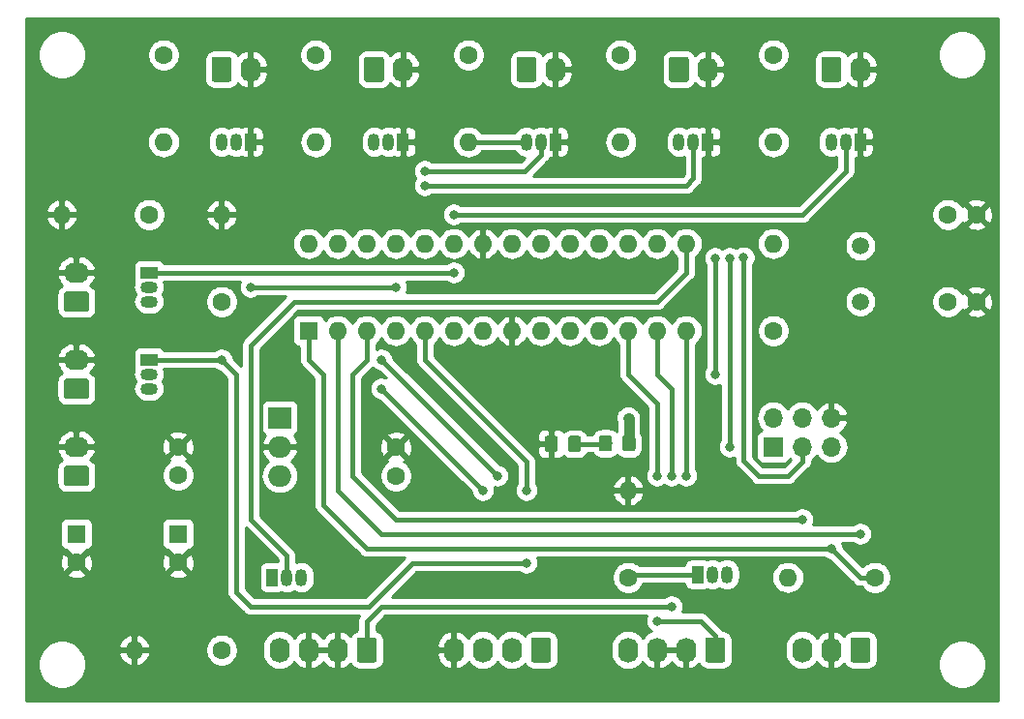
<source format=gbr>
G04 #@! TF.GenerationSoftware,KiCad,Pcbnew,5.1.2+dfsg1-1*
G04 #@! TF.CreationDate,2019-07-26T10:31:36-05:00*
G04 #@! TF.ProjectId,PCB,5043422e-6b69-4636-9164-5f7063625858,0.0.0*
G04 #@! TF.SameCoordinates,Original*
G04 #@! TF.FileFunction,Copper,L1,Top*
G04 #@! TF.FilePolarity,Positive*
%FSLAX46Y46*%
G04 Gerber Fmt 4.6, Leading zero omitted, Abs format (unit mm)*
G04 Created by KiCad (PCBNEW 5.1.2+dfsg1-1) date 2019-07-26 10:31:36*
%MOMM*%
%LPD*%
G04 APERTURE LIST*
%ADD10R,1.050000X1.500000*%
%ADD11O,1.050000X1.500000*%
%ADD12C,0.100000*%
%ADD13C,1.150000*%
%ADD14O,1.600000X1.600000*%
%ADD15C,1.600000*%
%ADD16R,1.600000X1.600000*%
%ADD17R,1.500000X1.050000*%
%ADD18O,1.500000X1.050000*%
%ADD19C,1.500000*%
%ADD20O,1.700000X1.700000*%
%ADD21R,1.700000X1.700000*%
%ADD22O,1.740000X2.200000*%
%ADD23C,1.740000*%
%ADD24O,2.000000X1.905000*%
%ADD25R,2.000000X1.905000*%
%ADD26O,2.200000X1.740000*%
%ADD27C,0.800000*%
%ADD28C,0.381000*%
%ADD29C,0.889000*%
%ADD30C,0.254000*%
G04 APERTURE END LIST*
D10*
X155956000Y-120396000D03*
D11*
X158496000Y-120396000D03*
X157226000Y-120396000D03*
D12*
G36*
X148229506Y-108226205D02*
G01*
X148253774Y-108229805D01*
X148277573Y-108235766D01*
X148300672Y-108244031D01*
X148322851Y-108254521D01*
X148343894Y-108267133D01*
X148363600Y-108281748D01*
X148381778Y-108298224D01*
X148398254Y-108316402D01*
X148412869Y-108336108D01*
X148425481Y-108357151D01*
X148435971Y-108379330D01*
X148444236Y-108402429D01*
X148450197Y-108426228D01*
X148453797Y-108450496D01*
X148455001Y-108475000D01*
X148455001Y-109375002D01*
X148453797Y-109399506D01*
X148450197Y-109423774D01*
X148444236Y-109447573D01*
X148435971Y-109470672D01*
X148425481Y-109492851D01*
X148412869Y-109513894D01*
X148398254Y-109533600D01*
X148381778Y-109551778D01*
X148363600Y-109568254D01*
X148343894Y-109582869D01*
X148322851Y-109595481D01*
X148300672Y-109605971D01*
X148277573Y-109614236D01*
X148253774Y-109620197D01*
X148229506Y-109623797D01*
X148205002Y-109625001D01*
X147555000Y-109625001D01*
X147530496Y-109623797D01*
X147506228Y-109620197D01*
X147482429Y-109614236D01*
X147459330Y-109605971D01*
X147437151Y-109595481D01*
X147416108Y-109582869D01*
X147396402Y-109568254D01*
X147378224Y-109551778D01*
X147361748Y-109533600D01*
X147347133Y-109513894D01*
X147334521Y-109492851D01*
X147324031Y-109470672D01*
X147315766Y-109447573D01*
X147309805Y-109423774D01*
X147306205Y-109399506D01*
X147305001Y-109375002D01*
X147305001Y-108475000D01*
X147306205Y-108450496D01*
X147309805Y-108426228D01*
X147315766Y-108402429D01*
X147324031Y-108379330D01*
X147334521Y-108357151D01*
X147347133Y-108336108D01*
X147361748Y-108316402D01*
X147378224Y-108298224D01*
X147396402Y-108281748D01*
X147416108Y-108267133D01*
X147437151Y-108254521D01*
X147459330Y-108244031D01*
X147482429Y-108235766D01*
X147506228Y-108229805D01*
X147530496Y-108226205D01*
X147555000Y-108225001D01*
X148205002Y-108225001D01*
X148229506Y-108226205D01*
X148229506Y-108226205D01*
G37*
D13*
X147880001Y-108925001D03*
D12*
G36*
X150279506Y-108226205D02*
G01*
X150303774Y-108229805D01*
X150327573Y-108235766D01*
X150350672Y-108244031D01*
X150372851Y-108254521D01*
X150393894Y-108267133D01*
X150413600Y-108281748D01*
X150431778Y-108298224D01*
X150448254Y-108316402D01*
X150462869Y-108336108D01*
X150475481Y-108357151D01*
X150485971Y-108379330D01*
X150494236Y-108402429D01*
X150500197Y-108426228D01*
X150503797Y-108450496D01*
X150505001Y-108475000D01*
X150505001Y-109375002D01*
X150503797Y-109399506D01*
X150500197Y-109423774D01*
X150494236Y-109447573D01*
X150485971Y-109470672D01*
X150475481Y-109492851D01*
X150462869Y-109513894D01*
X150448254Y-109533600D01*
X150431778Y-109551778D01*
X150413600Y-109568254D01*
X150393894Y-109582869D01*
X150372851Y-109595481D01*
X150350672Y-109605971D01*
X150327573Y-109614236D01*
X150303774Y-109620197D01*
X150279506Y-109623797D01*
X150255002Y-109625001D01*
X149605000Y-109625001D01*
X149580496Y-109623797D01*
X149556228Y-109620197D01*
X149532429Y-109614236D01*
X149509330Y-109605971D01*
X149487151Y-109595481D01*
X149466108Y-109582869D01*
X149446402Y-109568254D01*
X149428224Y-109551778D01*
X149411748Y-109533600D01*
X149397133Y-109513894D01*
X149384521Y-109492851D01*
X149374031Y-109470672D01*
X149365766Y-109447573D01*
X149359805Y-109423774D01*
X149356205Y-109399506D01*
X149355001Y-109375002D01*
X149355001Y-108475000D01*
X149356205Y-108450496D01*
X149359805Y-108426228D01*
X149365766Y-108402429D01*
X149374031Y-108379330D01*
X149384521Y-108357151D01*
X149397133Y-108336108D01*
X149411748Y-108316402D01*
X149428224Y-108298224D01*
X149446402Y-108281748D01*
X149466108Y-108267133D01*
X149487151Y-108254521D01*
X149509330Y-108244031D01*
X149532429Y-108235766D01*
X149556228Y-108229805D01*
X149580496Y-108226205D01*
X149605000Y-108225001D01*
X150255002Y-108225001D01*
X150279506Y-108226205D01*
X150279506Y-108226205D01*
G37*
D13*
X149930001Y-108925001D03*
D12*
G36*
X145534506Y-108271205D02*
G01*
X145558774Y-108274805D01*
X145582573Y-108280766D01*
X145605672Y-108289031D01*
X145627851Y-108299521D01*
X145648894Y-108312133D01*
X145668600Y-108326748D01*
X145686778Y-108343224D01*
X145703254Y-108361402D01*
X145717869Y-108381108D01*
X145730481Y-108402151D01*
X145740971Y-108424330D01*
X145749236Y-108447429D01*
X145755197Y-108471228D01*
X145758797Y-108495496D01*
X145760001Y-108520000D01*
X145760001Y-109420002D01*
X145758797Y-109444506D01*
X145755197Y-109468774D01*
X145749236Y-109492573D01*
X145740971Y-109515672D01*
X145730481Y-109537851D01*
X145717869Y-109558894D01*
X145703254Y-109578600D01*
X145686778Y-109596778D01*
X145668600Y-109613254D01*
X145648894Y-109627869D01*
X145627851Y-109640481D01*
X145605672Y-109650971D01*
X145582573Y-109659236D01*
X145558774Y-109665197D01*
X145534506Y-109668797D01*
X145510002Y-109670001D01*
X144860000Y-109670001D01*
X144835496Y-109668797D01*
X144811228Y-109665197D01*
X144787429Y-109659236D01*
X144764330Y-109650971D01*
X144742151Y-109640481D01*
X144721108Y-109627869D01*
X144701402Y-109613254D01*
X144683224Y-109596778D01*
X144666748Y-109578600D01*
X144652133Y-109558894D01*
X144639521Y-109537851D01*
X144629031Y-109515672D01*
X144620766Y-109492573D01*
X144614805Y-109468774D01*
X144611205Y-109444506D01*
X144610001Y-109420002D01*
X144610001Y-108520000D01*
X144611205Y-108495496D01*
X144614805Y-108471228D01*
X144620766Y-108447429D01*
X144629031Y-108424330D01*
X144639521Y-108402151D01*
X144652133Y-108381108D01*
X144666748Y-108361402D01*
X144683224Y-108343224D01*
X144701402Y-108326748D01*
X144721108Y-108312133D01*
X144742151Y-108299521D01*
X144764330Y-108289031D01*
X144787429Y-108280766D01*
X144811228Y-108274805D01*
X144835496Y-108271205D01*
X144860000Y-108270001D01*
X145510002Y-108270001D01*
X145534506Y-108271205D01*
X145534506Y-108271205D01*
G37*
D13*
X145185001Y-108970001D03*
D12*
G36*
X143484506Y-108271205D02*
G01*
X143508774Y-108274805D01*
X143532573Y-108280766D01*
X143555672Y-108289031D01*
X143577851Y-108299521D01*
X143598894Y-108312133D01*
X143618600Y-108326748D01*
X143636778Y-108343224D01*
X143653254Y-108361402D01*
X143667869Y-108381108D01*
X143680481Y-108402151D01*
X143690971Y-108424330D01*
X143699236Y-108447429D01*
X143705197Y-108471228D01*
X143708797Y-108495496D01*
X143710001Y-108520000D01*
X143710001Y-109420002D01*
X143708797Y-109444506D01*
X143705197Y-109468774D01*
X143699236Y-109492573D01*
X143690971Y-109515672D01*
X143680481Y-109537851D01*
X143667869Y-109558894D01*
X143653254Y-109578600D01*
X143636778Y-109596778D01*
X143618600Y-109613254D01*
X143598894Y-109627869D01*
X143577851Y-109640481D01*
X143555672Y-109650971D01*
X143532573Y-109659236D01*
X143508774Y-109665197D01*
X143484506Y-109668797D01*
X143460002Y-109670001D01*
X142810000Y-109670001D01*
X142785496Y-109668797D01*
X142761228Y-109665197D01*
X142737429Y-109659236D01*
X142714330Y-109650971D01*
X142692151Y-109640481D01*
X142671108Y-109627869D01*
X142651402Y-109613254D01*
X142633224Y-109596778D01*
X142616748Y-109578600D01*
X142602133Y-109558894D01*
X142589521Y-109537851D01*
X142579031Y-109515672D01*
X142570766Y-109492573D01*
X142564805Y-109468774D01*
X142561205Y-109444506D01*
X142560001Y-109420002D01*
X142560001Y-108520000D01*
X142561205Y-108495496D01*
X142564805Y-108471228D01*
X142570766Y-108447429D01*
X142579031Y-108424330D01*
X142589521Y-108402151D01*
X142602133Y-108381108D01*
X142616748Y-108361402D01*
X142633224Y-108343224D01*
X142651402Y-108326748D01*
X142671108Y-108312133D01*
X142692151Y-108299521D01*
X142714330Y-108289031D01*
X142737429Y-108280766D01*
X142761228Y-108274805D01*
X142785496Y-108271205D01*
X142810000Y-108270001D01*
X143460002Y-108270001D01*
X143484506Y-108271205D01*
X143484506Y-108271205D01*
G37*
D13*
X143135001Y-108970001D03*
D14*
X163830000Y-120650000D03*
D15*
X171450000Y-120650000D03*
D14*
X121920000Y-91440000D03*
X154940000Y-99060000D03*
X124460000Y-91440000D03*
X152400000Y-99060000D03*
X127000000Y-91440000D03*
X149860000Y-99060000D03*
X129540000Y-91440000D03*
X147320000Y-99060000D03*
X132080000Y-91440000D03*
X144780000Y-99060000D03*
X134620000Y-91440000D03*
X142240000Y-99060000D03*
X137160000Y-91440000D03*
X139700000Y-99060000D03*
X139700000Y-91440000D03*
X137160000Y-99060000D03*
X142240000Y-91440000D03*
X134620000Y-99060000D03*
X144780000Y-91440000D03*
X132080000Y-99060000D03*
X147320000Y-91440000D03*
X129540000Y-99060000D03*
X149860000Y-91440000D03*
X127000000Y-99060000D03*
X152400000Y-91440000D03*
X124460000Y-99060000D03*
X154940000Y-91440000D03*
D16*
X121920000Y-99060000D03*
D15*
X129540000Y-109260000D03*
X129540000Y-111760000D03*
X110490000Y-111720000D03*
X110490000Y-109220000D03*
D14*
X106680000Y-127000000D03*
D15*
X114300000Y-127000000D03*
D10*
X130175000Y-82550000D03*
D11*
X127635000Y-82550000D03*
X128905000Y-82550000D03*
D10*
X116840000Y-82550000D03*
D11*
X114300000Y-82550000D03*
X115570000Y-82550000D03*
D14*
X149860000Y-113030000D03*
D15*
X149860000Y-120650000D03*
D14*
X162560000Y-82550000D03*
D15*
X162560000Y-74930000D03*
D14*
X149225000Y-82550000D03*
D15*
X149225000Y-74930000D03*
D14*
X135890000Y-82550000D03*
D15*
X135890000Y-74930000D03*
D14*
X122555000Y-82550000D03*
D15*
X122555000Y-74930000D03*
D14*
X109220000Y-82550000D03*
D15*
X109220000Y-74930000D03*
D10*
X118745000Y-120650000D03*
D11*
X121285000Y-120650000D03*
X120015000Y-120650000D03*
D17*
X107950000Y-101600000D03*
D18*
X107950000Y-104140000D03*
X107950000Y-102870000D03*
D17*
X107950000Y-93980000D03*
D18*
X107950000Y-96520000D03*
X107950000Y-95250000D03*
D10*
X170180000Y-82550000D03*
D11*
X167640000Y-82550000D03*
X168910000Y-82550000D03*
D10*
X156845000Y-82550000D03*
D11*
X154305000Y-82550000D03*
X155575000Y-82550000D03*
D10*
X143510000Y-82550000D03*
D11*
X140970000Y-82550000D03*
X142240000Y-82550000D03*
D19*
X170180000Y-91640000D03*
X170180000Y-96520000D03*
D15*
X177840000Y-88900000D03*
X180340000Y-88900000D03*
X177840000Y-96520000D03*
X180340000Y-96520000D03*
D20*
X167640000Y-106680000D03*
X167640000Y-109220000D03*
X165100000Y-106680000D03*
X165100000Y-109220000D03*
X162560000Y-106680000D03*
D21*
X162560000Y-109220000D03*
D22*
X165100000Y-127000000D03*
X167640000Y-127000000D03*
D12*
G36*
X170824505Y-125901204D02*
G01*
X170848773Y-125904804D01*
X170872572Y-125910765D01*
X170895671Y-125919030D01*
X170917850Y-125929520D01*
X170938893Y-125942132D01*
X170958599Y-125956747D01*
X170976777Y-125973223D01*
X170993253Y-125991401D01*
X171007868Y-126011107D01*
X171020480Y-126032150D01*
X171030970Y-126054329D01*
X171039235Y-126077428D01*
X171045196Y-126101227D01*
X171048796Y-126125495D01*
X171050000Y-126149999D01*
X171050000Y-127850001D01*
X171048796Y-127874505D01*
X171045196Y-127898773D01*
X171039235Y-127922572D01*
X171030970Y-127945671D01*
X171020480Y-127967850D01*
X171007868Y-127988893D01*
X170993253Y-128008599D01*
X170976777Y-128026777D01*
X170958599Y-128043253D01*
X170938893Y-128057868D01*
X170917850Y-128070480D01*
X170895671Y-128080970D01*
X170872572Y-128089235D01*
X170848773Y-128095196D01*
X170824505Y-128098796D01*
X170800001Y-128100000D01*
X169559999Y-128100000D01*
X169535495Y-128098796D01*
X169511227Y-128095196D01*
X169487428Y-128089235D01*
X169464329Y-128080970D01*
X169442150Y-128070480D01*
X169421107Y-128057868D01*
X169401401Y-128043253D01*
X169383223Y-128026777D01*
X169366747Y-128008599D01*
X169352132Y-127988893D01*
X169339520Y-127967850D01*
X169329030Y-127945671D01*
X169320765Y-127922572D01*
X169314804Y-127898773D01*
X169311204Y-127874505D01*
X169310000Y-127850001D01*
X169310000Y-126149999D01*
X169311204Y-126125495D01*
X169314804Y-126101227D01*
X169320765Y-126077428D01*
X169329030Y-126054329D01*
X169339520Y-126032150D01*
X169352132Y-126011107D01*
X169366747Y-125991401D01*
X169383223Y-125973223D01*
X169401401Y-125956747D01*
X169421107Y-125942132D01*
X169442150Y-125929520D01*
X169464329Y-125919030D01*
X169487428Y-125910765D01*
X169511227Y-125904804D01*
X169535495Y-125901204D01*
X169559999Y-125900000D01*
X170800001Y-125900000D01*
X170824505Y-125901204D01*
X170824505Y-125901204D01*
G37*
D23*
X170180000Y-127000000D03*
D22*
X134620000Y-127000000D03*
X137160000Y-127000000D03*
X139700000Y-127000000D03*
D12*
G36*
X142884505Y-125901204D02*
G01*
X142908773Y-125904804D01*
X142932572Y-125910765D01*
X142955671Y-125919030D01*
X142977850Y-125929520D01*
X142998893Y-125942132D01*
X143018599Y-125956747D01*
X143036777Y-125973223D01*
X143053253Y-125991401D01*
X143067868Y-126011107D01*
X143080480Y-126032150D01*
X143090970Y-126054329D01*
X143099235Y-126077428D01*
X143105196Y-126101227D01*
X143108796Y-126125495D01*
X143110000Y-126149999D01*
X143110000Y-127850001D01*
X143108796Y-127874505D01*
X143105196Y-127898773D01*
X143099235Y-127922572D01*
X143090970Y-127945671D01*
X143080480Y-127967850D01*
X143067868Y-127988893D01*
X143053253Y-128008599D01*
X143036777Y-128026777D01*
X143018599Y-128043253D01*
X142998893Y-128057868D01*
X142977850Y-128070480D01*
X142955671Y-128080970D01*
X142932572Y-128089235D01*
X142908773Y-128095196D01*
X142884505Y-128098796D01*
X142860001Y-128100000D01*
X141619999Y-128100000D01*
X141595495Y-128098796D01*
X141571227Y-128095196D01*
X141547428Y-128089235D01*
X141524329Y-128080970D01*
X141502150Y-128070480D01*
X141481107Y-128057868D01*
X141461401Y-128043253D01*
X141443223Y-128026777D01*
X141426747Y-128008599D01*
X141412132Y-127988893D01*
X141399520Y-127967850D01*
X141389030Y-127945671D01*
X141380765Y-127922572D01*
X141374804Y-127898773D01*
X141371204Y-127874505D01*
X141370000Y-127850001D01*
X141370000Y-126149999D01*
X141371204Y-126125495D01*
X141374804Y-126101227D01*
X141380765Y-126077428D01*
X141389030Y-126054329D01*
X141399520Y-126032150D01*
X141412132Y-126011107D01*
X141426747Y-125991401D01*
X141443223Y-125973223D01*
X141461401Y-125956747D01*
X141481107Y-125942132D01*
X141502150Y-125929520D01*
X141524329Y-125919030D01*
X141547428Y-125910765D01*
X141571227Y-125904804D01*
X141595495Y-125901204D01*
X141619999Y-125900000D01*
X142860001Y-125900000D01*
X142884505Y-125901204D01*
X142884505Y-125901204D01*
G37*
D23*
X142240000Y-127000000D03*
D15*
X110490000Y-119340000D03*
D16*
X110490000Y-116840000D03*
D15*
X101600000Y-119340000D03*
D16*
X101600000Y-116840000D03*
D24*
X119380000Y-111760000D03*
X119380000Y-109220000D03*
D25*
X119380000Y-106680000D03*
D14*
X162560000Y-91440000D03*
D15*
X162560000Y-99060000D03*
D14*
X114300000Y-88900000D03*
D15*
X114300000Y-96520000D03*
D14*
X100330000Y-88900000D03*
D15*
X107950000Y-88900000D03*
D22*
X149860000Y-127000000D03*
X152400000Y-127000000D03*
X154940000Y-127000000D03*
D12*
G36*
X158124505Y-125901204D02*
G01*
X158148773Y-125904804D01*
X158172572Y-125910765D01*
X158195671Y-125919030D01*
X158217850Y-125929520D01*
X158238893Y-125942132D01*
X158258599Y-125956747D01*
X158276777Y-125973223D01*
X158293253Y-125991401D01*
X158307868Y-126011107D01*
X158320480Y-126032150D01*
X158330970Y-126054329D01*
X158339235Y-126077428D01*
X158345196Y-126101227D01*
X158348796Y-126125495D01*
X158350000Y-126149999D01*
X158350000Y-127850001D01*
X158348796Y-127874505D01*
X158345196Y-127898773D01*
X158339235Y-127922572D01*
X158330970Y-127945671D01*
X158320480Y-127967850D01*
X158307868Y-127988893D01*
X158293253Y-128008599D01*
X158276777Y-128026777D01*
X158258599Y-128043253D01*
X158238893Y-128057868D01*
X158217850Y-128070480D01*
X158195671Y-128080970D01*
X158172572Y-128089235D01*
X158148773Y-128095196D01*
X158124505Y-128098796D01*
X158100001Y-128100000D01*
X156859999Y-128100000D01*
X156835495Y-128098796D01*
X156811227Y-128095196D01*
X156787428Y-128089235D01*
X156764329Y-128080970D01*
X156742150Y-128070480D01*
X156721107Y-128057868D01*
X156701401Y-128043253D01*
X156683223Y-128026777D01*
X156666747Y-128008599D01*
X156652132Y-127988893D01*
X156639520Y-127967850D01*
X156629030Y-127945671D01*
X156620765Y-127922572D01*
X156614804Y-127898773D01*
X156611204Y-127874505D01*
X156610000Y-127850001D01*
X156610000Y-126149999D01*
X156611204Y-126125495D01*
X156614804Y-126101227D01*
X156620765Y-126077428D01*
X156629030Y-126054329D01*
X156639520Y-126032150D01*
X156652132Y-126011107D01*
X156666747Y-125991401D01*
X156683223Y-125973223D01*
X156701401Y-125956747D01*
X156721107Y-125942132D01*
X156742150Y-125929520D01*
X156764329Y-125919030D01*
X156787428Y-125910765D01*
X156811227Y-125904804D01*
X156835495Y-125901204D01*
X156859999Y-125900000D01*
X158100001Y-125900000D01*
X158124505Y-125901204D01*
X158124505Y-125901204D01*
G37*
D23*
X157480000Y-127000000D03*
D22*
X119380000Y-127000000D03*
X121920000Y-127000000D03*
X124460000Y-127000000D03*
D12*
G36*
X127644505Y-125901204D02*
G01*
X127668773Y-125904804D01*
X127692572Y-125910765D01*
X127715671Y-125919030D01*
X127737850Y-125929520D01*
X127758893Y-125942132D01*
X127778599Y-125956747D01*
X127796777Y-125973223D01*
X127813253Y-125991401D01*
X127827868Y-126011107D01*
X127840480Y-126032150D01*
X127850970Y-126054329D01*
X127859235Y-126077428D01*
X127865196Y-126101227D01*
X127868796Y-126125495D01*
X127870000Y-126149999D01*
X127870000Y-127850001D01*
X127868796Y-127874505D01*
X127865196Y-127898773D01*
X127859235Y-127922572D01*
X127850970Y-127945671D01*
X127840480Y-127967850D01*
X127827868Y-127988893D01*
X127813253Y-128008599D01*
X127796777Y-128026777D01*
X127778599Y-128043253D01*
X127758893Y-128057868D01*
X127737850Y-128070480D01*
X127715671Y-128080970D01*
X127692572Y-128089235D01*
X127668773Y-128095196D01*
X127644505Y-128098796D01*
X127620001Y-128100000D01*
X126379999Y-128100000D01*
X126355495Y-128098796D01*
X126331227Y-128095196D01*
X126307428Y-128089235D01*
X126284329Y-128080970D01*
X126262150Y-128070480D01*
X126241107Y-128057868D01*
X126221401Y-128043253D01*
X126203223Y-128026777D01*
X126186747Y-128008599D01*
X126172132Y-127988893D01*
X126159520Y-127967850D01*
X126149030Y-127945671D01*
X126140765Y-127922572D01*
X126134804Y-127898773D01*
X126131204Y-127874505D01*
X126130000Y-127850001D01*
X126130000Y-126149999D01*
X126131204Y-126125495D01*
X126134804Y-126101227D01*
X126140765Y-126077428D01*
X126149030Y-126054329D01*
X126159520Y-126032150D01*
X126172132Y-126011107D01*
X126186747Y-125991401D01*
X126203223Y-125973223D01*
X126221401Y-125956747D01*
X126241107Y-125942132D01*
X126262150Y-125929520D01*
X126284329Y-125919030D01*
X126307428Y-125910765D01*
X126331227Y-125904804D01*
X126355495Y-125901204D01*
X126379999Y-125900000D01*
X127620001Y-125900000D01*
X127644505Y-125901204D01*
X127644505Y-125901204D01*
G37*
D23*
X127000000Y-127000000D03*
D22*
X170180000Y-76200000D03*
D12*
G36*
X168284505Y-75101204D02*
G01*
X168308773Y-75104804D01*
X168332572Y-75110765D01*
X168355671Y-75119030D01*
X168377850Y-75129520D01*
X168398893Y-75142132D01*
X168418599Y-75156747D01*
X168436777Y-75173223D01*
X168453253Y-75191401D01*
X168467868Y-75211107D01*
X168480480Y-75232150D01*
X168490970Y-75254329D01*
X168499235Y-75277428D01*
X168505196Y-75301227D01*
X168508796Y-75325495D01*
X168510000Y-75349999D01*
X168510000Y-77050001D01*
X168508796Y-77074505D01*
X168505196Y-77098773D01*
X168499235Y-77122572D01*
X168490970Y-77145671D01*
X168480480Y-77167850D01*
X168467868Y-77188893D01*
X168453253Y-77208599D01*
X168436777Y-77226777D01*
X168418599Y-77243253D01*
X168398893Y-77257868D01*
X168377850Y-77270480D01*
X168355671Y-77280970D01*
X168332572Y-77289235D01*
X168308773Y-77295196D01*
X168284505Y-77298796D01*
X168260001Y-77300000D01*
X167019999Y-77300000D01*
X166995495Y-77298796D01*
X166971227Y-77295196D01*
X166947428Y-77289235D01*
X166924329Y-77280970D01*
X166902150Y-77270480D01*
X166881107Y-77257868D01*
X166861401Y-77243253D01*
X166843223Y-77226777D01*
X166826747Y-77208599D01*
X166812132Y-77188893D01*
X166799520Y-77167850D01*
X166789030Y-77145671D01*
X166780765Y-77122572D01*
X166774804Y-77098773D01*
X166771204Y-77074505D01*
X166770000Y-77050001D01*
X166770000Y-75349999D01*
X166771204Y-75325495D01*
X166774804Y-75301227D01*
X166780765Y-75277428D01*
X166789030Y-75254329D01*
X166799520Y-75232150D01*
X166812132Y-75211107D01*
X166826747Y-75191401D01*
X166843223Y-75173223D01*
X166861401Y-75156747D01*
X166881107Y-75142132D01*
X166902150Y-75129520D01*
X166924329Y-75119030D01*
X166947428Y-75110765D01*
X166971227Y-75104804D01*
X166995495Y-75101204D01*
X167019999Y-75100000D01*
X168260001Y-75100000D01*
X168284505Y-75101204D01*
X168284505Y-75101204D01*
G37*
D23*
X167640000Y-76200000D03*
D22*
X156845000Y-76200000D03*
D12*
G36*
X154949505Y-75101204D02*
G01*
X154973773Y-75104804D01*
X154997572Y-75110765D01*
X155020671Y-75119030D01*
X155042850Y-75129520D01*
X155063893Y-75142132D01*
X155083599Y-75156747D01*
X155101777Y-75173223D01*
X155118253Y-75191401D01*
X155132868Y-75211107D01*
X155145480Y-75232150D01*
X155155970Y-75254329D01*
X155164235Y-75277428D01*
X155170196Y-75301227D01*
X155173796Y-75325495D01*
X155175000Y-75349999D01*
X155175000Y-77050001D01*
X155173796Y-77074505D01*
X155170196Y-77098773D01*
X155164235Y-77122572D01*
X155155970Y-77145671D01*
X155145480Y-77167850D01*
X155132868Y-77188893D01*
X155118253Y-77208599D01*
X155101777Y-77226777D01*
X155083599Y-77243253D01*
X155063893Y-77257868D01*
X155042850Y-77270480D01*
X155020671Y-77280970D01*
X154997572Y-77289235D01*
X154973773Y-77295196D01*
X154949505Y-77298796D01*
X154925001Y-77300000D01*
X153684999Y-77300000D01*
X153660495Y-77298796D01*
X153636227Y-77295196D01*
X153612428Y-77289235D01*
X153589329Y-77280970D01*
X153567150Y-77270480D01*
X153546107Y-77257868D01*
X153526401Y-77243253D01*
X153508223Y-77226777D01*
X153491747Y-77208599D01*
X153477132Y-77188893D01*
X153464520Y-77167850D01*
X153454030Y-77145671D01*
X153445765Y-77122572D01*
X153439804Y-77098773D01*
X153436204Y-77074505D01*
X153435000Y-77050001D01*
X153435000Y-75349999D01*
X153436204Y-75325495D01*
X153439804Y-75301227D01*
X153445765Y-75277428D01*
X153454030Y-75254329D01*
X153464520Y-75232150D01*
X153477132Y-75211107D01*
X153491747Y-75191401D01*
X153508223Y-75173223D01*
X153526401Y-75156747D01*
X153546107Y-75142132D01*
X153567150Y-75129520D01*
X153589329Y-75119030D01*
X153612428Y-75110765D01*
X153636227Y-75104804D01*
X153660495Y-75101204D01*
X153684999Y-75100000D01*
X154925001Y-75100000D01*
X154949505Y-75101204D01*
X154949505Y-75101204D01*
G37*
D23*
X154305000Y-76200000D03*
D22*
X143510000Y-76200000D03*
D12*
G36*
X141614505Y-75101204D02*
G01*
X141638773Y-75104804D01*
X141662572Y-75110765D01*
X141685671Y-75119030D01*
X141707850Y-75129520D01*
X141728893Y-75142132D01*
X141748599Y-75156747D01*
X141766777Y-75173223D01*
X141783253Y-75191401D01*
X141797868Y-75211107D01*
X141810480Y-75232150D01*
X141820970Y-75254329D01*
X141829235Y-75277428D01*
X141835196Y-75301227D01*
X141838796Y-75325495D01*
X141840000Y-75349999D01*
X141840000Y-77050001D01*
X141838796Y-77074505D01*
X141835196Y-77098773D01*
X141829235Y-77122572D01*
X141820970Y-77145671D01*
X141810480Y-77167850D01*
X141797868Y-77188893D01*
X141783253Y-77208599D01*
X141766777Y-77226777D01*
X141748599Y-77243253D01*
X141728893Y-77257868D01*
X141707850Y-77270480D01*
X141685671Y-77280970D01*
X141662572Y-77289235D01*
X141638773Y-77295196D01*
X141614505Y-77298796D01*
X141590001Y-77300000D01*
X140349999Y-77300000D01*
X140325495Y-77298796D01*
X140301227Y-77295196D01*
X140277428Y-77289235D01*
X140254329Y-77280970D01*
X140232150Y-77270480D01*
X140211107Y-77257868D01*
X140191401Y-77243253D01*
X140173223Y-77226777D01*
X140156747Y-77208599D01*
X140142132Y-77188893D01*
X140129520Y-77167850D01*
X140119030Y-77145671D01*
X140110765Y-77122572D01*
X140104804Y-77098773D01*
X140101204Y-77074505D01*
X140100000Y-77050001D01*
X140100000Y-75349999D01*
X140101204Y-75325495D01*
X140104804Y-75301227D01*
X140110765Y-75277428D01*
X140119030Y-75254329D01*
X140129520Y-75232150D01*
X140142132Y-75211107D01*
X140156747Y-75191401D01*
X140173223Y-75173223D01*
X140191401Y-75156747D01*
X140211107Y-75142132D01*
X140232150Y-75129520D01*
X140254329Y-75119030D01*
X140277428Y-75110765D01*
X140301227Y-75104804D01*
X140325495Y-75101204D01*
X140349999Y-75100000D01*
X141590001Y-75100000D01*
X141614505Y-75101204D01*
X141614505Y-75101204D01*
G37*
D23*
X140970000Y-76200000D03*
D22*
X130175000Y-76200000D03*
D12*
G36*
X128279505Y-75101204D02*
G01*
X128303773Y-75104804D01*
X128327572Y-75110765D01*
X128350671Y-75119030D01*
X128372850Y-75129520D01*
X128393893Y-75142132D01*
X128413599Y-75156747D01*
X128431777Y-75173223D01*
X128448253Y-75191401D01*
X128462868Y-75211107D01*
X128475480Y-75232150D01*
X128485970Y-75254329D01*
X128494235Y-75277428D01*
X128500196Y-75301227D01*
X128503796Y-75325495D01*
X128505000Y-75349999D01*
X128505000Y-77050001D01*
X128503796Y-77074505D01*
X128500196Y-77098773D01*
X128494235Y-77122572D01*
X128485970Y-77145671D01*
X128475480Y-77167850D01*
X128462868Y-77188893D01*
X128448253Y-77208599D01*
X128431777Y-77226777D01*
X128413599Y-77243253D01*
X128393893Y-77257868D01*
X128372850Y-77270480D01*
X128350671Y-77280970D01*
X128327572Y-77289235D01*
X128303773Y-77295196D01*
X128279505Y-77298796D01*
X128255001Y-77300000D01*
X127014999Y-77300000D01*
X126990495Y-77298796D01*
X126966227Y-77295196D01*
X126942428Y-77289235D01*
X126919329Y-77280970D01*
X126897150Y-77270480D01*
X126876107Y-77257868D01*
X126856401Y-77243253D01*
X126838223Y-77226777D01*
X126821747Y-77208599D01*
X126807132Y-77188893D01*
X126794520Y-77167850D01*
X126784030Y-77145671D01*
X126775765Y-77122572D01*
X126769804Y-77098773D01*
X126766204Y-77074505D01*
X126765000Y-77050001D01*
X126765000Y-75349999D01*
X126766204Y-75325495D01*
X126769804Y-75301227D01*
X126775765Y-75277428D01*
X126784030Y-75254329D01*
X126794520Y-75232150D01*
X126807132Y-75211107D01*
X126821747Y-75191401D01*
X126838223Y-75173223D01*
X126856401Y-75156747D01*
X126876107Y-75142132D01*
X126897150Y-75129520D01*
X126919329Y-75119030D01*
X126942428Y-75110765D01*
X126966227Y-75104804D01*
X126990495Y-75101204D01*
X127014999Y-75100000D01*
X128255001Y-75100000D01*
X128279505Y-75101204D01*
X128279505Y-75101204D01*
G37*
D23*
X127635000Y-76200000D03*
D22*
X116840000Y-76200000D03*
D12*
G36*
X114944505Y-75101204D02*
G01*
X114968773Y-75104804D01*
X114992572Y-75110765D01*
X115015671Y-75119030D01*
X115037850Y-75129520D01*
X115058893Y-75142132D01*
X115078599Y-75156747D01*
X115096777Y-75173223D01*
X115113253Y-75191401D01*
X115127868Y-75211107D01*
X115140480Y-75232150D01*
X115150970Y-75254329D01*
X115159235Y-75277428D01*
X115165196Y-75301227D01*
X115168796Y-75325495D01*
X115170000Y-75349999D01*
X115170000Y-77050001D01*
X115168796Y-77074505D01*
X115165196Y-77098773D01*
X115159235Y-77122572D01*
X115150970Y-77145671D01*
X115140480Y-77167850D01*
X115127868Y-77188893D01*
X115113253Y-77208599D01*
X115096777Y-77226777D01*
X115078599Y-77243253D01*
X115058893Y-77257868D01*
X115037850Y-77270480D01*
X115015671Y-77280970D01*
X114992572Y-77289235D01*
X114968773Y-77295196D01*
X114944505Y-77298796D01*
X114920001Y-77300000D01*
X113679999Y-77300000D01*
X113655495Y-77298796D01*
X113631227Y-77295196D01*
X113607428Y-77289235D01*
X113584329Y-77280970D01*
X113562150Y-77270480D01*
X113541107Y-77257868D01*
X113521401Y-77243253D01*
X113503223Y-77226777D01*
X113486747Y-77208599D01*
X113472132Y-77188893D01*
X113459520Y-77167850D01*
X113449030Y-77145671D01*
X113440765Y-77122572D01*
X113434804Y-77098773D01*
X113431204Y-77074505D01*
X113430000Y-77050001D01*
X113430000Y-75349999D01*
X113431204Y-75325495D01*
X113434804Y-75301227D01*
X113440765Y-75277428D01*
X113449030Y-75254329D01*
X113459520Y-75232150D01*
X113472132Y-75211107D01*
X113486747Y-75191401D01*
X113503223Y-75173223D01*
X113521401Y-75156747D01*
X113541107Y-75142132D01*
X113562150Y-75129520D01*
X113584329Y-75119030D01*
X113607428Y-75110765D01*
X113631227Y-75104804D01*
X113655495Y-75101204D01*
X113679999Y-75100000D01*
X114920001Y-75100000D01*
X114944505Y-75101204D01*
X114944505Y-75101204D01*
G37*
D23*
X114300000Y-76200000D03*
D26*
X101600000Y-93980000D03*
D12*
G36*
X102474505Y-95651204D02*
G01*
X102498773Y-95654804D01*
X102522572Y-95660765D01*
X102545671Y-95669030D01*
X102567850Y-95679520D01*
X102588893Y-95692132D01*
X102608599Y-95706747D01*
X102626777Y-95723223D01*
X102643253Y-95741401D01*
X102657868Y-95761107D01*
X102670480Y-95782150D01*
X102680970Y-95804329D01*
X102689235Y-95827428D01*
X102695196Y-95851227D01*
X102698796Y-95875495D01*
X102700000Y-95899999D01*
X102700000Y-97140001D01*
X102698796Y-97164505D01*
X102695196Y-97188773D01*
X102689235Y-97212572D01*
X102680970Y-97235671D01*
X102670480Y-97257850D01*
X102657868Y-97278893D01*
X102643253Y-97298599D01*
X102626777Y-97316777D01*
X102608599Y-97333253D01*
X102588893Y-97347868D01*
X102567850Y-97360480D01*
X102545671Y-97370970D01*
X102522572Y-97379235D01*
X102498773Y-97385196D01*
X102474505Y-97388796D01*
X102450001Y-97390000D01*
X100749999Y-97390000D01*
X100725495Y-97388796D01*
X100701227Y-97385196D01*
X100677428Y-97379235D01*
X100654329Y-97370970D01*
X100632150Y-97360480D01*
X100611107Y-97347868D01*
X100591401Y-97333253D01*
X100573223Y-97316777D01*
X100556747Y-97298599D01*
X100542132Y-97278893D01*
X100529520Y-97257850D01*
X100519030Y-97235671D01*
X100510765Y-97212572D01*
X100504804Y-97188773D01*
X100501204Y-97164505D01*
X100500000Y-97140001D01*
X100500000Y-95899999D01*
X100501204Y-95875495D01*
X100504804Y-95851227D01*
X100510765Y-95827428D01*
X100519030Y-95804329D01*
X100529520Y-95782150D01*
X100542132Y-95761107D01*
X100556747Y-95741401D01*
X100573223Y-95723223D01*
X100591401Y-95706747D01*
X100611107Y-95692132D01*
X100632150Y-95679520D01*
X100654329Y-95669030D01*
X100677428Y-95660765D01*
X100701227Y-95654804D01*
X100725495Y-95651204D01*
X100749999Y-95650000D01*
X102450001Y-95650000D01*
X102474505Y-95651204D01*
X102474505Y-95651204D01*
G37*
D23*
X101600000Y-96520000D03*
D26*
X101600000Y-101600000D03*
D12*
G36*
X102474505Y-103271204D02*
G01*
X102498773Y-103274804D01*
X102522572Y-103280765D01*
X102545671Y-103289030D01*
X102567850Y-103299520D01*
X102588893Y-103312132D01*
X102608599Y-103326747D01*
X102626777Y-103343223D01*
X102643253Y-103361401D01*
X102657868Y-103381107D01*
X102670480Y-103402150D01*
X102680970Y-103424329D01*
X102689235Y-103447428D01*
X102695196Y-103471227D01*
X102698796Y-103495495D01*
X102700000Y-103519999D01*
X102700000Y-104760001D01*
X102698796Y-104784505D01*
X102695196Y-104808773D01*
X102689235Y-104832572D01*
X102680970Y-104855671D01*
X102670480Y-104877850D01*
X102657868Y-104898893D01*
X102643253Y-104918599D01*
X102626777Y-104936777D01*
X102608599Y-104953253D01*
X102588893Y-104967868D01*
X102567850Y-104980480D01*
X102545671Y-104990970D01*
X102522572Y-104999235D01*
X102498773Y-105005196D01*
X102474505Y-105008796D01*
X102450001Y-105010000D01*
X100749999Y-105010000D01*
X100725495Y-105008796D01*
X100701227Y-105005196D01*
X100677428Y-104999235D01*
X100654329Y-104990970D01*
X100632150Y-104980480D01*
X100611107Y-104967868D01*
X100591401Y-104953253D01*
X100573223Y-104936777D01*
X100556747Y-104918599D01*
X100542132Y-104898893D01*
X100529520Y-104877850D01*
X100519030Y-104855671D01*
X100510765Y-104832572D01*
X100504804Y-104808773D01*
X100501204Y-104784505D01*
X100500000Y-104760001D01*
X100500000Y-103519999D01*
X100501204Y-103495495D01*
X100504804Y-103471227D01*
X100510765Y-103447428D01*
X100519030Y-103424329D01*
X100529520Y-103402150D01*
X100542132Y-103381107D01*
X100556747Y-103361401D01*
X100573223Y-103343223D01*
X100591401Y-103326747D01*
X100611107Y-103312132D01*
X100632150Y-103299520D01*
X100654329Y-103289030D01*
X100677428Y-103280765D01*
X100701227Y-103274804D01*
X100725495Y-103271204D01*
X100749999Y-103270000D01*
X102450001Y-103270000D01*
X102474505Y-103271204D01*
X102474505Y-103271204D01*
G37*
D23*
X101600000Y-104140000D03*
D26*
X101600000Y-109220000D03*
D12*
G36*
X102474505Y-110891204D02*
G01*
X102498773Y-110894804D01*
X102522572Y-110900765D01*
X102545671Y-110909030D01*
X102567850Y-110919520D01*
X102588893Y-110932132D01*
X102608599Y-110946747D01*
X102626777Y-110963223D01*
X102643253Y-110981401D01*
X102657868Y-111001107D01*
X102670480Y-111022150D01*
X102680970Y-111044329D01*
X102689235Y-111067428D01*
X102695196Y-111091227D01*
X102698796Y-111115495D01*
X102700000Y-111139999D01*
X102700000Y-112380001D01*
X102698796Y-112404505D01*
X102695196Y-112428773D01*
X102689235Y-112452572D01*
X102680970Y-112475671D01*
X102670480Y-112497850D01*
X102657868Y-112518893D01*
X102643253Y-112538599D01*
X102626777Y-112556777D01*
X102608599Y-112573253D01*
X102588893Y-112587868D01*
X102567850Y-112600480D01*
X102545671Y-112610970D01*
X102522572Y-112619235D01*
X102498773Y-112625196D01*
X102474505Y-112628796D01*
X102450001Y-112630000D01*
X100749999Y-112630000D01*
X100725495Y-112628796D01*
X100701227Y-112625196D01*
X100677428Y-112619235D01*
X100654329Y-112610970D01*
X100632150Y-112600480D01*
X100611107Y-112587868D01*
X100591401Y-112573253D01*
X100573223Y-112556777D01*
X100556747Y-112538599D01*
X100542132Y-112518893D01*
X100529520Y-112497850D01*
X100519030Y-112475671D01*
X100510765Y-112452572D01*
X100504804Y-112428773D01*
X100501204Y-112404505D01*
X100500000Y-112380001D01*
X100500000Y-111139999D01*
X100501204Y-111115495D01*
X100504804Y-111091227D01*
X100510765Y-111067428D01*
X100519030Y-111044329D01*
X100529520Y-111022150D01*
X100542132Y-111001107D01*
X100556747Y-110981401D01*
X100573223Y-110963223D01*
X100591401Y-110946747D01*
X100611107Y-110932132D01*
X100632150Y-110919520D01*
X100654329Y-110909030D01*
X100677428Y-110900765D01*
X100701227Y-110894804D01*
X100725495Y-110891204D01*
X100749999Y-110890000D01*
X102450001Y-110890000D01*
X102474505Y-110891204D01*
X102474505Y-110891204D01*
G37*
D23*
X101600000Y-111760000D03*
D27*
X153670000Y-111760000D03*
X153670000Y-123190000D03*
X152400000Y-111760000D03*
X152400000Y-124460000D03*
X129540000Y-95250000D03*
X116840000Y-95250000D03*
X132080000Y-85090000D03*
X132080000Y-86360000D03*
X134620000Y-88900000D03*
X149860000Y-106680000D03*
X134620000Y-93980000D03*
X114300000Y-101600000D03*
X140970000Y-119380000D03*
X140970000Y-113030000D03*
X159968045Y-92658045D03*
X158750000Y-92710000D03*
X158750000Y-109220000D03*
X157480000Y-102870000D03*
X157480000Y-92710000D03*
X167640000Y-118110000D03*
X137160000Y-113030000D03*
X128270000Y-104140000D03*
X138430000Y-111760000D03*
X128270000Y-101600000D03*
X165100000Y-115570000D03*
X170180000Y-116840000D03*
X154940000Y-111760000D03*
D28*
X152400000Y-99060000D02*
X152400000Y-102870000D01*
X152400000Y-102870000D02*
X153670000Y-104140000D01*
X153670000Y-104140000D02*
X153670000Y-111760000D01*
X153670000Y-123190000D02*
X128270000Y-123190000D01*
X128270000Y-123190000D02*
X127000000Y-124460000D01*
X127000000Y-124460000D02*
X127000000Y-127000000D01*
X152400000Y-111760000D02*
X152400000Y-105410000D01*
X149860000Y-102870000D02*
X149860000Y-99060000D01*
X152400000Y-105410000D02*
X149860000Y-102870000D01*
X152400000Y-124460000D02*
X156210000Y-124460000D01*
X156210000Y-124460000D02*
X157480000Y-125730000D01*
X157480000Y-125730000D02*
X157480000Y-127000000D01*
X129540000Y-95250000D02*
X120650000Y-95250000D01*
X120650000Y-95250000D02*
X116840000Y-95250000D01*
X142240000Y-83681000D02*
X142240000Y-82550000D01*
X140831000Y-85090000D02*
X142240000Y-83681000D01*
X132080000Y-85090000D02*
X140831000Y-85090000D01*
X132080000Y-86360000D02*
X154940000Y-86360000D01*
X155575000Y-85725000D02*
X155575000Y-82550000D01*
X154940000Y-86360000D02*
X155575000Y-85725000D01*
X134620000Y-88900000D02*
X165100000Y-88900000D01*
X168910000Y-85090000D02*
X168910000Y-82550000D01*
X165100000Y-88900000D02*
X168910000Y-85090000D01*
D29*
X149930001Y-108925001D02*
X149930001Y-106750001D01*
X149930001Y-106750001D02*
X149860000Y-106680000D01*
D28*
X134620000Y-93980000D02*
X107950000Y-93980000D01*
X114300000Y-101600000D02*
X107950000Y-101600000D01*
X114300000Y-101600000D02*
X115570000Y-102870000D01*
X115570000Y-102870000D02*
X115570000Y-121920000D01*
X115570000Y-121920000D02*
X116840000Y-123190000D01*
X116840000Y-123190000D02*
X125730000Y-123190000D01*
X127192356Y-123190000D02*
X131002356Y-119380000D01*
X125730000Y-123190000D02*
X127192356Y-123190000D01*
X131002356Y-119380000D02*
X140970000Y-119380000D01*
X140970000Y-113030000D02*
X140970000Y-110490000D01*
X132080000Y-101600000D02*
X132080000Y-99060000D01*
X140970000Y-110490000D02*
X132080000Y-101600000D01*
X159968045Y-92658045D02*
X159968045Y-110438045D01*
X159968045Y-110438045D02*
X161290000Y-111760000D01*
X161290000Y-111760000D02*
X163830000Y-111760000D01*
X163830000Y-111760000D02*
X165100000Y-110490000D01*
X165100000Y-110490000D02*
X165100000Y-109220000D01*
X158750000Y-92710000D02*
X158750000Y-107950000D01*
X158750000Y-107950000D02*
X158750000Y-109220000D01*
X157480000Y-102870000D02*
X157480000Y-92710000D01*
X121920000Y-99060000D02*
X121920000Y-101600000D01*
X121920000Y-101600000D02*
X123190000Y-102870000D01*
X123190000Y-102870000D02*
X123190000Y-114300000D01*
X123190000Y-114300000D02*
X127000000Y-118110000D01*
X127000000Y-118110000D02*
X167640000Y-118110000D01*
X170180000Y-120650000D02*
X167640000Y-118110000D01*
X171450000Y-120650000D02*
X170180000Y-120650000D01*
X137160000Y-113030000D02*
X128270000Y-104140000D01*
X138430000Y-111760000D02*
X128270000Y-101600000D01*
X129540000Y-115570000D02*
X165100000Y-115570000D01*
X127000000Y-99060000D02*
X127000000Y-101600000D01*
X127000000Y-101600000D02*
X125730000Y-102870000D01*
X125730000Y-102870000D02*
X125730000Y-111760000D01*
X125730000Y-111760000D02*
X129540000Y-115570000D01*
X124460000Y-110490000D02*
X124460000Y-113030000D01*
X124460000Y-113030000D02*
X128270000Y-116840000D01*
X128270000Y-116840000D02*
X170180000Y-116840000D01*
X124460000Y-110490000D02*
X124460000Y-99060000D01*
X135890000Y-82550000D02*
X140970000Y-82550000D01*
X120015000Y-118745000D02*
X120015000Y-120650000D01*
X154940000Y-91440000D02*
X154940000Y-93980000D01*
X116840000Y-115570000D02*
X120015000Y-118745000D01*
X120650000Y-96520000D02*
X116840000Y-100330000D01*
X152400000Y-96520000D02*
X120650000Y-96520000D01*
X154940000Y-93980000D02*
X152400000Y-96520000D01*
X116840000Y-100330000D02*
X116840000Y-115570000D01*
X150114000Y-120396000D02*
X149860000Y-120650000D01*
X155956000Y-120396000D02*
X150114000Y-120396000D01*
X154940000Y-111760000D02*
X154940000Y-99060000D01*
X147835001Y-108970001D02*
X147880001Y-108925001D01*
X145185001Y-108970001D02*
X147835001Y-108970001D01*
D30*
G36*
X182220001Y-131420000D02*
G01*
X97180000Y-131420000D01*
X97180000Y-128059721D01*
X98195000Y-128059721D01*
X98195000Y-128480279D01*
X98277047Y-128892756D01*
X98437988Y-129281302D01*
X98671637Y-129630983D01*
X98969017Y-129928363D01*
X99318698Y-130162012D01*
X99707244Y-130322953D01*
X100119721Y-130405000D01*
X100540279Y-130405000D01*
X100952756Y-130322953D01*
X101341302Y-130162012D01*
X101690983Y-129928363D01*
X101988363Y-129630983D01*
X102222012Y-129281302D01*
X102382953Y-128892756D01*
X102465000Y-128480279D01*
X102465000Y-128059721D01*
X102382953Y-127647244D01*
X102259433Y-127349039D01*
X105288096Y-127349039D01*
X105328754Y-127483087D01*
X105448963Y-127737420D01*
X105616481Y-127963414D01*
X105824869Y-128152385D01*
X106066119Y-128297070D01*
X106330960Y-128391909D01*
X106553000Y-128270624D01*
X106553000Y-127127000D01*
X106807000Y-127127000D01*
X106807000Y-128270624D01*
X107029040Y-128391909D01*
X107293881Y-128297070D01*
X107535131Y-128152385D01*
X107743519Y-127963414D01*
X107911037Y-127737420D01*
X108031246Y-127483087D01*
X108071904Y-127349039D01*
X107949915Y-127127000D01*
X106807000Y-127127000D01*
X106553000Y-127127000D01*
X105410085Y-127127000D01*
X105288096Y-127349039D01*
X102259433Y-127349039D01*
X102222012Y-127258698D01*
X101988363Y-126909017D01*
X101730307Y-126650961D01*
X105288096Y-126650961D01*
X105410085Y-126873000D01*
X106553000Y-126873000D01*
X106553000Y-125729376D01*
X106807000Y-125729376D01*
X106807000Y-126873000D01*
X107949915Y-126873000D01*
X107957790Y-126858665D01*
X112865000Y-126858665D01*
X112865000Y-127141335D01*
X112920147Y-127418574D01*
X113028320Y-127679727D01*
X113185363Y-127914759D01*
X113385241Y-128114637D01*
X113620273Y-128271680D01*
X113881426Y-128379853D01*
X114158665Y-128435000D01*
X114441335Y-128435000D01*
X114718574Y-128379853D01*
X114979727Y-128271680D01*
X115214759Y-128114637D01*
X115414637Y-127914759D01*
X115571680Y-127679727D01*
X115679853Y-127418574D01*
X115735000Y-127141335D01*
X115735000Y-126858665D01*
X115702657Y-126696064D01*
X117875000Y-126696064D01*
X117875000Y-127303935D01*
X117896776Y-127525031D01*
X117982834Y-127808724D01*
X118122583Y-128070178D01*
X118310655Y-128299345D01*
X118539821Y-128487417D01*
X118801275Y-128627166D01*
X119084968Y-128713224D01*
X119380000Y-128742282D01*
X119675031Y-128713224D01*
X119958724Y-128627166D01*
X120220178Y-128487417D01*
X120449345Y-128299345D01*
X120637417Y-128070179D01*
X120652302Y-128042331D01*
X120741744Y-128178903D01*
X120949506Y-128390536D01*
X121194563Y-128557571D01*
X121467498Y-128673588D01*
X121559969Y-128691302D01*
X121793000Y-128570246D01*
X121793000Y-127127000D01*
X122047000Y-127127000D01*
X122047000Y-128570246D01*
X122280031Y-128691302D01*
X122372502Y-128673588D01*
X122645437Y-128557571D01*
X122890494Y-128390536D01*
X123098256Y-128178903D01*
X123190000Y-128038816D01*
X123281744Y-128178903D01*
X123489506Y-128390536D01*
X123734563Y-128557571D01*
X124007498Y-128673588D01*
X124099969Y-128691302D01*
X124333000Y-128570246D01*
X124333000Y-127127000D01*
X122047000Y-127127000D01*
X121793000Y-127127000D01*
X121773000Y-127127000D01*
X121773000Y-126873000D01*
X121793000Y-126873000D01*
X121793000Y-125429754D01*
X122047000Y-125429754D01*
X122047000Y-126873000D01*
X124333000Y-126873000D01*
X124333000Y-125429754D01*
X124099969Y-125308698D01*
X124007498Y-125326412D01*
X123734563Y-125442429D01*
X123489506Y-125609464D01*
X123281744Y-125821097D01*
X123190000Y-125961184D01*
X123098256Y-125821097D01*
X122890494Y-125609464D01*
X122645437Y-125442429D01*
X122372502Y-125326412D01*
X122280031Y-125308698D01*
X122047000Y-125429754D01*
X121793000Y-125429754D01*
X121559969Y-125308698D01*
X121467498Y-125326412D01*
X121194563Y-125442429D01*
X120949506Y-125609464D01*
X120741744Y-125821097D01*
X120652302Y-125957669D01*
X120637417Y-125929821D01*
X120449345Y-125700655D01*
X120220179Y-125512583D01*
X119958725Y-125372834D01*
X119675032Y-125286776D01*
X119380000Y-125257718D01*
X119084969Y-125286776D01*
X118801276Y-125372834D01*
X118539822Y-125512583D01*
X118310655Y-125700655D01*
X118122583Y-125929821D01*
X117982834Y-126191275D01*
X117896776Y-126474968D01*
X117875000Y-126696064D01*
X115702657Y-126696064D01*
X115679853Y-126581426D01*
X115571680Y-126320273D01*
X115414637Y-126085241D01*
X115214759Y-125885363D01*
X114979727Y-125728320D01*
X114718574Y-125620147D01*
X114441335Y-125565000D01*
X114158665Y-125565000D01*
X113881426Y-125620147D01*
X113620273Y-125728320D01*
X113385241Y-125885363D01*
X113185363Y-126085241D01*
X113028320Y-126320273D01*
X112920147Y-126581426D01*
X112865000Y-126858665D01*
X107957790Y-126858665D01*
X108071904Y-126650961D01*
X108031246Y-126516913D01*
X107911037Y-126262580D01*
X107743519Y-126036586D01*
X107535131Y-125847615D01*
X107293881Y-125702930D01*
X107029040Y-125608091D01*
X106807000Y-125729376D01*
X106553000Y-125729376D01*
X106330960Y-125608091D01*
X106066119Y-125702930D01*
X105824869Y-125847615D01*
X105616481Y-126036586D01*
X105448963Y-126262580D01*
X105328754Y-126516913D01*
X105288096Y-126650961D01*
X101730307Y-126650961D01*
X101690983Y-126611637D01*
X101341302Y-126377988D01*
X100952756Y-126217047D01*
X100540279Y-126135000D01*
X100119721Y-126135000D01*
X99707244Y-126217047D01*
X99318698Y-126377988D01*
X98969017Y-126611637D01*
X98671637Y-126909017D01*
X98437988Y-127258698D01*
X98277047Y-127647244D01*
X98195000Y-128059721D01*
X97180000Y-128059721D01*
X97180000Y-120332702D01*
X100786903Y-120332702D01*
X100858486Y-120576671D01*
X101113996Y-120697571D01*
X101388184Y-120766300D01*
X101670512Y-120780217D01*
X101950130Y-120738787D01*
X102216292Y-120643603D01*
X102341514Y-120576671D01*
X102413097Y-120332702D01*
X109676903Y-120332702D01*
X109748486Y-120576671D01*
X110003996Y-120697571D01*
X110278184Y-120766300D01*
X110560512Y-120780217D01*
X110840130Y-120738787D01*
X111106292Y-120643603D01*
X111231514Y-120576671D01*
X111303097Y-120332702D01*
X110490000Y-119519605D01*
X109676903Y-120332702D01*
X102413097Y-120332702D01*
X101600000Y-119519605D01*
X100786903Y-120332702D01*
X97180000Y-120332702D01*
X97180000Y-119410512D01*
X100159783Y-119410512D01*
X100201213Y-119690130D01*
X100296397Y-119956292D01*
X100363329Y-120081514D01*
X100607298Y-120153097D01*
X101420395Y-119340000D01*
X101779605Y-119340000D01*
X102592702Y-120153097D01*
X102836671Y-120081514D01*
X102957571Y-119826004D01*
X103026300Y-119551816D01*
X103033265Y-119410512D01*
X109049783Y-119410512D01*
X109091213Y-119690130D01*
X109186397Y-119956292D01*
X109253329Y-120081514D01*
X109497298Y-120153097D01*
X110310395Y-119340000D01*
X110669605Y-119340000D01*
X111482702Y-120153097D01*
X111726671Y-120081514D01*
X111847571Y-119826004D01*
X111916300Y-119551816D01*
X111930217Y-119269488D01*
X111888787Y-118989870D01*
X111793603Y-118723708D01*
X111726671Y-118598486D01*
X111482702Y-118526903D01*
X110669605Y-119340000D01*
X110310395Y-119340000D01*
X109497298Y-118526903D01*
X109253329Y-118598486D01*
X109132429Y-118853996D01*
X109063700Y-119128184D01*
X109049783Y-119410512D01*
X103033265Y-119410512D01*
X103040217Y-119269488D01*
X102998787Y-118989870D01*
X102903603Y-118723708D01*
X102836671Y-118598486D01*
X102592702Y-118526903D01*
X101779605Y-119340000D01*
X101420395Y-119340000D01*
X100607298Y-118526903D01*
X100363329Y-118598486D01*
X100242429Y-118853996D01*
X100173700Y-119128184D01*
X100159783Y-119410512D01*
X97180000Y-119410512D01*
X97180000Y-116040000D01*
X100161928Y-116040000D01*
X100161928Y-117640000D01*
X100174188Y-117764482D01*
X100210498Y-117884180D01*
X100269463Y-117994494D01*
X100348815Y-118091185D01*
X100445506Y-118170537D01*
X100555820Y-118229502D01*
X100675518Y-118265812D01*
X100800000Y-118278072D01*
X100807215Y-118278072D01*
X100786903Y-118347298D01*
X101600000Y-119160395D01*
X102413097Y-118347298D01*
X102392785Y-118278072D01*
X102400000Y-118278072D01*
X102524482Y-118265812D01*
X102644180Y-118229502D01*
X102754494Y-118170537D01*
X102851185Y-118091185D01*
X102930537Y-117994494D01*
X102989502Y-117884180D01*
X103025812Y-117764482D01*
X103038072Y-117640000D01*
X103038072Y-116040000D01*
X109051928Y-116040000D01*
X109051928Y-117640000D01*
X109064188Y-117764482D01*
X109100498Y-117884180D01*
X109159463Y-117994494D01*
X109238815Y-118091185D01*
X109335506Y-118170537D01*
X109445820Y-118229502D01*
X109565518Y-118265812D01*
X109690000Y-118278072D01*
X109697215Y-118278072D01*
X109676903Y-118347298D01*
X110490000Y-119160395D01*
X111303097Y-118347298D01*
X111282785Y-118278072D01*
X111290000Y-118278072D01*
X111414482Y-118265812D01*
X111534180Y-118229502D01*
X111644494Y-118170537D01*
X111741185Y-118091185D01*
X111820537Y-117994494D01*
X111879502Y-117884180D01*
X111915812Y-117764482D01*
X111928072Y-117640000D01*
X111928072Y-116040000D01*
X111915812Y-115915518D01*
X111879502Y-115795820D01*
X111820537Y-115685506D01*
X111741185Y-115588815D01*
X111644494Y-115509463D01*
X111534180Y-115450498D01*
X111414482Y-115414188D01*
X111290000Y-115401928D01*
X109690000Y-115401928D01*
X109565518Y-115414188D01*
X109445820Y-115450498D01*
X109335506Y-115509463D01*
X109238815Y-115588815D01*
X109159463Y-115685506D01*
X109100498Y-115795820D01*
X109064188Y-115915518D01*
X109051928Y-116040000D01*
X103038072Y-116040000D01*
X103025812Y-115915518D01*
X102989502Y-115795820D01*
X102930537Y-115685506D01*
X102851185Y-115588815D01*
X102754494Y-115509463D01*
X102644180Y-115450498D01*
X102524482Y-115414188D01*
X102400000Y-115401928D01*
X100800000Y-115401928D01*
X100675518Y-115414188D01*
X100555820Y-115450498D01*
X100445506Y-115509463D01*
X100348815Y-115588815D01*
X100269463Y-115685506D01*
X100210498Y-115795820D01*
X100174188Y-115915518D01*
X100161928Y-116040000D01*
X97180000Y-116040000D01*
X97180000Y-111139999D01*
X99861928Y-111139999D01*
X99861928Y-112380001D01*
X99878992Y-112553255D01*
X99929528Y-112719851D01*
X100011595Y-112873387D01*
X100122038Y-113007962D01*
X100256613Y-113118405D01*
X100410149Y-113200472D01*
X100576745Y-113251008D01*
X100749999Y-113268072D01*
X102450001Y-113268072D01*
X102623255Y-113251008D01*
X102789851Y-113200472D01*
X102943387Y-113118405D01*
X103077962Y-113007962D01*
X103188405Y-112873387D01*
X103270472Y-112719851D01*
X103321008Y-112553255D01*
X103338072Y-112380001D01*
X103338072Y-111578665D01*
X109055000Y-111578665D01*
X109055000Y-111861335D01*
X109110147Y-112138574D01*
X109218320Y-112399727D01*
X109375363Y-112634759D01*
X109575241Y-112834637D01*
X109810273Y-112991680D01*
X110071426Y-113099853D01*
X110348665Y-113155000D01*
X110631335Y-113155000D01*
X110908574Y-113099853D01*
X111169727Y-112991680D01*
X111404759Y-112834637D01*
X111604637Y-112634759D01*
X111761680Y-112399727D01*
X111869853Y-112138574D01*
X111925000Y-111861335D01*
X111925000Y-111578665D01*
X111869853Y-111301426D01*
X111761680Y-111040273D01*
X111604637Y-110805241D01*
X111404759Y-110605363D01*
X111204131Y-110471308D01*
X111231514Y-110456671D01*
X111303097Y-110212702D01*
X110490000Y-109399605D01*
X109676903Y-110212702D01*
X109748486Y-110456671D01*
X109777341Y-110470324D01*
X109575241Y-110605363D01*
X109375363Y-110805241D01*
X109218320Y-111040273D01*
X109110147Y-111301426D01*
X109055000Y-111578665D01*
X103338072Y-111578665D01*
X103338072Y-111139999D01*
X103321008Y-110966745D01*
X103270472Y-110800149D01*
X103188405Y-110646613D01*
X103077962Y-110512038D01*
X102943387Y-110401595D01*
X102834686Y-110343493D01*
X102990536Y-110190494D01*
X103157571Y-109945437D01*
X103273588Y-109672502D01*
X103291302Y-109580031D01*
X103170246Y-109347000D01*
X101727000Y-109347000D01*
X101727000Y-109367000D01*
X101473000Y-109367000D01*
X101473000Y-109347000D01*
X100029754Y-109347000D01*
X99908698Y-109580031D01*
X99926412Y-109672502D01*
X100042429Y-109945437D01*
X100209464Y-110190494D01*
X100365314Y-110343493D01*
X100256613Y-110401595D01*
X100122038Y-110512038D01*
X100011595Y-110646613D01*
X99929528Y-110800149D01*
X99878992Y-110966745D01*
X99861928Y-111139999D01*
X97180000Y-111139999D01*
X97180000Y-109290512D01*
X109049783Y-109290512D01*
X109091213Y-109570130D01*
X109186397Y-109836292D01*
X109253329Y-109961514D01*
X109497298Y-110033097D01*
X110310395Y-109220000D01*
X110669605Y-109220000D01*
X111482702Y-110033097D01*
X111726671Y-109961514D01*
X111847571Y-109706004D01*
X111916300Y-109431816D01*
X111930217Y-109149488D01*
X111888787Y-108869870D01*
X111793603Y-108603708D01*
X111726671Y-108478486D01*
X111482702Y-108406903D01*
X110669605Y-109220000D01*
X110310395Y-109220000D01*
X109497298Y-108406903D01*
X109253329Y-108478486D01*
X109132429Y-108733996D01*
X109063700Y-109008184D01*
X109049783Y-109290512D01*
X97180000Y-109290512D01*
X97180000Y-108859969D01*
X99908698Y-108859969D01*
X100029754Y-109093000D01*
X101473000Y-109093000D01*
X101473000Y-107869414D01*
X101727000Y-107869414D01*
X101727000Y-109093000D01*
X103170246Y-109093000D01*
X103291302Y-108859969D01*
X103273588Y-108767498D01*
X103157571Y-108494563D01*
X102990536Y-108249506D01*
X102967915Y-108227298D01*
X109676903Y-108227298D01*
X110490000Y-109040395D01*
X111303097Y-108227298D01*
X111231514Y-107983329D01*
X110976004Y-107862429D01*
X110701816Y-107793700D01*
X110419488Y-107779783D01*
X110139870Y-107821213D01*
X109873708Y-107916397D01*
X109748486Y-107983329D01*
X109676903Y-108227298D01*
X102967915Y-108227298D01*
X102778903Y-108041744D01*
X102530804Y-107879262D01*
X102255773Y-107768304D01*
X101964380Y-107713134D01*
X101727000Y-107869414D01*
X101473000Y-107869414D01*
X101235620Y-107713134D01*
X100944227Y-107768304D01*
X100669196Y-107879262D01*
X100421097Y-108041744D01*
X100209464Y-108249506D01*
X100042429Y-108494563D01*
X99926412Y-108767498D01*
X99908698Y-108859969D01*
X97180000Y-108859969D01*
X97180000Y-103519999D01*
X99861928Y-103519999D01*
X99861928Y-104760001D01*
X99878992Y-104933255D01*
X99929528Y-105099851D01*
X100011595Y-105253387D01*
X100122038Y-105387962D01*
X100256613Y-105498405D01*
X100410149Y-105580472D01*
X100576745Y-105631008D01*
X100749999Y-105648072D01*
X102450001Y-105648072D01*
X102623255Y-105631008D01*
X102789851Y-105580472D01*
X102943387Y-105498405D01*
X103077962Y-105387962D01*
X103188405Y-105253387D01*
X103270472Y-105099851D01*
X103321008Y-104933255D01*
X103338072Y-104760001D01*
X103338072Y-103519999D01*
X103321008Y-103346745D01*
X103270472Y-103180149D01*
X103188405Y-103026613D01*
X103077962Y-102892038D01*
X102943387Y-102781595D01*
X102834686Y-102723493D01*
X102990536Y-102570494D01*
X103157571Y-102325437D01*
X103273588Y-102052502D01*
X103291302Y-101960031D01*
X103170246Y-101727000D01*
X101727000Y-101727000D01*
X101727000Y-101747000D01*
X101473000Y-101747000D01*
X101473000Y-101727000D01*
X100029754Y-101727000D01*
X99908698Y-101960031D01*
X99926412Y-102052502D01*
X100042429Y-102325437D01*
X100209464Y-102570494D01*
X100365314Y-102723493D01*
X100256613Y-102781595D01*
X100122038Y-102892038D01*
X100011595Y-103026613D01*
X99929528Y-103180149D01*
X99878992Y-103346745D01*
X99861928Y-103519999D01*
X97180000Y-103519999D01*
X97180000Y-101239969D01*
X99908698Y-101239969D01*
X100029754Y-101473000D01*
X101473000Y-101473000D01*
X101473000Y-100249414D01*
X101727000Y-100249414D01*
X101727000Y-101473000D01*
X103170246Y-101473000D01*
X103291302Y-101239969D01*
X103273588Y-101147498D01*
X103157571Y-100874563D01*
X102990536Y-100629506D01*
X102778903Y-100421744D01*
X102530804Y-100259262D01*
X102255773Y-100148304D01*
X101964380Y-100093134D01*
X101727000Y-100249414D01*
X101473000Y-100249414D01*
X101235620Y-100093134D01*
X100944227Y-100148304D01*
X100669196Y-100259262D01*
X100421097Y-100421744D01*
X100209464Y-100629506D01*
X100042429Y-100874563D01*
X99926412Y-101147498D01*
X99908698Y-101239969D01*
X97180000Y-101239969D01*
X97180000Y-95899999D01*
X99861928Y-95899999D01*
X99861928Y-97140001D01*
X99878992Y-97313255D01*
X99929528Y-97479851D01*
X100011595Y-97633387D01*
X100122038Y-97767962D01*
X100256613Y-97878405D01*
X100410149Y-97960472D01*
X100576745Y-98011008D01*
X100749999Y-98028072D01*
X102450001Y-98028072D01*
X102623255Y-98011008D01*
X102789851Y-97960472D01*
X102943387Y-97878405D01*
X103077962Y-97767962D01*
X103188405Y-97633387D01*
X103270472Y-97479851D01*
X103321008Y-97313255D01*
X103338072Y-97140001D01*
X103338072Y-95899999D01*
X103321008Y-95726745D01*
X103270472Y-95560149D01*
X103188405Y-95406613D01*
X103077962Y-95272038D01*
X103051109Y-95250000D01*
X106559388Y-95250000D01*
X106581785Y-95477400D01*
X106648115Y-95696060D01*
X106749105Y-95885000D01*
X106648115Y-96073940D01*
X106581785Y-96292600D01*
X106559388Y-96520000D01*
X106581785Y-96747400D01*
X106648115Y-96966060D01*
X106755829Y-97167579D01*
X106900788Y-97344212D01*
X107077421Y-97489171D01*
X107278940Y-97596885D01*
X107497600Y-97663215D01*
X107668021Y-97680000D01*
X108231979Y-97680000D01*
X108402400Y-97663215D01*
X108621060Y-97596885D01*
X108822579Y-97489171D01*
X108999212Y-97344212D01*
X109144171Y-97167579D01*
X109251885Y-96966060D01*
X109318215Y-96747400D01*
X109340612Y-96520000D01*
X109326692Y-96378665D01*
X112865000Y-96378665D01*
X112865000Y-96661335D01*
X112920147Y-96938574D01*
X113028320Y-97199727D01*
X113185363Y-97434759D01*
X113385241Y-97634637D01*
X113620273Y-97791680D01*
X113881426Y-97899853D01*
X114158665Y-97955000D01*
X114441335Y-97955000D01*
X114718574Y-97899853D01*
X114979727Y-97791680D01*
X115214759Y-97634637D01*
X115414637Y-97434759D01*
X115571680Y-97199727D01*
X115679853Y-96938574D01*
X115735000Y-96661335D01*
X115735000Y-96378665D01*
X115679853Y-96101426D01*
X115571680Y-95840273D01*
X115414637Y-95605241D01*
X115214759Y-95405363D01*
X114979727Y-95248320D01*
X114718574Y-95140147D01*
X114441335Y-95085000D01*
X114158665Y-95085000D01*
X113881426Y-95140147D01*
X113620273Y-95248320D01*
X113385241Y-95405363D01*
X113185363Y-95605241D01*
X113028320Y-95840273D01*
X112920147Y-96101426D01*
X112865000Y-96378665D01*
X109326692Y-96378665D01*
X109318215Y-96292600D01*
X109251885Y-96073940D01*
X109150895Y-95885000D01*
X109251885Y-95696060D01*
X109318215Y-95477400D01*
X109340612Y-95250000D01*
X109318215Y-95022600D01*
X109254907Y-94813902D01*
X109259398Y-94805500D01*
X115903842Y-94805500D01*
X115844774Y-94948102D01*
X115805000Y-95148061D01*
X115805000Y-95351939D01*
X115844774Y-95551898D01*
X115922795Y-95740256D01*
X116036063Y-95909774D01*
X116180226Y-96053937D01*
X116349744Y-96167205D01*
X116538102Y-96245226D01*
X116738061Y-96285000D01*
X116941939Y-96285000D01*
X117141898Y-96245226D01*
X117330256Y-96167205D01*
X117467503Y-96075500D01*
X119927066Y-96075500D01*
X116284966Y-99717602D01*
X116253459Y-99743459D01*
X116184214Y-99827835D01*
X116150301Y-99869158D01*
X116125728Y-99915131D01*
X116073647Y-100012567D01*
X116026444Y-100168175D01*
X116017473Y-100259262D01*
X116010506Y-100330000D01*
X116014500Y-100370550D01*
X116014500Y-102147067D01*
X115327428Y-101459996D01*
X115295226Y-101298102D01*
X115217205Y-101109744D01*
X115103937Y-100940226D01*
X114959774Y-100796063D01*
X114790256Y-100682795D01*
X114601898Y-100604774D01*
X114401939Y-100565000D01*
X114198061Y-100565000D01*
X113998102Y-100604774D01*
X113809744Y-100682795D01*
X113672497Y-100774500D01*
X109259398Y-100774500D01*
X109230537Y-100720506D01*
X109151185Y-100623815D01*
X109054494Y-100544463D01*
X108944180Y-100485498D01*
X108824482Y-100449188D01*
X108700000Y-100436928D01*
X107200000Y-100436928D01*
X107075518Y-100449188D01*
X106955820Y-100485498D01*
X106845506Y-100544463D01*
X106748815Y-100623815D01*
X106669463Y-100720506D01*
X106610498Y-100830820D01*
X106574188Y-100950518D01*
X106561928Y-101075000D01*
X106561928Y-102125000D01*
X106574188Y-102249482D01*
X106610498Y-102369180D01*
X106645093Y-102433902D01*
X106581785Y-102642600D01*
X106559388Y-102870000D01*
X106581785Y-103097400D01*
X106648115Y-103316060D01*
X106749105Y-103505000D01*
X106648115Y-103693940D01*
X106581785Y-103912600D01*
X106559388Y-104140000D01*
X106581785Y-104367400D01*
X106648115Y-104586060D01*
X106755829Y-104787579D01*
X106900788Y-104964212D01*
X107077421Y-105109171D01*
X107278940Y-105216885D01*
X107497600Y-105283215D01*
X107668021Y-105300000D01*
X108231979Y-105300000D01*
X108402400Y-105283215D01*
X108621060Y-105216885D01*
X108822579Y-105109171D01*
X108999212Y-104964212D01*
X109144171Y-104787579D01*
X109251885Y-104586060D01*
X109318215Y-104367400D01*
X109340612Y-104140000D01*
X109318215Y-103912600D01*
X109251885Y-103693940D01*
X109150895Y-103505000D01*
X109251885Y-103316060D01*
X109318215Y-103097400D01*
X109340612Y-102870000D01*
X109318215Y-102642600D01*
X109254907Y-102433902D01*
X109259398Y-102425500D01*
X113672497Y-102425500D01*
X113809744Y-102517205D01*
X113998102Y-102595226D01*
X114159996Y-102627428D01*
X114744500Y-103211933D01*
X114744501Y-121879439D01*
X114740506Y-121920000D01*
X114756445Y-122081826D01*
X114803647Y-122237433D01*
X114880301Y-122380842D01*
X114941863Y-122455854D01*
X114983460Y-122506541D01*
X115014961Y-122532393D01*
X116227606Y-123745039D01*
X116253459Y-123776541D01*
X116317596Y-123829177D01*
X116379157Y-123879699D01*
X116426416Y-123904959D01*
X116522566Y-123956353D01*
X116678174Y-124003556D01*
X116799447Y-124015500D01*
X116799449Y-124015500D01*
X116839999Y-124019494D01*
X116880550Y-124015500D01*
X126301566Y-124015500D01*
X126233648Y-124142566D01*
X126233647Y-124142567D01*
X126186444Y-124298175D01*
X126180546Y-124358061D01*
X126170506Y-124460000D01*
X126174500Y-124500551D01*
X126174500Y-125288773D01*
X126040149Y-125329528D01*
X125886613Y-125411595D01*
X125752038Y-125522038D01*
X125641595Y-125656613D01*
X125583493Y-125765314D01*
X125430494Y-125609464D01*
X125185437Y-125442429D01*
X124912502Y-125326412D01*
X124820031Y-125308698D01*
X124587000Y-125429754D01*
X124587000Y-126873000D01*
X124607000Y-126873000D01*
X124607000Y-127127000D01*
X124587000Y-127127000D01*
X124587000Y-128570246D01*
X124820031Y-128691302D01*
X124912502Y-128673588D01*
X125185437Y-128557571D01*
X125430494Y-128390536D01*
X125583493Y-128234686D01*
X125641595Y-128343387D01*
X125752038Y-128477962D01*
X125886613Y-128588405D01*
X126040149Y-128670472D01*
X126206745Y-128721008D01*
X126379999Y-128738072D01*
X127620001Y-128738072D01*
X127793255Y-128721008D01*
X127959851Y-128670472D01*
X128113387Y-128588405D01*
X128247962Y-128477962D01*
X128358405Y-128343387D01*
X128440472Y-128189851D01*
X128491008Y-128023255D01*
X128508072Y-127850001D01*
X128508072Y-127364380D01*
X133113134Y-127364380D01*
X133168304Y-127655773D01*
X133279262Y-127930804D01*
X133441744Y-128178903D01*
X133649506Y-128390536D01*
X133894563Y-128557571D01*
X134167498Y-128673588D01*
X134259969Y-128691302D01*
X134493000Y-128570246D01*
X134493000Y-127127000D01*
X133269414Y-127127000D01*
X133113134Y-127364380D01*
X128508072Y-127364380D01*
X128508072Y-126635620D01*
X133113134Y-126635620D01*
X133269414Y-126873000D01*
X134493000Y-126873000D01*
X134493000Y-125429754D01*
X134747000Y-125429754D01*
X134747000Y-126873000D01*
X134767000Y-126873000D01*
X134767000Y-127127000D01*
X134747000Y-127127000D01*
X134747000Y-128570246D01*
X134980031Y-128691302D01*
X135072502Y-128673588D01*
X135345437Y-128557571D01*
X135590494Y-128390536D01*
X135798256Y-128178903D01*
X135887698Y-128042331D01*
X135902583Y-128070178D01*
X136090655Y-128299345D01*
X136319821Y-128487417D01*
X136581275Y-128627166D01*
X136864968Y-128713224D01*
X137160000Y-128742282D01*
X137455031Y-128713224D01*
X137738724Y-128627166D01*
X138000178Y-128487417D01*
X138229345Y-128299345D01*
X138417417Y-128070179D01*
X138430000Y-128046637D01*
X138442583Y-128070178D01*
X138630655Y-128299345D01*
X138859821Y-128487417D01*
X139121275Y-128627166D01*
X139404968Y-128713224D01*
X139700000Y-128742282D01*
X139995031Y-128713224D01*
X140278724Y-128627166D01*
X140540178Y-128487417D01*
X140769345Y-128299345D01*
X140823066Y-128233886D01*
X140881595Y-128343387D01*
X140992038Y-128477962D01*
X141126613Y-128588405D01*
X141280149Y-128670472D01*
X141446745Y-128721008D01*
X141619999Y-128738072D01*
X142860001Y-128738072D01*
X143033255Y-128721008D01*
X143199851Y-128670472D01*
X143353387Y-128588405D01*
X143487962Y-128477962D01*
X143598405Y-128343387D01*
X143680472Y-128189851D01*
X143731008Y-128023255D01*
X143748072Y-127850001D01*
X143748072Y-126149999D01*
X143731008Y-125976745D01*
X143680472Y-125810149D01*
X143598405Y-125656613D01*
X143487962Y-125522038D01*
X143353387Y-125411595D01*
X143199851Y-125329528D01*
X143033255Y-125278992D01*
X142860001Y-125261928D01*
X141619999Y-125261928D01*
X141446745Y-125278992D01*
X141280149Y-125329528D01*
X141126613Y-125411595D01*
X140992038Y-125522038D01*
X140881595Y-125656613D01*
X140823066Y-125766114D01*
X140769345Y-125700655D01*
X140540179Y-125512583D01*
X140278725Y-125372834D01*
X139995032Y-125286776D01*
X139700000Y-125257718D01*
X139404969Y-125286776D01*
X139121276Y-125372834D01*
X138859822Y-125512583D01*
X138630655Y-125700655D01*
X138442583Y-125929821D01*
X138430000Y-125953362D01*
X138417417Y-125929821D01*
X138229345Y-125700655D01*
X138000179Y-125512583D01*
X137738725Y-125372834D01*
X137455032Y-125286776D01*
X137160000Y-125257718D01*
X136864969Y-125286776D01*
X136581276Y-125372834D01*
X136319822Y-125512583D01*
X136090655Y-125700655D01*
X135902583Y-125929821D01*
X135887698Y-125957669D01*
X135798256Y-125821097D01*
X135590494Y-125609464D01*
X135345437Y-125442429D01*
X135072502Y-125326412D01*
X134980031Y-125308698D01*
X134747000Y-125429754D01*
X134493000Y-125429754D01*
X134259969Y-125308698D01*
X134167498Y-125326412D01*
X133894563Y-125442429D01*
X133649506Y-125609464D01*
X133441744Y-125821097D01*
X133279262Y-126069196D01*
X133168304Y-126344227D01*
X133113134Y-126635620D01*
X128508072Y-126635620D01*
X128508072Y-126149999D01*
X128491008Y-125976745D01*
X128440472Y-125810149D01*
X128358405Y-125656613D01*
X128247962Y-125522038D01*
X128113387Y-125411595D01*
X127959851Y-125329528D01*
X127825500Y-125288773D01*
X127825500Y-124801932D01*
X128611933Y-124015500D01*
X151463842Y-124015500D01*
X151404774Y-124158102D01*
X151365000Y-124358061D01*
X151365000Y-124561939D01*
X151404774Y-124761898D01*
X151482795Y-124950256D01*
X151596063Y-125119774D01*
X151740226Y-125263937D01*
X151877963Y-125355969D01*
X151674563Y-125442429D01*
X151429506Y-125609464D01*
X151221744Y-125821097D01*
X151132302Y-125957669D01*
X151117417Y-125929821D01*
X150929345Y-125700655D01*
X150700179Y-125512583D01*
X150438725Y-125372834D01*
X150155032Y-125286776D01*
X149860000Y-125257718D01*
X149564969Y-125286776D01*
X149281276Y-125372834D01*
X149019822Y-125512583D01*
X148790655Y-125700655D01*
X148602583Y-125929821D01*
X148462834Y-126191275D01*
X148376776Y-126474968D01*
X148355000Y-126696064D01*
X148355000Y-127303935D01*
X148376776Y-127525031D01*
X148462834Y-127808724D01*
X148602583Y-128070178D01*
X148790655Y-128299345D01*
X149019821Y-128487417D01*
X149281275Y-128627166D01*
X149564968Y-128713224D01*
X149860000Y-128742282D01*
X150155031Y-128713224D01*
X150438724Y-128627166D01*
X150700178Y-128487417D01*
X150929345Y-128299345D01*
X151117417Y-128070179D01*
X151132302Y-128042331D01*
X151221744Y-128178903D01*
X151429506Y-128390536D01*
X151674563Y-128557571D01*
X151947498Y-128673588D01*
X152039969Y-128691302D01*
X152273000Y-128570246D01*
X152273000Y-127127000D01*
X152527000Y-127127000D01*
X152527000Y-128570246D01*
X152760031Y-128691302D01*
X152852502Y-128673588D01*
X153125437Y-128557571D01*
X153370494Y-128390536D01*
X153578256Y-128178903D01*
X153670000Y-128038816D01*
X153761744Y-128178903D01*
X153969506Y-128390536D01*
X154214563Y-128557571D01*
X154487498Y-128673588D01*
X154579969Y-128691302D01*
X154813000Y-128570246D01*
X154813000Y-127127000D01*
X152527000Y-127127000D01*
X152273000Y-127127000D01*
X152253000Y-127127000D01*
X152253000Y-126873000D01*
X152273000Y-126873000D01*
X152273000Y-126853000D01*
X152527000Y-126853000D01*
X152527000Y-126873000D01*
X154813000Y-126873000D01*
X154813000Y-126853000D01*
X155067000Y-126853000D01*
X155067000Y-126873000D01*
X155087000Y-126873000D01*
X155087000Y-127127000D01*
X155067000Y-127127000D01*
X155067000Y-128570246D01*
X155300031Y-128691302D01*
X155392502Y-128673588D01*
X155665437Y-128557571D01*
X155910494Y-128390536D01*
X156063493Y-128234686D01*
X156121595Y-128343387D01*
X156232038Y-128477962D01*
X156366613Y-128588405D01*
X156520149Y-128670472D01*
X156686745Y-128721008D01*
X156859999Y-128738072D01*
X158100001Y-128738072D01*
X158273255Y-128721008D01*
X158439851Y-128670472D01*
X158593387Y-128588405D01*
X158727962Y-128477962D01*
X158838405Y-128343387D01*
X158920472Y-128189851D01*
X158971008Y-128023255D01*
X158988072Y-127850001D01*
X158988072Y-126696064D01*
X163595000Y-126696064D01*
X163595000Y-127303935D01*
X163616776Y-127525031D01*
X163702834Y-127808724D01*
X163842583Y-128070178D01*
X164030655Y-128299345D01*
X164259821Y-128487417D01*
X164521275Y-128627166D01*
X164804968Y-128713224D01*
X165100000Y-128742282D01*
X165395031Y-128713224D01*
X165678724Y-128627166D01*
X165940178Y-128487417D01*
X166169345Y-128299345D01*
X166357417Y-128070179D01*
X166372302Y-128042331D01*
X166461744Y-128178903D01*
X166669506Y-128390536D01*
X166914563Y-128557571D01*
X167187498Y-128673588D01*
X167279969Y-128691302D01*
X167513000Y-128570246D01*
X167513000Y-127127000D01*
X167493000Y-127127000D01*
X167493000Y-126873000D01*
X167513000Y-126873000D01*
X167513000Y-125429754D01*
X167767000Y-125429754D01*
X167767000Y-126873000D01*
X167787000Y-126873000D01*
X167787000Y-127127000D01*
X167767000Y-127127000D01*
X167767000Y-128570246D01*
X168000031Y-128691302D01*
X168092502Y-128673588D01*
X168365437Y-128557571D01*
X168610494Y-128390536D01*
X168763493Y-128234686D01*
X168821595Y-128343387D01*
X168932038Y-128477962D01*
X169066613Y-128588405D01*
X169220149Y-128670472D01*
X169386745Y-128721008D01*
X169559999Y-128738072D01*
X170800001Y-128738072D01*
X170973255Y-128721008D01*
X171139851Y-128670472D01*
X171293387Y-128588405D01*
X171427962Y-128477962D01*
X171538405Y-128343387D01*
X171620472Y-128189851D01*
X171659946Y-128059721D01*
X176935000Y-128059721D01*
X176935000Y-128480279D01*
X177017047Y-128892756D01*
X177177988Y-129281302D01*
X177411637Y-129630983D01*
X177709017Y-129928363D01*
X178058698Y-130162012D01*
X178447244Y-130322953D01*
X178859721Y-130405000D01*
X179280279Y-130405000D01*
X179692756Y-130322953D01*
X180081302Y-130162012D01*
X180430983Y-129928363D01*
X180728363Y-129630983D01*
X180962012Y-129281302D01*
X181122953Y-128892756D01*
X181205000Y-128480279D01*
X181205000Y-128059721D01*
X181122953Y-127647244D01*
X180962012Y-127258698D01*
X180728363Y-126909017D01*
X180430983Y-126611637D01*
X180081302Y-126377988D01*
X179692756Y-126217047D01*
X179280279Y-126135000D01*
X178859721Y-126135000D01*
X178447244Y-126217047D01*
X178058698Y-126377988D01*
X177709017Y-126611637D01*
X177411637Y-126909017D01*
X177177988Y-127258698D01*
X177017047Y-127647244D01*
X176935000Y-128059721D01*
X171659946Y-128059721D01*
X171671008Y-128023255D01*
X171688072Y-127850001D01*
X171688072Y-126149999D01*
X171671008Y-125976745D01*
X171620472Y-125810149D01*
X171538405Y-125656613D01*
X171427962Y-125522038D01*
X171293387Y-125411595D01*
X171139851Y-125329528D01*
X170973255Y-125278992D01*
X170800001Y-125261928D01*
X169559999Y-125261928D01*
X169386745Y-125278992D01*
X169220149Y-125329528D01*
X169066613Y-125411595D01*
X168932038Y-125522038D01*
X168821595Y-125656613D01*
X168763493Y-125765314D01*
X168610494Y-125609464D01*
X168365437Y-125442429D01*
X168092502Y-125326412D01*
X168000031Y-125308698D01*
X167767000Y-125429754D01*
X167513000Y-125429754D01*
X167279969Y-125308698D01*
X167187498Y-125326412D01*
X166914563Y-125442429D01*
X166669506Y-125609464D01*
X166461744Y-125821097D01*
X166372302Y-125957669D01*
X166357417Y-125929821D01*
X166169345Y-125700655D01*
X165940179Y-125512583D01*
X165678725Y-125372834D01*
X165395032Y-125286776D01*
X165100000Y-125257718D01*
X164804969Y-125286776D01*
X164521276Y-125372834D01*
X164259822Y-125512583D01*
X164030655Y-125700655D01*
X163842583Y-125929821D01*
X163702834Y-126191275D01*
X163616776Y-126474968D01*
X163595000Y-126696064D01*
X158988072Y-126696064D01*
X158988072Y-126149999D01*
X158971008Y-125976745D01*
X158920472Y-125810149D01*
X158838405Y-125656613D01*
X158727962Y-125522038D01*
X158593387Y-125411595D01*
X158439851Y-125329528D01*
X158273255Y-125278992D01*
X158169374Y-125268761D01*
X158092391Y-125174958D01*
X158066541Y-125143459D01*
X158035040Y-125117608D01*
X156822398Y-123904966D01*
X156796541Y-123873459D01*
X156670842Y-123770301D01*
X156527434Y-123693647D01*
X156371826Y-123646444D01*
X156250553Y-123634500D01*
X156250550Y-123634500D01*
X156210000Y-123630506D01*
X156169450Y-123634500D01*
X154606158Y-123634500D01*
X154665226Y-123491898D01*
X154705000Y-123291939D01*
X154705000Y-123088061D01*
X154665226Y-122888102D01*
X154587205Y-122699744D01*
X154473937Y-122530226D01*
X154329774Y-122386063D01*
X154160256Y-122272795D01*
X153971898Y-122194774D01*
X153771939Y-122155000D01*
X153568061Y-122155000D01*
X153368102Y-122194774D01*
X153179744Y-122272795D01*
X153042497Y-122364500D01*
X129185289Y-122364500D01*
X131041124Y-120508665D01*
X148425000Y-120508665D01*
X148425000Y-120791335D01*
X148480147Y-121068574D01*
X148588320Y-121329727D01*
X148745363Y-121564759D01*
X148945241Y-121764637D01*
X149180273Y-121921680D01*
X149441426Y-122029853D01*
X149718665Y-122085000D01*
X150001335Y-122085000D01*
X150278574Y-122029853D01*
X150539727Y-121921680D01*
X150774759Y-121764637D01*
X150974637Y-121564759D01*
X151131680Y-121329727D01*
X151176509Y-121221500D01*
X154800364Y-121221500D01*
X154805188Y-121270482D01*
X154841498Y-121390180D01*
X154900463Y-121500494D01*
X154979815Y-121597185D01*
X155076506Y-121676537D01*
X155186820Y-121735502D01*
X155306518Y-121771812D01*
X155431000Y-121784072D01*
X156481000Y-121784072D01*
X156605482Y-121771812D01*
X156725180Y-121735502D01*
X156789902Y-121700907D01*
X156998601Y-121764215D01*
X157226000Y-121786612D01*
X157453400Y-121764215D01*
X157672060Y-121697885D01*
X157861001Y-121596894D01*
X158049941Y-121697885D01*
X158268601Y-121764215D01*
X158496000Y-121786612D01*
X158723400Y-121764215D01*
X158942060Y-121697885D01*
X159143579Y-121590171D01*
X159320212Y-121445212D01*
X159465171Y-121268579D01*
X159572885Y-121067059D01*
X159639215Y-120848399D01*
X159656000Y-120677978D01*
X159656000Y-120650000D01*
X162388057Y-120650000D01*
X162415764Y-120931309D01*
X162497818Y-121201808D01*
X162631068Y-121451101D01*
X162810392Y-121669608D01*
X163028899Y-121848932D01*
X163278192Y-121982182D01*
X163548691Y-122064236D01*
X163759508Y-122085000D01*
X163900492Y-122085000D01*
X164111309Y-122064236D01*
X164381808Y-121982182D01*
X164631101Y-121848932D01*
X164849608Y-121669608D01*
X165028932Y-121451101D01*
X165162182Y-121201808D01*
X165244236Y-120931309D01*
X165271943Y-120650000D01*
X165244236Y-120368691D01*
X165162182Y-120098192D01*
X165028932Y-119848899D01*
X164849608Y-119630392D01*
X164631101Y-119451068D01*
X164381808Y-119317818D01*
X164111309Y-119235764D01*
X163900492Y-119215000D01*
X163759508Y-119215000D01*
X163548691Y-119235764D01*
X163278192Y-119317818D01*
X163028899Y-119451068D01*
X162810392Y-119630392D01*
X162631068Y-119848899D01*
X162497818Y-120098192D01*
X162415764Y-120368691D01*
X162388057Y-120650000D01*
X159656000Y-120650000D01*
X159656000Y-120114021D01*
X159639215Y-119943600D01*
X159572885Y-119724940D01*
X159465171Y-119523421D01*
X159320212Y-119346788D01*
X159143578Y-119201829D01*
X158942059Y-119094115D01*
X158723399Y-119027785D01*
X158496000Y-119005388D01*
X158268600Y-119027785D01*
X158049940Y-119094115D01*
X157861000Y-119195106D01*
X157672059Y-119094115D01*
X157453399Y-119027785D01*
X157226000Y-119005388D01*
X156998600Y-119027785D01*
X156789902Y-119091093D01*
X156725180Y-119056498D01*
X156605482Y-119020188D01*
X156481000Y-119007928D01*
X155431000Y-119007928D01*
X155306518Y-119020188D01*
X155186820Y-119056498D01*
X155076506Y-119115463D01*
X154979815Y-119194815D01*
X154900463Y-119291506D01*
X154841498Y-119401820D01*
X154805188Y-119521518D01*
X154800364Y-119570500D01*
X150809896Y-119570500D01*
X150774759Y-119535363D01*
X150539727Y-119378320D01*
X150278574Y-119270147D01*
X150001335Y-119215000D01*
X149718665Y-119215000D01*
X149441426Y-119270147D01*
X149180273Y-119378320D01*
X148945241Y-119535363D01*
X148745363Y-119735241D01*
X148588320Y-119970273D01*
X148480147Y-120231426D01*
X148425000Y-120508665D01*
X131041124Y-120508665D01*
X131344290Y-120205500D01*
X140342497Y-120205500D01*
X140479744Y-120297205D01*
X140668102Y-120375226D01*
X140868061Y-120415000D01*
X141071939Y-120415000D01*
X141271898Y-120375226D01*
X141460256Y-120297205D01*
X141629774Y-120183937D01*
X141773937Y-120039774D01*
X141887205Y-119870256D01*
X141965226Y-119681898D01*
X142005000Y-119481939D01*
X142005000Y-119278061D01*
X141965226Y-119078102D01*
X141906158Y-118935500D01*
X167012497Y-118935500D01*
X167149744Y-119027205D01*
X167338102Y-119105226D01*
X167499996Y-119137429D01*
X169567606Y-121205039D01*
X169593459Y-121236541D01*
X169663033Y-121293639D01*
X169719156Y-121339698D01*
X169719158Y-121339699D01*
X169862566Y-121416353D01*
X170018174Y-121463556D01*
X170139447Y-121475500D01*
X170139456Y-121475500D01*
X170179999Y-121479493D01*
X170220542Y-121475500D01*
X170275722Y-121475500D01*
X170335363Y-121564759D01*
X170535241Y-121764637D01*
X170770273Y-121921680D01*
X171031426Y-122029853D01*
X171308665Y-122085000D01*
X171591335Y-122085000D01*
X171868574Y-122029853D01*
X172129727Y-121921680D01*
X172364759Y-121764637D01*
X172564637Y-121564759D01*
X172721680Y-121329727D01*
X172829853Y-121068574D01*
X172885000Y-120791335D01*
X172885000Y-120508665D01*
X172829853Y-120231426D01*
X172721680Y-119970273D01*
X172564637Y-119735241D01*
X172364759Y-119535363D01*
X172129727Y-119378320D01*
X171868574Y-119270147D01*
X171591335Y-119215000D01*
X171308665Y-119215000D01*
X171031426Y-119270147D01*
X170770273Y-119378320D01*
X170535241Y-119535363D01*
X170384018Y-119686586D01*
X168667429Y-117969996D01*
X168635226Y-117808102D01*
X168576158Y-117665500D01*
X169552497Y-117665500D01*
X169689744Y-117757205D01*
X169878102Y-117835226D01*
X170078061Y-117875000D01*
X170281939Y-117875000D01*
X170481898Y-117835226D01*
X170670256Y-117757205D01*
X170839774Y-117643937D01*
X170983937Y-117499774D01*
X171097205Y-117330256D01*
X171175226Y-117141898D01*
X171215000Y-116941939D01*
X171215000Y-116738061D01*
X171175226Y-116538102D01*
X171097205Y-116349744D01*
X170983937Y-116180226D01*
X170839774Y-116036063D01*
X170670256Y-115922795D01*
X170481898Y-115844774D01*
X170281939Y-115805000D01*
X170078061Y-115805000D01*
X169878102Y-115844774D01*
X169689744Y-115922795D01*
X169552497Y-116014500D01*
X166036158Y-116014500D01*
X166095226Y-115871898D01*
X166135000Y-115671939D01*
X166135000Y-115468061D01*
X166095226Y-115268102D01*
X166017205Y-115079744D01*
X165903937Y-114910226D01*
X165759774Y-114766063D01*
X165590256Y-114652795D01*
X165401898Y-114574774D01*
X165201939Y-114535000D01*
X164998061Y-114535000D01*
X164798102Y-114574774D01*
X164609744Y-114652795D01*
X164472497Y-114744500D01*
X129881934Y-114744500D01*
X126756098Y-111618665D01*
X128105000Y-111618665D01*
X128105000Y-111901335D01*
X128160147Y-112178574D01*
X128268320Y-112439727D01*
X128425363Y-112674759D01*
X128625241Y-112874637D01*
X128860273Y-113031680D01*
X129121426Y-113139853D01*
X129398665Y-113195000D01*
X129681335Y-113195000D01*
X129958574Y-113139853D01*
X130219727Y-113031680D01*
X130454759Y-112874637D01*
X130654637Y-112674759D01*
X130811680Y-112439727D01*
X130919853Y-112178574D01*
X130975000Y-111901335D01*
X130975000Y-111618665D01*
X130919853Y-111341426D01*
X130811680Y-111080273D01*
X130654637Y-110845241D01*
X130454759Y-110645363D01*
X130254131Y-110511308D01*
X130281514Y-110496671D01*
X130353097Y-110252702D01*
X129540000Y-109439605D01*
X128726903Y-110252702D01*
X128798486Y-110496671D01*
X128827341Y-110510324D01*
X128625241Y-110645363D01*
X128425363Y-110845241D01*
X128268320Y-111080273D01*
X128160147Y-111341426D01*
X128105000Y-111618665D01*
X126756098Y-111618665D01*
X126555500Y-111418068D01*
X126555500Y-109330512D01*
X128099783Y-109330512D01*
X128141213Y-109610130D01*
X128236397Y-109876292D01*
X128303329Y-110001514D01*
X128547298Y-110073097D01*
X129360395Y-109260000D01*
X129719605Y-109260000D01*
X130532702Y-110073097D01*
X130776671Y-110001514D01*
X130897571Y-109746004D01*
X130966300Y-109471816D01*
X130980217Y-109189488D01*
X130938787Y-108909870D01*
X130843603Y-108643708D01*
X130776671Y-108518486D01*
X130532702Y-108446903D01*
X129719605Y-109260000D01*
X129360395Y-109260000D01*
X128547298Y-108446903D01*
X128303329Y-108518486D01*
X128182429Y-108773996D01*
X128113700Y-109048184D01*
X128099783Y-109330512D01*
X126555500Y-109330512D01*
X126555500Y-108267298D01*
X128726903Y-108267298D01*
X129540000Y-109080395D01*
X130353097Y-108267298D01*
X130281514Y-108023329D01*
X130026004Y-107902429D01*
X129751816Y-107833700D01*
X129469488Y-107819783D01*
X129189870Y-107861213D01*
X128923708Y-107956397D01*
X128798486Y-108023329D01*
X128726903Y-108267298D01*
X126555500Y-108267298D01*
X126555500Y-103211932D01*
X127486861Y-102280572D01*
X127610226Y-102403937D01*
X127779744Y-102517205D01*
X127968102Y-102595226D01*
X128129996Y-102627429D01*
X128700689Y-103198121D01*
X128571898Y-103144774D01*
X128371939Y-103105000D01*
X128168061Y-103105000D01*
X127968102Y-103144774D01*
X127779744Y-103222795D01*
X127610226Y-103336063D01*
X127466063Y-103480226D01*
X127352795Y-103649744D01*
X127274774Y-103838102D01*
X127235000Y-104038061D01*
X127235000Y-104241939D01*
X127274774Y-104441898D01*
X127352795Y-104630256D01*
X127466063Y-104799774D01*
X127610226Y-104943937D01*
X127779744Y-105057205D01*
X127968102Y-105135226D01*
X128129996Y-105167429D01*
X136132572Y-113170006D01*
X136164774Y-113331898D01*
X136242795Y-113520256D01*
X136356063Y-113689774D01*
X136500226Y-113833937D01*
X136669744Y-113947205D01*
X136858102Y-114025226D01*
X137058061Y-114065000D01*
X137261939Y-114065000D01*
X137461898Y-114025226D01*
X137650256Y-113947205D01*
X137819774Y-113833937D01*
X137963937Y-113689774D01*
X138077205Y-113520256D01*
X138155226Y-113331898D01*
X138195000Y-113131939D01*
X138195000Y-112928061D01*
X138161961Y-112761961D01*
X138328061Y-112795000D01*
X138531939Y-112795000D01*
X138731898Y-112755226D01*
X138920256Y-112677205D01*
X139089774Y-112563937D01*
X139233937Y-112419774D01*
X139347205Y-112250256D01*
X139425226Y-112061898D01*
X139465000Y-111861939D01*
X139465000Y-111658061D01*
X139425226Y-111458102D01*
X139347205Y-111269744D01*
X139233937Y-111100226D01*
X139089774Y-110956063D01*
X138920256Y-110842795D01*
X138731898Y-110764774D01*
X138570006Y-110732572D01*
X129297429Y-101459996D01*
X129265226Y-101298102D01*
X129187205Y-101109744D01*
X129073937Y-100940226D01*
X128929774Y-100796063D01*
X128760256Y-100682795D01*
X128571898Y-100604774D01*
X128371939Y-100565000D01*
X128168061Y-100565000D01*
X127968102Y-100604774D01*
X127825500Y-100663842D01*
X127825500Y-100238908D01*
X128019608Y-100079608D01*
X128198932Y-99861101D01*
X128270000Y-99728142D01*
X128341068Y-99861101D01*
X128520392Y-100079608D01*
X128738899Y-100258932D01*
X128988192Y-100392182D01*
X129258691Y-100474236D01*
X129469508Y-100495000D01*
X129610492Y-100495000D01*
X129821309Y-100474236D01*
X130091808Y-100392182D01*
X130341101Y-100258932D01*
X130559608Y-100079608D01*
X130738932Y-99861101D01*
X130810000Y-99728142D01*
X130881068Y-99861101D01*
X131060392Y-100079608D01*
X131254501Y-100238909D01*
X131254500Y-101559449D01*
X131250506Y-101600000D01*
X131254500Y-101640550D01*
X131254500Y-101640552D01*
X131266444Y-101761825D01*
X131300707Y-101874774D01*
X131313647Y-101917433D01*
X131390301Y-102060842D01*
X131414441Y-102090256D01*
X131493459Y-102186541D01*
X131524966Y-102212398D01*
X140144501Y-110831935D01*
X140144500Y-112402497D01*
X140052795Y-112539744D01*
X139974774Y-112728102D01*
X139935000Y-112928061D01*
X139935000Y-113131939D01*
X139974774Y-113331898D01*
X140052795Y-113520256D01*
X140166063Y-113689774D01*
X140310226Y-113833937D01*
X140479744Y-113947205D01*
X140668102Y-114025226D01*
X140868061Y-114065000D01*
X141071939Y-114065000D01*
X141271898Y-114025226D01*
X141460256Y-113947205D01*
X141629774Y-113833937D01*
X141773937Y-113689774D01*
X141887205Y-113520256D01*
X141945699Y-113379040D01*
X148468091Y-113379040D01*
X148562930Y-113643881D01*
X148707615Y-113885131D01*
X148896586Y-114093519D01*
X149122580Y-114261037D01*
X149376913Y-114381246D01*
X149510961Y-114421904D01*
X149733000Y-114299915D01*
X149733000Y-113157000D01*
X149987000Y-113157000D01*
X149987000Y-114299915D01*
X150209039Y-114421904D01*
X150343087Y-114381246D01*
X150597420Y-114261037D01*
X150823414Y-114093519D01*
X151012385Y-113885131D01*
X151157070Y-113643881D01*
X151251909Y-113379040D01*
X151130624Y-113157000D01*
X149987000Y-113157000D01*
X149733000Y-113157000D01*
X148589376Y-113157000D01*
X148468091Y-113379040D01*
X141945699Y-113379040D01*
X141965226Y-113331898D01*
X142005000Y-113131939D01*
X142005000Y-112928061D01*
X141965226Y-112728102D01*
X141945700Y-112680960D01*
X148468091Y-112680960D01*
X148589376Y-112903000D01*
X149733000Y-112903000D01*
X149733000Y-111760085D01*
X149987000Y-111760085D01*
X149987000Y-112903000D01*
X151130624Y-112903000D01*
X151251909Y-112680960D01*
X151157070Y-112416119D01*
X151012385Y-112174869D01*
X150823414Y-111966481D01*
X150597420Y-111798963D01*
X150343087Y-111678754D01*
X150209039Y-111638096D01*
X149987000Y-111760085D01*
X149733000Y-111760085D01*
X149510961Y-111638096D01*
X149376913Y-111678754D01*
X149122580Y-111798963D01*
X148896586Y-111966481D01*
X148707615Y-112174869D01*
X148562930Y-112416119D01*
X148468091Y-112680960D01*
X141945700Y-112680960D01*
X141887205Y-112539744D01*
X141795500Y-112402497D01*
X141795500Y-110530550D01*
X141799494Y-110490000D01*
X141794377Y-110438045D01*
X141783556Y-110328174D01*
X141736353Y-110172566D01*
X141704731Y-110113406D01*
X141659699Y-110029157D01*
X141582392Y-109934958D01*
X141582389Y-109934955D01*
X141556541Y-109903459D01*
X141525043Y-109877609D01*
X141317435Y-109670001D01*
X141921929Y-109670001D01*
X141934189Y-109794483D01*
X141970499Y-109914181D01*
X142029464Y-110024495D01*
X142108816Y-110121186D01*
X142205507Y-110200538D01*
X142315821Y-110259503D01*
X142435519Y-110295813D01*
X142560001Y-110308073D01*
X142849251Y-110305001D01*
X143008001Y-110146251D01*
X143008001Y-109097001D01*
X142083751Y-109097001D01*
X141925001Y-109255751D01*
X141921929Y-109670001D01*
X141317435Y-109670001D01*
X139917435Y-108270001D01*
X141921929Y-108270001D01*
X141925001Y-108684251D01*
X142083751Y-108843001D01*
X143008001Y-108843001D01*
X143008001Y-107793751D01*
X143262001Y-107793751D01*
X143262001Y-108843001D01*
X143282001Y-108843001D01*
X143282001Y-109097001D01*
X143262001Y-109097001D01*
X143262001Y-110146251D01*
X143420751Y-110305001D01*
X143710001Y-110308073D01*
X143834483Y-110295813D01*
X143954181Y-110259503D01*
X144064495Y-110200538D01*
X144161186Y-110121186D01*
X144226659Y-110041407D01*
X144232039Y-110047963D01*
X144366614Y-110158406D01*
X144520150Y-110240473D01*
X144686746Y-110291009D01*
X144860000Y-110308073D01*
X145510002Y-110308073D01*
X145683256Y-110291009D01*
X145849852Y-110240473D01*
X146003388Y-110158406D01*
X146137963Y-110047963D01*
X146248406Y-109913388D01*
X146311418Y-109795501D01*
X146777637Y-109795501D01*
X146816596Y-109868388D01*
X146927039Y-110002963D01*
X147061614Y-110113406D01*
X147215150Y-110195473D01*
X147381746Y-110246009D01*
X147555000Y-110263073D01*
X148205002Y-110263073D01*
X148378256Y-110246009D01*
X148544852Y-110195473D01*
X148698388Y-110113406D01*
X148832963Y-110002963D01*
X148905001Y-109915185D01*
X148977039Y-110002963D01*
X149111614Y-110113406D01*
X149265150Y-110195473D01*
X149431746Y-110246009D01*
X149605000Y-110263073D01*
X150255002Y-110263073D01*
X150428256Y-110246009D01*
X150594852Y-110195473D01*
X150748388Y-110113406D01*
X150882963Y-110002963D01*
X150993406Y-109868388D01*
X151075473Y-109714852D01*
X151126009Y-109548256D01*
X151143073Y-109375002D01*
X151143073Y-108475000D01*
X151126009Y-108301746D01*
X151075473Y-108135150D01*
X151009501Y-108011726D01*
X151009501Y-106803022D01*
X151014723Y-106750000D01*
X151009501Y-106696979D01*
X151009501Y-106696972D01*
X150993881Y-106538382D01*
X150932154Y-106334895D01*
X150831915Y-106147361D01*
X150697016Y-105982986D01*
X150655816Y-105949174D01*
X150585824Y-105879182D01*
X150462639Y-105778087D01*
X150275104Y-105677847D01*
X150071618Y-105616120D01*
X149860000Y-105595277D01*
X149648382Y-105616120D01*
X149444896Y-105677847D01*
X149257361Y-105778087D01*
X149092986Y-105912986D01*
X148958087Y-106077361D01*
X148857847Y-106264896D01*
X148796120Y-106468382D01*
X148775277Y-106680000D01*
X148796120Y-106891618D01*
X148850502Y-107070890D01*
X148850501Y-107868410D01*
X148832963Y-107847039D01*
X148698388Y-107736596D01*
X148544852Y-107654529D01*
X148378256Y-107603993D01*
X148205002Y-107586929D01*
X147555000Y-107586929D01*
X147381746Y-107603993D01*
X147215150Y-107654529D01*
X147061614Y-107736596D01*
X146927039Y-107847039D01*
X146816596Y-107981614D01*
X146734529Y-108135150D01*
X146731692Y-108144501D01*
X146311418Y-108144501D01*
X146248406Y-108026614D01*
X146137963Y-107892039D01*
X146003388Y-107781596D01*
X145849852Y-107699529D01*
X145683256Y-107648993D01*
X145510002Y-107631929D01*
X144860000Y-107631929D01*
X144686746Y-107648993D01*
X144520150Y-107699529D01*
X144366614Y-107781596D01*
X144232039Y-107892039D01*
X144226659Y-107898595D01*
X144161186Y-107818816D01*
X144064495Y-107739464D01*
X143954181Y-107680499D01*
X143834483Y-107644189D01*
X143710001Y-107631929D01*
X143420751Y-107635001D01*
X143262001Y-107793751D01*
X143008001Y-107793751D01*
X142849251Y-107635001D01*
X142560001Y-107631929D01*
X142435519Y-107644189D01*
X142315821Y-107680499D01*
X142205507Y-107739464D01*
X142108816Y-107818816D01*
X142029464Y-107915507D01*
X141970499Y-108025821D01*
X141934189Y-108145519D01*
X141921929Y-108270001D01*
X139917435Y-108270001D01*
X132905500Y-101258068D01*
X132905500Y-100238908D01*
X133099608Y-100079608D01*
X133278932Y-99861101D01*
X133350000Y-99728142D01*
X133421068Y-99861101D01*
X133600392Y-100079608D01*
X133818899Y-100258932D01*
X134068192Y-100392182D01*
X134338691Y-100474236D01*
X134549508Y-100495000D01*
X134690492Y-100495000D01*
X134901309Y-100474236D01*
X135171808Y-100392182D01*
X135421101Y-100258932D01*
X135639608Y-100079608D01*
X135818932Y-99861101D01*
X135890000Y-99728142D01*
X135961068Y-99861101D01*
X136140392Y-100079608D01*
X136358899Y-100258932D01*
X136608192Y-100392182D01*
X136878691Y-100474236D01*
X137089508Y-100495000D01*
X137230492Y-100495000D01*
X137441309Y-100474236D01*
X137711808Y-100392182D01*
X137961101Y-100258932D01*
X138179608Y-100079608D01*
X138358932Y-99861101D01*
X138432579Y-99723318D01*
X138547615Y-99915131D01*
X138736586Y-100123519D01*
X138962580Y-100291037D01*
X139216913Y-100411246D01*
X139350961Y-100451904D01*
X139573000Y-100329915D01*
X139573000Y-99187000D01*
X139553000Y-99187000D01*
X139553000Y-98933000D01*
X139573000Y-98933000D01*
X139573000Y-97790085D01*
X139827000Y-97790085D01*
X139827000Y-98933000D01*
X139847000Y-98933000D01*
X139847000Y-99187000D01*
X139827000Y-99187000D01*
X139827000Y-100329915D01*
X140049039Y-100451904D01*
X140183087Y-100411246D01*
X140437420Y-100291037D01*
X140663414Y-100123519D01*
X140852385Y-99915131D01*
X140967421Y-99723318D01*
X141041068Y-99861101D01*
X141220392Y-100079608D01*
X141438899Y-100258932D01*
X141688192Y-100392182D01*
X141958691Y-100474236D01*
X142169508Y-100495000D01*
X142310492Y-100495000D01*
X142521309Y-100474236D01*
X142791808Y-100392182D01*
X143041101Y-100258932D01*
X143259608Y-100079608D01*
X143438932Y-99861101D01*
X143510000Y-99728142D01*
X143581068Y-99861101D01*
X143760392Y-100079608D01*
X143978899Y-100258932D01*
X144228192Y-100392182D01*
X144498691Y-100474236D01*
X144709508Y-100495000D01*
X144850492Y-100495000D01*
X145061309Y-100474236D01*
X145331808Y-100392182D01*
X145581101Y-100258932D01*
X145799608Y-100079608D01*
X145978932Y-99861101D01*
X146050000Y-99728142D01*
X146121068Y-99861101D01*
X146300392Y-100079608D01*
X146518899Y-100258932D01*
X146768192Y-100392182D01*
X147038691Y-100474236D01*
X147249508Y-100495000D01*
X147390492Y-100495000D01*
X147601309Y-100474236D01*
X147871808Y-100392182D01*
X148121101Y-100258932D01*
X148339608Y-100079608D01*
X148518932Y-99861101D01*
X148590000Y-99728142D01*
X148661068Y-99861101D01*
X148840392Y-100079608D01*
X149034501Y-100238909D01*
X149034500Y-102829447D01*
X149030506Y-102870000D01*
X149034500Y-102910550D01*
X149034500Y-102910552D01*
X149046444Y-103031825D01*
X149080707Y-103144774D01*
X149093647Y-103187433D01*
X149170301Y-103330842D01*
X149194441Y-103360256D01*
X149273459Y-103456541D01*
X149304966Y-103482398D01*
X151574501Y-105751934D01*
X151574500Y-111132497D01*
X151482795Y-111269744D01*
X151404774Y-111458102D01*
X151365000Y-111658061D01*
X151365000Y-111861939D01*
X151404774Y-112061898D01*
X151482795Y-112250256D01*
X151596063Y-112419774D01*
X151740226Y-112563937D01*
X151909744Y-112677205D01*
X152098102Y-112755226D01*
X152298061Y-112795000D01*
X152501939Y-112795000D01*
X152701898Y-112755226D01*
X152890256Y-112677205D01*
X153035000Y-112580490D01*
X153179744Y-112677205D01*
X153368102Y-112755226D01*
X153568061Y-112795000D01*
X153771939Y-112795000D01*
X153971898Y-112755226D01*
X154160256Y-112677205D01*
X154305000Y-112580490D01*
X154449744Y-112677205D01*
X154638102Y-112755226D01*
X154838061Y-112795000D01*
X155041939Y-112795000D01*
X155241898Y-112755226D01*
X155430256Y-112677205D01*
X155599774Y-112563937D01*
X155743937Y-112419774D01*
X155857205Y-112250256D01*
X155935226Y-112061898D01*
X155975000Y-111861939D01*
X155975000Y-111658061D01*
X155935226Y-111458102D01*
X155857205Y-111269744D01*
X155765500Y-111132497D01*
X155765500Y-100238908D01*
X155959608Y-100079608D01*
X156138932Y-99861101D01*
X156272182Y-99611808D01*
X156354236Y-99341309D01*
X156381943Y-99060000D01*
X156354236Y-98778691D01*
X156272182Y-98508192D01*
X156138932Y-98258899D01*
X155959608Y-98040392D01*
X155741101Y-97861068D01*
X155491808Y-97727818D01*
X155221309Y-97645764D01*
X155010492Y-97625000D01*
X154869508Y-97625000D01*
X154658691Y-97645764D01*
X154388192Y-97727818D01*
X154138899Y-97861068D01*
X153920392Y-98040392D01*
X153741068Y-98258899D01*
X153670000Y-98391858D01*
X153598932Y-98258899D01*
X153419608Y-98040392D01*
X153201101Y-97861068D01*
X152951808Y-97727818D01*
X152681309Y-97645764D01*
X152470492Y-97625000D01*
X152329508Y-97625000D01*
X152118691Y-97645764D01*
X151848192Y-97727818D01*
X151598899Y-97861068D01*
X151380392Y-98040392D01*
X151201068Y-98258899D01*
X151130000Y-98391858D01*
X151058932Y-98258899D01*
X150879608Y-98040392D01*
X150661101Y-97861068D01*
X150411808Y-97727818D01*
X150141309Y-97645764D01*
X149930492Y-97625000D01*
X149789508Y-97625000D01*
X149578691Y-97645764D01*
X149308192Y-97727818D01*
X149058899Y-97861068D01*
X148840392Y-98040392D01*
X148661068Y-98258899D01*
X148590000Y-98391858D01*
X148518932Y-98258899D01*
X148339608Y-98040392D01*
X148121101Y-97861068D01*
X147871808Y-97727818D01*
X147601309Y-97645764D01*
X147390492Y-97625000D01*
X147249508Y-97625000D01*
X147038691Y-97645764D01*
X146768192Y-97727818D01*
X146518899Y-97861068D01*
X146300392Y-98040392D01*
X146121068Y-98258899D01*
X146050000Y-98391858D01*
X145978932Y-98258899D01*
X145799608Y-98040392D01*
X145581101Y-97861068D01*
X145331808Y-97727818D01*
X145061309Y-97645764D01*
X144850492Y-97625000D01*
X144709508Y-97625000D01*
X144498691Y-97645764D01*
X144228192Y-97727818D01*
X143978899Y-97861068D01*
X143760392Y-98040392D01*
X143581068Y-98258899D01*
X143510000Y-98391858D01*
X143438932Y-98258899D01*
X143259608Y-98040392D01*
X143041101Y-97861068D01*
X142791808Y-97727818D01*
X142521309Y-97645764D01*
X142310492Y-97625000D01*
X142169508Y-97625000D01*
X141958691Y-97645764D01*
X141688192Y-97727818D01*
X141438899Y-97861068D01*
X141220392Y-98040392D01*
X141041068Y-98258899D01*
X140967421Y-98396682D01*
X140852385Y-98204869D01*
X140663414Y-97996481D01*
X140437420Y-97828963D01*
X140183087Y-97708754D01*
X140049039Y-97668096D01*
X139827000Y-97790085D01*
X139573000Y-97790085D01*
X139350961Y-97668096D01*
X139216913Y-97708754D01*
X138962580Y-97828963D01*
X138736586Y-97996481D01*
X138547615Y-98204869D01*
X138432579Y-98396682D01*
X138358932Y-98258899D01*
X138179608Y-98040392D01*
X137961101Y-97861068D01*
X137711808Y-97727818D01*
X137441309Y-97645764D01*
X137230492Y-97625000D01*
X137089508Y-97625000D01*
X136878691Y-97645764D01*
X136608192Y-97727818D01*
X136358899Y-97861068D01*
X136140392Y-98040392D01*
X135961068Y-98258899D01*
X135890000Y-98391858D01*
X135818932Y-98258899D01*
X135639608Y-98040392D01*
X135421101Y-97861068D01*
X135171808Y-97727818D01*
X134901309Y-97645764D01*
X134690492Y-97625000D01*
X134549508Y-97625000D01*
X134338691Y-97645764D01*
X134068192Y-97727818D01*
X133818899Y-97861068D01*
X133600392Y-98040392D01*
X133421068Y-98258899D01*
X133350000Y-98391858D01*
X133278932Y-98258899D01*
X133099608Y-98040392D01*
X132881101Y-97861068D01*
X132631808Y-97727818D01*
X132361309Y-97645764D01*
X132150492Y-97625000D01*
X132009508Y-97625000D01*
X131798691Y-97645764D01*
X131528192Y-97727818D01*
X131278899Y-97861068D01*
X131060392Y-98040392D01*
X130881068Y-98258899D01*
X130810000Y-98391858D01*
X130738932Y-98258899D01*
X130559608Y-98040392D01*
X130341101Y-97861068D01*
X130091808Y-97727818D01*
X129821309Y-97645764D01*
X129610492Y-97625000D01*
X129469508Y-97625000D01*
X129258691Y-97645764D01*
X128988192Y-97727818D01*
X128738899Y-97861068D01*
X128520392Y-98040392D01*
X128341068Y-98258899D01*
X128270000Y-98391858D01*
X128198932Y-98258899D01*
X128019608Y-98040392D01*
X127801101Y-97861068D01*
X127551808Y-97727818D01*
X127281309Y-97645764D01*
X127070492Y-97625000D01*
X126929508Y-97625000D01*
X126718691Y-97645764D01*
X126448192Y-97727818D01*
X126198899Y-97861068D01*
X125980392Y-98040392D01*
X125801068Y-98258899D01*
X125730000Y-98391858D01*
X125658932Y-98258899D01*
X125479608Y-98040392D01*
X125261101Y-97861068D01*
X125011808Y-97727818D01*
X124741309Y-97645764D01*
X124530492Y-97625000D01*
X124389508Y-97625000D01*
X124178691Y-97645764D01*
X123908192Y-97727818D01*
X123658899Y-97861068D01*
X123440392Y-98040392D01*
X123347581Y-98153482D01*
X123345812Y-98135518D01*
X123309502Y-98015820D01*
X123250537Y-97905506D01*
X123171185Y-97808815D01*
X123074494Y-97729463D01*
X122964180Y-97670498D01*
X122844482Y-97634188D01*
X122720000Y-97621928D01*
X121120000Y-97621928D01*
X120995518Y-97634188D01*
X120875820Y-97670498D01*
X120765506Y-97729463D01*
X120668815Y-97808815D01*
X120589463Y-97905506D01*
X120530498Y-98015820D01*
X120494188Y-98135518D01*
X120481928Y-98260000D01*
X120481928Y-99860000D01*
X120494188Y-99984482D01*
X120530498Y-100104180D01*
X120589463Y-100214494D01*
X120668815Y-100311185D01*
X120765506Y-100390537D01*
X120875820Y-100449502D01*
X120995518Y-100485812D01*
X121094501Y-100495561D01*
X121094501Y-101559440D01*
X121090506Y-101600000D01*
X121106445Y-101761826D01*
X121153647Y-101917433D01*
X121230301Y-102060842D01*
X121254441Y-102090256D01*
X121333460Y-102186541D01*
X121364961Y-102212393D01*
X122364500Y-103211933D01*
X122364501Y-114259440D01*
X122360506Y-114300000D01*
X122376445Y-114461826D01*
X122423647Y-114617433D01*
X122500301Y-114760842D01*
X122535431Y-114803647D01*
X122603460Y-114886541D01*
X122634961Y-114912393D01*
X126387611Y-118665045D01*
X126413459Y-118696541D01*
X126444955Y-118722389D01*
X126444958Y-118722392D01*
X126539157Y-118799699D01*
X126640739Y-118853996D01*
X126682566Y-118876353D01*
X126838174Y-118923556D01*
X126959447Y-118935500D01*
X126959449Y-118935500D01*
X127000000Y-118939494D01*
X127040550Y-118935500D01*
X130279422Y-118935500D01*
X126850424Y-122364500D01*
X117181933Y-122364500D01*
X116395500Y-121578068D01*
X116395500Y-116292932D01*
X119189500Y-119086933D01*
X119189500Y-119261928D01*
X118220000Y-119261928D01*
X118095518Y-119274188D01*
X117975820Y-119310498D01*
X117865506Y-119369463D01*
X117768815Y-119448815D01*
X117689463Y-119545506D01*
X117630498Y-119655820D01*
X117594188Y-119775518D01*
X117581928Y-119900000D01*
X117581928Y-121400000D01*
X117594188Y-121524482D01*
X117630498Y-121644180D01*
X117689463Y-121754494D01*
X117768815Y-121851185D01*
X117865506Y-121930537D01*
X117975820Y-121989502D01*
X118095518Y-122025812D01*
X118220000Y-122038072D01*
X119270000Y-122038072D01*
X119394482Y-122025812D01*
X119514180Y-121989502D01*
X119578902Y-121954907D01*
X119787601Y-122018215D01*
X120015000Y-122040612D01*
X120242400Y-122018215D01*
X120461060Y-121951885D01*
X120650001Y-121850894D01*
X120838941Y-121951885D01*
X121057601Y-122018215D01*
X121285000Y-122040612D01*
X121512400Y-122018215D01*
X121731060Y-121951885D01*
X121932579Y-121844171D01*
X122109212Y-121699212D01*
X122254171Y-121522579D01*
X122361885Y-121321059D01*
X122428215Y-121102399D01*
X122445000Y-120931978D01*
X122445000Y-120368021D01*
X122428215Y-120197600D01*
X122361885Y-119978940D01*
X122254171Y-119777421D01*
X122109212Y-119600788D01*
X121932578Y-119455829D01*
X121731059Y-119348115D01*
X121512399Y-119281785D01*
X121285000Y-119259388D01*
X121057600Y-119281785D01*
X120840500Y-119347642D01*
X120840500Y-118785550D01*
X120844494Y-118744999D01*
X120830238Y-118600256D01*
X120828556Y-118583174D01*
X120781353Y-118427566D01*
X120758480Y-118384774D01*
X120704699Y-118284157D01*
X120627391Y-118189958D01*
X120601541Y-118158459D01*
X120570041Y-118132608D01*
X117665500Y-115228068D01*
X117665500Y-111760000D01*
X117737319Y-111760000D01*
X117767970Y-112071204D01*
X117858745Y-112370449D01*
X118006155Y-112646235D01*
X118204537Y-112887963D01*
X118446265Y-113086345D01*
X118722051Y-113233755D01*
X119021296Y-113324530D01*
X119254514Y-113347500D01*
X119505486Y-113347500D01*
X119738704Y-113324530D01*
X120037949Y-113233755D01*
X120313735Y-113086345D01*
X120555463Y-112887963D01*
X120753845Y-112646235D01*
X120901255Y-112370449D01*
X120992030Y-112071204D01*
X121022681Y-111760000D01*
X120992030Y-111448796D01*
X120901255Y-111149551D01*
X120753845Y-110873765D01*
X120555463Y-110632037D01*
X120376101Y-110484837D01*
X120561315Y-110329437D01*
X120755969Y-110086923D01*
X120899571Y-109811094D01*
X120970563Y-109592980D01*
X120850594Y-109347000D01*
X119507000Y-109347000D01*
X119507000Y-109367000D01*
X119253000Y-109367000D01*
X119253000Y-109347000D01*
X117909406Y-109347000D01*
X117789437Y-109592980D01*
X117860429Y-109811094D01*
X118004031Y-110086923D01*
X118198685Y-110329437D01*
X118383899Y-110484837D01*
X118204537Y-110632037D01*
X118006155Y-110873765D01*
X117858745Y-111149551D01*
X117767970Y-111448796D01*
X117737319Y-111760000D01*
X117665500Y-111760000D01*
X117665500Y-105727500D01*
X117741928Y-105727500D01*
X117741928Y-107632500D01*
X117754188Y-107756982D01*
X117790498Y-107876680D01*
X117849463Y-107986994D01*
X117928815Y-108083685D01*
X118025506Y-108163037D01*
X118117219Y-108212059D01*
X118004031Y-108353077D01*
X117860429Y-108628906D01*
X117789437Y-108847020D01*
X117909406Y-109093000D01*
X119253000Y-109093000D01*
X119253000Y-109073000D01*
X119507000Y-109073000D01*
X119507000Y-109093000D01*
X120850594Y-109093000D01*
X120970563Y-108847020D01*
X120899571Y-108628906D01*
X120755969Y-108353077D01*
X120642781Y-108212059D01*
X120734494Y-108163037D01*
X120831185Y-108083685D01*
X120910537Y-107986994D01*
X120969502Y-107876680D01*
X121005812Y-107756982D01*
X121018072Y-107632500D01*
X121018072Y-105727500D01*
X121005812Y-105603018D01*
X120969502Y-105483320D01*
X120910537Y-105373006D01*
X120831185Y-105276315D01*
X120734494Y-105196963D01*
X120624180Y-105137998D01*
X120504482Y-105101688D01*
X120380000Y-105089428D01*
X118380000Y-105089428D01*
X118255518Y-105101688D01*
X118135820Y-105137998D01*
X118025506Y-105196963D01*
X117928815Y-105276315D01*
X117849463Y-105373006D01*
X117790498Y-105483320D01*
X117754188Y-105603018D01*
X117741928Y-105727500D01*
X117665500Y-105727500D01*
X117665500Y-100671932D01*
X120991934Y-97345500D01*
X152359450Y-97345500D01*
X152400000Y-97349494D01*
X152440550Y-97345500D01*
X152440553Y-97345500D01*
X152561826Y-97333556D01*
X152717434Y-97286353D01*
X152860842Y-97209699D01*
X152986541Y-97106541D01*
X153012398Y-97075034D01*
X155495039Y-94592394D01*
X155526541Y-94566541D01*
X155605560Y-94470256D01*
X155629698Y-94440844D01*
X155683584Y-94340031D01*
X155706353Y-94297434D01*
X155753556Y-94141826D01*
X155765500Y-94020553D01*
X155765500Y-94020544D01*
X155769493Y-93980001D01*
X155765500Y-93939458D01*
X155765500Y-92618908D01*
X155778717Y-92608061D01*
X156445000Y-92608061D01*
X156445000Y-92811939D01*
X156484774Y-93011898D01*
X156562795Y-93200256D01*
X156654501Y-93337504D01*
X156654500Y-102242497D01*
X156562795Y-102379744D01*
X156484774Y-102568102D01*
X156445000Y-102768061D01*
X156445000Y-102971939D01*
X156484774Y-103171898D01*
X156562795Y-103360256D01*
X156676063Y-103529774D01*
X156820226Y-103673937D01*
X156989744Y-103787205D01*
X157178102Y-103865226D01*
X157378061Y-103905000D01*
X157581939Y-103905000D01*
X157781898Y-103865226D01*
X157924501Y-103806158D01*
X157924501Y-107909438D01*
X157924500Y-107909448D01*
X157924501Y-108592497D01*
X157832795Y-108729744D01*
X157754774Y-108918102D01*
X157715000Y-109118061D01*
X157715000Y-109321939D01*
X157754774Y-109521898D01*
X157832795Y-109710256D01*
X157946063Y-109879774D01*
X158090226Y-110023937D01*
X158259744Y-110137205D01*
X158448102Y-110215226D01*
X158648061Y-110255000D01*
X158851939Y-110255000D01*
X159051898Y-110215226D01*
X159142546Y-110177678D01*
X159142546Y-110397484D01*
X159138551Y-110438045D01*
X159154490Y-110599871D01*
X159201692Y-110755478D01*
X159278346Y-110898887D01*
X159320984Y-110950841D01*
X159381505Y-111024586D01*
X159413006Y-111050438D01*
X160677611Y-112315045D01*
X160703459Y-112346541D01*
X160734955Y-112372389D01*
X160734958Y-112372392D01*
X160829157Y-112449699D01*
X160972566Y-112526353D01*
X161128174Y-112573556D01*
X161249447Y-112585500D01*
X161249449Y-112585500D01*
X161290000Y-112589494D01*
X161330550Y-112585500D01*
X163789450Y-112585500D01*
X163830000Y-112589494D01*
X163870550Y-112585500D01*
X163870553Y-112585500D01*
X163991826Y-112573556D01*
X164147434Y-112526353D01*
X164290842Y-112449699D01*
X164416541Y-112346541D01*
X164442398Y-112315034D01*
X165655040Y-111102392D01*
X165686541Y-111076541D01*
X165754570Y-110993647D01*
X165789699Y-110950843D01*
X165830898Y-110873765D01*
X165866353Y-110807434D01*
X165913556Y-110651826D01*
X165925500Y-110530553D01*
X165925500Y-110530551D01*
X165929494Y-110490001D01*
X165926729Y-110461927D01*
X165929014Y-110460706D01*
X166155134Y-110275134D01*
X166340706Y-110049014D01*
X166370000Y-109994209D01*
X166399294Y-110049014D01*
X166584866Y-110275134D01*
X166810986Y-110460706D01*
X167068966Y-110598599D01*
X167348889Y-110683513D01*
X167567050Y-110705000D01*
X167712950Y-110705000D01*
X167931111Y-110683513D01*
X168211034Y-110598599D01*
X168469014Y-110460706D01*
X168695134Y-110275134D01*
X168880706Y-110049014D01*
X169018599Y-109791034D01*
X169103513Y-109511111D01*
X169132185Y-109220000D01*
X169103513Y-108928889D01*
X169018599Y-108648966D01*
X168880706Y-108390986D01*
X168695134Y-108164866D01*
X168469014Y-107979294D01*
X168411244Y-107948416D01*
X168640269Y-107777588D01*
X168835178Y-107561355D01*
X168984157Y-107311252D01*
X169081481Y-107036891D01*
X168960814Y-106807000D01*
X167767000Y-106807000D01*
X167767000Y-106827000D01*
X167513000Y-106827000D01*
X167513000Y-106807000D01*
X167493000Y-106807000D01*
X167493000Y-106553000D01*
X167513000Y-106553000D01*
X167513000Y-105359845D01*
X167767000Y-105359845D01*
X167767000Y-106553000D01*
X168960814Y-106553000D01*
X169081481Y-106323109D01*
X168984157Y-106048748D01*
X168835178Y-105798645D01*
X168640269Y-105582412D01*
X168406920Y-105408359D01*
X168144099Y-105283175D01*
X167996890Y-105238524D01*
X167767000Y-105359845D01*
X167513000Y-105359845D01*
X167283110Y-105238524D01*
X167135901Y-105283175D01*
X166873080Y-105408359D01*
X166639731Y-105582412D01*
X166444822Y-105798645D01*
X166375201Y-105915523D01*
X166340706Y-105850986D01*
X166155134Y-105624866D01*
X165929014Y-105439294D01*
X165671034Y-105301401D01*
X165391111Y-105216487D01*
X165172950Y-105195000D01*
X165027050Y-105195000D01*
X164808889Y-105216487D01*
X164528966Y-105301401D01*
X164270986Y-105439294D01*
X164044866Y-105624866D01*
X163859294Y-105850986D01*
X163830000Y-105905791D01*
X163800706Y-105850986D01*
X163615134Y-105624866D01*
X163389014Y-105439294D01*
X163131034Y-105301401D01*
X162851111Y-105216487D01*
X162632950Y-105195000D01*
X162487050Y-105195000D01*
X162268889Y-105216487D01*
X161988966Y-105301401D01*
X161730986Y-105439294D01*
X161504866Y-105624866D01*
X161319294Y-105850986D01*
X161181401Y-106108966D01*
X161096487Y-106388889D01*
X161067815Y-106680000D01*
X161096487Y-106971111D01*
X161181401Y-107251034D01*
X161319294Y-107509014D01*
X161504866Y-107735134D01*
X161534687Y-107759607D01*
X161465820Y-107780498D01*
X161355506Y-107839463D01*
X161258815Y-107918815D01*
X161179463Y-108015506D01*
X161120498Y-108125820D01*
X161084188Y-108245518D01*
X161071928Y-108370000D01*
X161071928Y-110070000D01*
X161084188Y-110194482D01*
X161120498Y-110314180D01*
X161179463Y-110424494D01*
X161258815Y-110521185D01*
X161355506Y-110600537D01*
X161465820Y-110659502D01*
X161585518Y-110695812D01*
X161710000Y-110708072D01*
X163410000Y-110708072D01*
X163534482Y-110695812D01*
X163654180Y-110659502D01*
X163764494Y-110600537D01*
X163861185Y-110521185D01*
X163940537Y-110424494D01*
X163999502Y-110314180D01*
X164020393Y-110245313D01*
X164044866Y-110275134D01*
X164101201Y-110321367D01*
X163488068Y-110934500D01*
X161631934Y-110934500D01*
X160793545Y-110096113D01*
X160793545Y-98918665D01*
X161125000Y-98918665D01*
X161125000Y-99201335D01*
X161180147Y-99478574D01*
X161288320Y-99739727D01*
X161445363Y-99974759D01*
X161645241Y-100174637D01*
X161880273Y-100331680D01*
X162141426Y-100439853D01*
X162418665Y-100495000D01*
X162701335Y-100495000D01*
X162978574Y-100439853D01*
X163239727Y-100331680D01*
X163474759Y-100174637D01*
X163674637Y-99974759D01*
X163831680Y-99739727D01*
X163939853Y-99478574D01*
X163995000Y-99201335D01*
X163995000Y-98918665D01*
X163939853Y-98641426D01*
X163831680Y-98380273D01*
X163674637Y-98145241D01*
X163474759Y-97945363D01*
X163239727Y-97788320D01*
X162978574Y-97680147D01*
X162701335Y-97625000D01*
X162418665Y-97625000D01*
X162141426Y-97680147D01*
X161880273Y-97788320D01*
X161645241Y-97945363D01*
X161445363Y-98145241D01*
X161288320Y-98380273D01*
X161180147Y-98641426D01*
X161125000Y-98918665D01*
X160793545Y-98918665D01*
X160793545Y-96383589D01*
X168795000Y-96383589D01*
X168795000Y-96656411D01*
X168848225Y-96923989D01*
X168952629Y-97176043D01*
X169104201Y-97402886D01*
X169297114Y-97595799D01*
X169523957Y-97747371D01*
X169776011Y-97851775D01*
X170043589Y-97905000D01*
X170316411Y-97905000D01*
X170583989Y-97851775D01*
X170836043Y-97747371D01*
X171062886Y-97595799D01*
X171255799Y-97402886D01*
X171407371Y-97176043D01*
X171511775Y-96923989D01*
X171565000Y-96656411D01*
X171565000Y-96383589D01*
X171564021Y-96378665D01*
X176405000Y-96378665D01*
X176405000Y-96661335D01*
X176460147Y-96938574D01*
X176568320Y-97199727D01*
X176725363Y-97434759D01*
X176925241Y-97634637D01*
X177160273Y-97791680D01*
X177421426Y-97899853D01*
X177698665Y-97955000D01*
X177981335Y-97955000D01*
X178258574Y-97899853D01*
X178519727Y-97791680D01*
X178754759Y-97634637D01*
X178876694Y-97512702D01*
X179526903Y-97512702D01*
X179598486Y-97756671D01*
X179853996Y-97877571D01*
X180128184Y-97946300D01*
X180410512Y-97960217D01*
X180690130Y-97918787D01*
X180956292Y-97823603D01*
X181081514Y-97756671D01*
X181153097Y-97512702D01*
X180340000Y-96699605D01*
X179526903Y-97512702D01*
X178876694Y-97512702D01*
X178954637Y-97434759D01*
X179088692Y-97234131D01*
X179103329Y-97261514D01*
X179347298Y-97333097D01*
X180160395Y-96520000D01*
X180519605Y-96520000D01*
X181332702Y-97333097D01*
X181576671Y-97261514D01*
X181697571Y-97006004D01*
X181766300Y-96731816D01*
X181780217Y-96449488D01*
X181738787Y-96169870D01*
X181643603Y-95903708D01*
X181576671Y-95778486D01*
X181332702Y-95706903D01*
X180519605Y-96520000D01*
X180160395Y-96520000D01*
X179347298Y-95706903D01*
X179103329Y-95778486D01*
X179089676Y-95807341D01*
X178954637Y-95605241D01*
X178876694Y-95527298D01*
X179526903Y-95527298D01*
X180340000Y-96340395D01*
X181153097Y-95527298D01*
X181081514Y-95283329D01*
X180826004Y-95162429D01*
X180551816Y-95093700D01*
X180269488Y-95079783D01*
X179989870Y-95121213D01*
X179723708Y-95216397D01*
X179598486Y-95283329D01*
X179526903Y-95527298D01*
X178876694Y-95527298D01*
X178754759Y-95405363D01*
X178519727Y-95248320D01*
X178258574Y-95140147D01*
X177981335Y-95085000D01*
X177698665Y-95085000D01*
X177421426Y-95140147D01*
X177160273Y-95248320D01*
X176925241Y-95405363D01*
X176725363Y-95605241D01*
X176568320Y-95840273D01*
X176460147Y-96101426D01*
X176405000Y-96378665D01*
X171564021Y-96378665D01*
X171511775Y-96116011D01*
X171407371Y-95863957D01*
X171255799Y-95637114D01*
X171062886Y-95444201D01*
X170836043Y-95292629D01*
X170583989Y-95188225D01*
X170316411Y-95135000D01*
X170043589Y-95135000D01*
X169776011Y-95188225D01*
X169523957Y-95292629D01*
X169297114Y-95444201D01*
X169104201Y-95637114D01*
X168952629Y-95863957D01*
X168848225Y-96116011D01*
X168795000Y-96383589D01*
X160793545Y-96383589D01*
X160793545Y-93285548D01*
X160885250Y-93148301D01*
X160963271Y-92959943D01*
X161003045Y-92759984D01*
X161003045Y-92556106D01*
X160963271Y-92356147D01*
X160885250Y-92167789D01*
X160771982Y-91998271D01*
X160627819Y-91854108D01*
X160458301Y-91740840D01*
X160269943Y-91662819D01*
X160069984Y-91623045D01*
X159866106Y-91623045D01*
X159666147Y-91662819D01*
X159477789Y-91740840D01*
X159320144Y-91846175D01*
X159240256Y-91792795D01*
X159051898Y-91714774D01*
X158851939Y-91675000D01*
X158648061Y-91675000D01*
X158448102Y-91714774D01*
X158259744Y-91792795D01*
X158115000Y-91889510D01*
X157970256Y-91792795D01*
X157781898Y-91714774D01*
X157581939Y-91675000D01*
X157378061Y-91675000D01*
X157178102Y-91714774D01*
X156989744Y-91792795D01*
X156820226Y-91906063D01*
X156676063Y-92050226D01*
X156562795Y-92219744D01*
X156484774Y-92408102D01*
X156445000Y-92608061D01*
X155778717Y-92608061D01*
X155959608Y-92459608D01*
X156138932Y-92241101D01*
X156272182Y-91991808D01*
X156354236Y-91721309D01*
X156381943Y-91440000D01*
X161118057Y-91440000D01*
X161145764Y-91721309D01*
X161227818Y-91991808D01*
X161361068Y-92241101D01*
X161540392Y-92459608D01*
X161758899Y-92638932D01*
X162008192Y-92772182D01*
X162278691Y-92854236D01*
X162489508Y-92875000D01*
X162630492Y-92875000D01*
X162841309Y-92854236D01*
X163111808Y-92772182D01*
X163361101Y-92638932D01*
X163579608Y-92459608D01*
X163758932Y-92241101D01*
X163892182Y-91991808D01*
X163974236Y-91721309D01*
X163995679Y-91503589D01*
X168795000Y-91503589D01*
X168795000Y-91776411D01*
X168848225Y-92043989D01*
X168952629Y-92296043D01*
X169104201Y-92522886D01*
X169297114Y-92715799D01*
X169523957Y-92867371D01*
X169776011Y-92971775D01*
X170043589Y-93025000D01*
X170316411Y-93025000D01*
X170583989Y-92971775D01*
X170836043Y-92867371D01*
X171062886Y-92715799D01*
X171255799Y-92522886D01*
X171407371Y-92296043D01*
X171511775Y-92043989D01*
X171565000Y-91776411D01*
X171565000Y-91503589D01*
X171511775Y-91236011D01*
X171407371Y-90983957D01*
X171255799Y-90757114D01*
X171062886Y-90564201D01*
X170836043Y-90412629D01*
X170583989Y-90308225D01*
X170316411Y-90255000D01*
X170043589Y-90255000D01*
X169776011Y-90308225D01*
X169523957Y-90412629D01*
X169297114Y-90564201D01*
X169104201Y-90757114D01*
X168952629Y-90983957D01*
X168848225Y-91236011D01*
X168795000Y-91503589D01*
X163995679Y-91503589D01*
X164001943Y-91440000D01*
X163974236Y-91158691D01*
X163892182Y-90888192D01*
X163758932Y-90638899D01*
X163579608Y-90420392D01*
X163361101Y-90241068D01*
X163111808Y-90107818D01*
X162841309Y-90025764D01*
X162630492Y-90005000D01*
X162489508Y-90005000D01*
X162278691Y-90025764D01*
X162008192Y-90107818D01*
X161758899Y-90241068D01*
X161540392Y-90420392D01*
X161361068Y-90638899D01*
X161227818Y-90888192D01*
X161145764Y-91158691D01*
X161118057Y-91440000D01*
X156381943Y-91440000D01*
X156354236Y-91158691D01*
X156272182Y-90888192D01*
X156138932Y-90638899D01*
X155959608Y-90420392D01*
X155741101Y-90241068D01*
X155491808Y-90107818D01*
X155221309Y-90025764D01*
X155010492Y-90005000D01*
X154869508Y-90005000D01*
X154658691Y-90025764D01*
X154388192Y-90107818D01*
X154138899Y-90241068D01*
X153920392Y-90420392D01*
X153741068Y-90638899D01*
X153670000Y-90771858D01*
X153598932Y-90638899D01*
X153419608Y-90420392D01*
X153201101Y-90241068D01*
X152951808Y-90107818D01*
X152681309Y-90025764D01*
X152470492Y-90005000D01*
X152329508Y-90005000D01*
X152118691Y-90025764D01*
X151848192Y-90107818D01*
X151598899Y-90241068D01*
X151380392Y-90420392D01*
X151201068Y-90638899D01*
X151130000Y-90771858D01*
X151058932Y-90638899D01*
X150879608Y-90420392D01*
X150661101Y-90241068D01*
X150411808Y-90107818D01*
X150141309Y-90025764D01*
X149930492Y-90005000D01*
X149789508Y-90005000D01*
X149578691Y-90025764D01*
X149308192Y-90107818D01*
X149058899Y-90241068D01*
X148840392Y-90420392D01*
X148661068Y-90638899D01*
X148590000Y-90771858D01*
X148518932Y-90638899D01*
X148339608Y-90420392D01*
X148121101Y-90241068D01*
X147871808Y-90107818D01*
X147601309Y-90025764D01*
X147390492Y-90005000D01*
X147249508Y-90005000D01*
X147038691Y-90025764D01*
X146768192Y-90107818D01*
X146518899Y-90241068D01*
X146300392Y-90420392D01*
X146121068Y-90638899D01*
X146050000Y-90771858D01*
X145978932Y-90638899D01*
X145799608Y-90420392D01*
X145581101Y-90241068D01*
X145331808Y-90107818D01*
X145061309Y-90025764D01*
X144850492Y-90005000D01*
X144709508Y-90005000D01*
X144498691Y-90025764D01*
X144228192Y-90107818D01*
X143978899Y-90241068D01*
X143760392Y-90420392D01*
X143581068Y-90638899D01*
X143510000Y-90771858D01*
X143438932Y-90638899D01*
X143259608Y-90420392D01*
X143041101Y-90241068D01*
X142791808Y-90107818D01*
X142521309Y-90025764D01*
X142310492Y-90005000D01*
X142169508Y-90005000D01*
X141958691Y-90025764D01*
X141688192Y-90107818D01*
X141438899Y-90241068D01*
X141220392Y-90420392D01*
X141041068Y-90638899D01*
X140970000Y-90771858D01*
X140898932Y-90638899D01*
X140719608Y-90420392D01*
X140501101Y-90241068D01*
X140251808Y-90107818D01*
X139981309Y-90025764D01*
X139770492Y-90005000D01*
X139629508Y-90005000D01*
X139418691Y-90025764D01*
X139148192Y-90107818D01*
X138898899Y-90241068D01*
X138680392Y-90420392D01*
X138501068Y-90638899D01*
X138427421Y-90776682D01*
X138312385Y-90584869D01*
X138123414Y-90376481D01*
X137897420Y-90208963D01*
X137643087Y-90088754D01*
X137509039Y-90048096D01*
X137287000Y-90170085D01*
X137287000Y-91313000D01*
X137307000Y-91313000D01*
X137307000Y-91567000D01*
X137287000Y-91567000D01*
X137287000Y-92709915D01*
X137509039Y-92831904D01*
X137643087Y-92791246D01*
X137897420Y-92671037D01*
X138123414Y-92503519D01*
X138312385Y-92295131D01*
X138427421Y-92103318D01*
X138501068Y-92241101D01*
X138680392Y-92459608D01*
X138898899Y-92638932D01*
X139148192Y-92772182D01*
X139418691Y-92854236D01*
X139629508Y-92875000D01*
X139770492Y-92875000D01*
X139981309Y-92854236D01*
X140251808Y-92772182D01*
X140501101Y-92638932D01*
X140719608Y-92459608D01*
X140898932Y-92241101D01*
X140970000Y-92108142D01*
X141041068Y-92241101D01*
X141220392Y-92459608D01*
X141438899Y-92638932D01*
X141688192Y-92772182D01*
X141958691Y-92854236D01*
X142169508Y-92875000D01*
X142310492Y-92875000D01*
X142521309Y-92854236D01*
X142791808Y-92772182D01*
X143041101Y-92638932D01*
X143259608Y-92459608D01*
X143438932Y-92241101D01*
X143510000Y-92108142D01*
X143581068Y-92241101D01*
X143760392Y-92459608D01*
X143978899Y-92638932D01*
X144228192Y-92772182D01*
X144498691Y-92854236D01*
X144709508Y-92875000D01*
X144850492Y-92875000D01*
X145061309Y-92854236D01*
X145331808Y-92772182D01*
X145581101Y-92638932D01*
X145799608Y-92459608D01*
X145978932Y-92241101D01*
X146050000Y-92108142D01*
X146121068Y-92241101D01*
X146300392Y-92459608D01*
X146518899Y-92638932D01*
X146768192Y-92772182D01*
X147038691Y-92854236D01*
X147249508Y-92875000D01*
X147390492Y-92875000D01*
X147601309Y-92854236D01*
X147871808Y-92772182D01*
X148121101Y-92638932D01*
X148339608Y-92459608D01*
X148518932Y-92241101D01*
X148590000Y-92108142D01*
X148661068Y-92241101D01*
X148840392Y-92459608D01*
X149058899Y-92638932D01*
X149308192Y-92772182D01*
X149578691Y-92854236D01*
X149789508Y-92875000D01*
X149930492Y-92875000D01*
X150141309Y-92854236D01*
X150411808Y-92772182D01*
X150661101Y-92638932D01*
X150879608Y-92459608D01*
X151058932Y-92241101D01*
X151130000Y-92108142D01*
X151201068Y-92241101D01*
X151380392Y-92459608D01*
X151598899Y-92638932D01*
X151848192Y-92772182D01*
X152118691Y-92854236D01*
X152329508Y-92875000D01*
X152470492Y-92875000D01*
X152681309Y-92854236D01*
X152951808Y-92772182D01*
X153201101Y-92638932D01*
X153419608Y-92459608D01*
X153598932Y-92241101D01*
X153670000Y-92108142D01*
X153741068Y-92241101D01*
X153920392Y-92459608D01*
X154114500Y-92618909D01*
X154114501Y-93638066D01*
X152058068Y-95694500D01*
X130476158Y-95694500D01*
X130535226Y-95551898D01*
X130575000Y-95351939D01*
X130575000Y-95148061D01*
X130535226Y-94948102D01*
X130476158Y-94805500D01*
X133992497Y-94805500D01*
X134129744Y-94897205D01*
X134318102Y-94975226D01*
X134518061Y-95015000D01*
X134721939Y-95015000D01*
X134921898Y-94975226D01*
X135110256Y-94897205D01*
X135279774Y-94783937D01*
X135423937Y-94639774D01*
X135537205Y-94470256D01*
X135615226Y-94281898D01*
X135655000Y-94081939D01*
X135655000Y-93878061D01*
X135615226Y-93678102D01*
X135537205Y-93489744D01*
X135423937Y-93320226D01*
X135279774Y-93176063D01*
X135110256Y-93062795D01*
X134921898Y-92984774D01*
X134721939Y-92945000D01*
X134518061Y-92945000D01*
X134318102Y-92984774D01*
X134129744Y-93062795D01*
X133992497Y-93154500D01*
X109259398Y-93154500D01*
X109230537Y-93100506D01*
X109151185Y-93003815D01*
X109054494Y-92924463D01*
X108944180Y-92865498D01*
X108824482Y-92829188D01*
X108700000Y-92816928D01*
X107200000Y-92816928D01*
X107075518Y-92829188D01*
X106955820Y-92865498D01*
X106845506Y-92924463D01*
X106748815Y-93003815D01*
X106669463Y-93100506D01*
X106610498Y-93210820D01*
X106574188Y-93330518D01*
X106561928Y-93455000D01*
X106561928Y-94505000D01*
X106574188Y-94629482D01*
X106610498Y-94749180D01*
X106645093Y-94813902D01*
X106581785Y-95022600D01*
X106559388Y-95250000D01*
X103051109Y-95250000D01*
X102943387Y-95161595D01*
X102834686Y-95103493D01*
X102990536Y-94950494D01*
X103157571Y-94705437D01*
X103273588Y-94432502D01*
X103291302Y-94340031D01*
X103170246Y-94107000D01*
X101727000Y-94107000D01*
X101727000Y-94127000D01*
X101473000Y-94127000D01*
X101473000Y-94107000D01*
X100029754Y-94107000D01*
X99908698Y-94340031D01*
X99926412Y-94432502D01*
X100042429Y-94705437D01*
X100209464Y-94950494D01*
X100365314Y-95103493D01*
X100256613Y-95161595D01*
X100122038Y-95272038D01*
X100011595Y-95406613D01*
X99929528Y-95560149D01*
X99878992Y-95726745D01*
X99861928Y-95899999D01*
X97180000Y-95899999D01*
X97180000Y-93619969D01*
X99908698Y-93619969D01*
X100029754Y-93853000D01*
X101473000Y-93853000D01*
X101473000Y-92629414D01*
X101727000Y-92629414D01*
X101727000Y-93853000D01*
X103170246Y-93853000D01*
X103291302Y-93619969D01*
X103273588Y-93527498D01*
X103157571Y-93254563D01*
X102990536Y-93009506D01*
X102778903Y-92801744D01*
X102530804Y-92639262D01*
X102255773Y-92528304D01*
X101964380Y-92473134D01*
X101727000Y-92629414D01*
X101473000Y-92629414D01*
X101235620Y-92473134D01*
X100944227Y-92528304D01*
X100669196Y-92639262D01*
X100421097Y-92801744D01*
X100209464Y-93009506D01*
X100042429Y-93254563D01*
X99926412Y-93527498D01*
X99908698Y-93619969D01*
X97180000Y-93619969D01*
X97180000Y-91440000D01*
X120478057Y-91440000D01*
X120505764Y-91721309D01*
X120587818Y-91991808D01*
X120721068Y-92241101D01*
X120900392Y-92459608D01*
X121118899Y-92638932D01*
X121368192Y-92772182D01*
X121638691Y-92854236D01*
X121849508Y-92875000D01*
X121990492Y-92875000D01*
X122201309Y-92854236D01*
X122471808Y-92772182D01*
X122721101Y-92638932D01*
X122939608Y-92459608D01*
X123118932Y-92241101D01*
X123190000Y-92108142D01*
X123261068Y-92241101D01*
X123440392Y-92459608D01*
X123658899Y-92638932D01*
X123908192Y-92772182D01*
X124178691Y-92854236D01*
X124389508Y-92875000D01*
X124530492Y-92875000D01*
X124741309Y-92854236D01*
X125011808Y-92772182D01*
X125261101Y-92638932D01*
X125479608Y-92459608D01*
X125658932Y-92241101D01*
X125730000Y-92108142D01*
X125801068Y-92241101D01*
X125980392Y-92459608D01*
X126198899Y-92638932D01*
X126448192Y-92772182D01*
X126718691Y-92854236D01*
X126929508Y-92875000D01*
X127070492Y-92875000D01*
X127281309Y-92854236D01*
X127551808Y-92772182D01*
X127801101Y-92638932D01*
X128019608Y-92459608D01*
X128198932Y-92241101D01*
X128270000Y-92108142D01*
X128341068Y-92241101D01*
X128520392Y-92459608D01*
X128738899Y-92638932D01*
X128988192Y-92772182D01*
X129258691Y-92854236D01*
X129469508Y-92875000D01*
X129610492Y-92875000D01*
X129821309Y-92854236D01*
X130091808Y-92772182D01*
X130341101Y-92638932D01*
X130559608Y-92459608D01*
X130738932Y-92241101D01*
X130810000Y-92108142D01*
X130881068Y-92241101D01*
X131060392Y-92459608D01*
X131278899Y-92638932D01*
X131528192Y-92772182D01*
X131798691Y-92854236D01*
X132009508Y-92875000D01*
X132150492Y-92875000D01*
X132361309Y-92854236D01*
X132631808Y-92772182D01*
X132881101Y-92638932D01*
X133099608Y-92459608D01*
X133278932Y-92241101D01*
X133350000Y-92108142D01*
X133421068Y-92241101D01*
X133600392Y-92459608D01*
X133818899Y-92638932D01*
X134068192Y-92772182D01*
X134338691Y-92854236D01*
X134549508Y-92875000D01*
X134690492Y-92875000D01*
X134901309Y-92854236D01*
X135171808Y-92772182D01*
X135421101Y-92638932D01*
X135639608Y-92459608D01*
X135818932Y-92241101D01*
X135892579Y-92103318D01*
X136007615Y-92295131D01*
X136196586Y-92503519D01*
X136422580Y-92671037D01*
X136676913Y-92791246D01*
X136810961Y-92831904D01*
X137033000Y-92709915D01*
X137033000Y-91567000D01*
X137013000Y-91567000D01*
X137013000Y-91313000D01*
X137033000Y-91313000D01*
X137033000Y-90170085D01*
X136810961Y-90048096D01*
X136676913Y-90088754D01*
X136422580Y-90208963D01*
X136196586Y-90376481D01*
X136007615Y-90584869D01*
X135892579Y-90776682D01*
X135818932Y-90638899D01*
X135639608Y-90420392D01*
X135421101Y-90241068D01*
X135171808Y-90107818D01*
X134901309Y-90025764D01*
X134690492Y-90005000D01*
X134549508Y-90005000D01*
X134338691Y-90025764D01*
X134068192Y-90107818D01*
X133818899Y-90241068D01*
X133600392Y-90420392D01*
X133421068Y-90638899D01*
X133350000Y-90771858D01*
X133278932Y-90638899D01*
X133099608Y-90420392D01*
X132881101Y-90241068D01*
X132631808Y-90107818D01*
X132361309Y-90025764D01*
X132150492Y-90005000D01*
X132009508Y-90005000D01*
X131798691Y-90025764D01*
X131528192Y-90107818D01*
X131278899Y-90241068D01*
X131060392Y-90420392D01*
X130881068Y-90638899D01*
X130810000Y-90771858D01*
X130738932Y-90638899D01*
X130559608Y-90420392D01*
X130341101Y-90241068D01*
X130091808Y-90107818D01*
X129821309Y-90025764D01*
X129610492Y-90005000D01*
X129469508Y-90005000D01*
X129258691Y-90025764D01*
X128988192Y-90107818D01*
X128738899Y-90241068D01*
X128520392Y-90420392D01*
X128341068Y-90638899D01*
X128270000Y-90771858D01*
X128198932Y-90638899D01*
X128019608Y-90420392D01*
X127801101Y-90241068D01*
X127551808Y-90107818D01*
X127281309Y-90025764D01*
X127070492Y-90005000D01*
X126929508Y-90005000D01*
X126718691Y-90025764D01*
X126448192Y-90107818D01*
X126198899Y-90241068D01*
X125980392Y-90420392D01*
X125801068Y-90638899D01*
X125730000Y-90771858D01*
X125658932Y-90638899D01*
X125479608Y-90420392D01*
X125261101Y-90241068D01*
X125011808Y-90107818D01*
X124741309Y-90025764D01*
X124530492Y-90005000D01*
X124389508Y-90005000D01*
X124178691Y-90025764D01*
X123908192Y-90107818D01*
X123658899Y-90241068D01*
X123440392Y-90420392D01*
X123261068Y-90638899D01*
X123190000Y-90771858D01*
X123118932Y-90638899D01*
X122939608Y-90420392D01*
X122721101Y-90241068D01*
X122471808Y-90107818D01*
X122201309Y-90025764D01*
X121990492Y-90005000D01*
X121849508Y-90005000D01*
X121638691Y-90025764D01*
X121368192Y-90107818D01*
X121118899Y-90241068D01*
X120900392Y-90420392D01*
X120721068Y-90638899D01*
X120587818Y-90888192D01*
X120505764Y-91158691D01*
X120478057Y-91440000D01*
X97180000Y-91440000D01*
X97180000Y-89249039D01*
X98938096Y-89249039D01*
X98978754Y-89383087D01*
X99098963Y-89637420D01*
X99266481Y-89863414D01*
X99474869Y-90052385D01*
X99716119Y-90197070D01*
X99980960Y-90291909D01*
X100203000Y-90170624D01*
X100203000Y-89027000D01*
X100457000Y-89027000D01*
X100457000Y-90170624D01*
X100679040Y-90291909D01*
X100943881Y-90197070D01*
X101185131Y-90052385D01*
X101393519Y-89863414D01*
X101561037Y-89637420D01*
X101681246Y-89383087D01*
X101721904Y-89249039D01*
X101599915Y-89027000D01*
X100457000Y-89027000D01*
X100203000Y-89027000D01*
X99060085Y-89027000D01*
X98938096Y-89249039D01*
X97180000Y-89249039D01*
X97180000Y-88550961D01*
X98938096Y-88550961D01*
X99060085Y-88773000D01*
X100203000Y-88773000D01*
X100203000Y-87629376D01*
X100457000Y-87629376D01*
X100457000Y-88773000D01*
X101599915Y-88773000D01*
X101607790Y-88758665D01*
X106515000Y-88758665D01*
X106515000Y-89041335D01*
X106570147Y-89318574D01*
X106678320Y-89579727D01*
X106835363Y-89814759D01*
X107035241Y-90014637D01*
X107270273Y-90171680D01*
X107531426Y-90279853D01*
X107808665Y-90335000D01*
X108091335Y-90335000D01*
X108368574Y-90279853D01*
X108629727Y-90171680D01*
X108864759Y-90014637D01*
X109064637Y-89814759D01*
X109221680Y-89579727D01*
X109329853Y-89318574D01*
X109343684Y-89249040D01*
X112908091Y-89249040D01*
X113002930Y-89513881D01*
X113147615Y-89755131D01*
X113336586Y-89963519D01*
X113562580Y-90131037D01*
X113816913Y-90251246D01*
X113950961Y-90291904D01*
X114173000Y-90169915D01*
X114173000Y-89027000D01*
X114427000Y-89027000D01*
X114427000Y-90169915D01*
X114649039Y-90291904D01*
X114783087Y-90251246D01*
X115037420Y-90131037D01*
X115263414Y-89963519D01*
X115452385Y-89755131D01*
X115597070Y-89513881D01*
X115691909Y-89249040D01*
X115570624Y-89027000D01*
X114427000Y-89027000D01*
X114173000Y-89027000D01*
X113029376Y-89027000D01*
X112908091Y-89249040D01*
X109343684Y-89249040D01*
X109385000Y-89041335D01*
X109385000Y-88798061D01*
X133585000Y-88798061D01*
X133585000Y-89001939D01*
X133624774Y-89201898D01*
X133702795Y-89390256D01*
X133816063Y-89559774D01*
X133960226Y-89703937D01*
X134129744Y-89817205D01*
X134318102Y-89895226D01*
X134518061Y-89935000D01*
X134721939Y-89935000D01*
X134921898Y-89895226D01*
X135110256Y-89817205D01*
X135247503Y-89725500D01*
X165059450Y-89725500D01*
X165100000Y-89729494D01*
X165140550Y-89725500D01*
X165140553Y-89725500D01*
X165261826Y-89713556D01*
X165417434Y-89666353D01*
X165560842Y-89589699D01*
X165686541Y-89486541D01*
X165712398Y-89455034D01*
X166408767Y-88758665D01*
X176405000Y-88758665D01*
X176405000Y-89041335D01*
X176460147Y-89318574D01*
X176568320Y-89579727D01*
X176725363Y-89814759D01*
X176925241Y-90014637D01*
X177160273Y-90171680D01*
X177421426Y-90279853D01*
X177698665Y-90335000D01*
X177981335Y-90335000D01*
X178258574Y-90279853D01*
X178519727Y-90171680D01*
X178754759Y-90014637D01*
X178876694Y-89892702D01*
X179526903Y-89892702D01*
X179598486Y-90136671D01*
X179853996Y-90257571D01*
X180128184Y-90326300D01*
X180410512Y-90340217D01*
X180690130Y-90298787D01*
X180956292Y-90203603D01*
X181081514Y-90136671D01*
X181153097Y-89892702D01*
X180340000Y-89079605D01*
X179526903Y-89892702D01*
X178876694Y-89892702D01*
X178954637Y-89814759D01*
X179088692Y-89614131D01*
X179103329Y-89641514D01*
X179347298Y-89713097D01*
X180160395Y-88900000D01*
X180519605Y-88900000D01*
X181332702Y-89713097D01*
X181576671Y-89641514D01*
X181697571Y-89386004D01*
X181766300Y-89111816D01*
X181780217Y-88829488D01*
X181738787Y-88549870D01*
X181643603Y-88283708D01*
X181576671Y-88158486D01*
X181332702Y-88086903D01*
X180519605Y-88900000D01*
X180160395Y-88900000D01*
X179347298Y-88086903D01*
X179103329Y-88158486D01*
X179089676Y-88187341D01*
X178954637Y-87985241D01*
X178876694Y-87907298D01*
X179526903Y-87907298D01*
X180340000Y-88720395D01*
X181153097Y-87907298D01*
X181081514Y-87663329D01*
X180826004Y-87542429D01*
X180551816Y-87473700D01*
X180269488Y-87459783D01*
X179989870Y-87501213D01*
X179723708Y-87596397D01*
X179598486Y-87663329D01*
X179526903Y-87907298D01*
X178876694Y-87907298D01*
X178754759Y-87785363D01*
X178519727Y-87628320D01*
X178258574Y-87520147D01*
X177981335Y-87465000D01*
X177698665Y-87465000D01*
X177421426Y-87520147D01*
X177160273Y-87628320D01*
X176925241Y-87785363D01*
X176725363Y-87985241D01*
X176568320Y-88220273D01*
X176460147Y-88481426D01*
X176405000Y-88758665D01*
X166408767Y-88758665D01*
X169465046Y-85702388D01*
X169496541Y-85676541D01*
X169522389Y-85645045D01*
X169522392Y-85645042D01*
X169599699Y-85550843D01*
X169676353Y-85407434D01*
X169719815Y-85264158D01*
X169723556Y-85251826D01*
X169735500Y-85130553D01*
X169735500Y-85130551D01*
X169739494Y-85090000D01*
X169735500Y-85049450D01*
X169735500Y-83937038D01*
X169894250Y-83935000D01*
X170053000Y-83776250D01*
X170053000Y-83003109D01*
X170053215Y-83002400D01*
X170070000Y-82831979D01*
X170070000Y-82677000D01*
X170307000Y-82677000D01*
X170307000Y-83776250D01*
X170465750Y-83935000D01*
X170705000Y-83938072D01*
X170829482Y-83925812D01*
X170949180Y-83889502D01*
X171059494Y-83830537D01*
X171156185Y-83751185D01*
X171235537Y-83654494D01*
X171294502Y-83544180D01*
X171330812Y-83424482D01*
X171343072Y-83300000D01*
X171340000Y-82835750D01*
X171181250Y-82677000D01*
X170307000Y-82677000D01*
X170070000Y-82677000D01*
X170070000Y-82268022D01*
X170053215Y-82097601D01*
X170053000Y-82096892D01*
X170053000Y-81323750D01*
X170307000Y-81323750D01*
X170307000Y-82423000D01*
X171181250Y-82423000D01*
X171340000Y-82264250D01*
X171343072Y-81800000D01*
X171330812Y-81675518D01*
X171294502Y-81555820D01*
X171235537Y-81445506D01*
X171156185Y-81348815D01*
X171059494Y-81269463D01*
X170949180Y-81210498D01*
X170829482Y-81174188D01*
X170705000Y-81161928D01*
X170465750Y-81165000D01*
X170307000Y-81323750D01*
X170053000Y-81323750D01*
X169894250Y-81165000D01*
X169655000Y-81161928D01*
X169530518Y-81174188D01*
X169410820Y-81210498D01*
X169346098Y-81245093D01*
X169137400Y-81181785D01*
X168910000Y-81159388D01*
X168682601Y-81181785D01*
X168463941Y-81248115D01*
X168275000Y-81349106D01*
X168086060Y-81248115D01*
X167867400Y-81181785D01*
X167640000Y-81159388D01*
X167412601Y-81181785D01*
X167193941Y-81248115D01*
X166992422Y-81355829D01*
X166815789Y-81500788D01*
X166670830Y-81677421D01*
X166563115Y-81878940D01*
X166496785Y-82097600D01*
X166480000Y-82268021D01*
X166480000Y-82831978D01*
X166496785Y-83002399D01*
X166563115Y-83221059D01*
X166670829Y-83422578D01*
X166815788Y-83599212D01*
X166992421Y-83744171D01*
X167193940Y-83851885D01*
X167412600Y-83918215D01*
X167640000Y-83940612D01*
X167867399Y-83918215D01*
X168084500Y-83852358D01*
X168084500Y-84748066D01*
X164758068Y-88074500D01*
X135247503Y-88074500D01*
X135110256Y-87982795D01*
X134921898Y-87904774D01*
X134721939Y-87865000D01*
X134518061Y-87865000D01*
X134318102Y-87904774D01*
X134129744Y-87982795D01*
X133960226Y-88096063D01*
X133816063Y-88240226D01*
X133702795Y-88409744D01*
X133624774Y-88598102D01*
X133585000Y-88798061D01*
X109385000Y-88798061D01*
X109385000Y-88758665D01*
X109343685Y-88550960D01*
X112908091Y-88550960D01*
X113029376Y-88773000D01*
X114173000Y-88773000D01*
X114173000Y-87630085D01*
X114427000Y-87630085D01*
X114427000Y-88773000D01*
X115570624Y-88773000D01*
X115691909Y-88550960D01*
X115597070Y-88286119D01*
X115452385Y-88044869D01*
X115263414Y-87836481D01*
X115037420Y-87668963D01*
X114783087Y-87548754D01*
X114649039Y-87508096D01*
X114427000Y-87630085D01*
X114173000Y-87630085D01*
X113950961Y-87508096D01*
X113816913Y-87548754D01*
X113562580Y-87668963D01*
X113336586Y-87836481D01*
X113147615Y-88044869D01*
X113002930Y-88286119D01*
X112908091Y-88550960D01*
X109343685Y-88550960D01*
X109329853Y-88481426D01*
X109221680Y-88220273D01*
X109064637Y-87985241D01*
X108864759Y-87785363D01*
X108629727Y-87628320D01*
X108368574Y-87520147D01*
X108091335Y-87465000D01*
X107808665Y-87465000D01*
X107531426Y-87520147D01*
X107270273Y-87628320D01*
X107035241Y-87785363D01*
X106835363Y-87985241D01*
X106678320Y-88220273D01*
X106570147Y-88481426D01*
X106515000Y-88758665D01*
X101607790Y-88758665D01*
X101721904Y-88550961D01*
X101681246Y-88416913D01*
X101561037Y-88162580D01*
X101393519Y-87936586D01*
X101185131Y-87747615D01*
X100943881Y-87602930D01*
X100679040Y-87508091D01*
X100457000Y-87629376D01*
X100203000Y-87629376D01*
X99980960Y-87508091D01*
X99716119Y-87602930D01*
X99474869Y-87747615D01*
X99266481Y-87936586D01*
X99098963Y-88162580D01*
X98978754Y-88416913D01*
X98938096Y-88550961D01*
X97180000Y-88550961D01*
X97180000Y-84988061D01*
X131045000Y-84988061D01*
X131045000Y-85191939D01*
X131084774Y-85391898D01*
X131162795Y-85580256D01*
X131259510Y-85725000D01*
X131162795Y-85869744D01*
X131084774Y-86058102D01*
X131045000Y-86258061D01*
X131045000Y-86461939D01*
X131084774Y-86661898D01*
X131162795Y-86850256D01*
X131276063Y-87019774D01*
X131420226Y-87163937D01*
X131589744Y-87277205D01*
X131778102Y-87355226D01*
X131978061Y-87395000D01*
X132181939Y-87395000D01*
X132381898Y-87355226D01*
X132570256Y-87277205D01*
X132707503Y-87185500D01*
X154899450Y-87185500D01*
X154940000Y-87189494D01*
X154980550Y-87185500D01*
X154980553Y-87185500D01*
X155101826Y-87173556D01*
X155257434Y-87126353D01*
X155400842Y-87049699D01*
X155526541Y-86946541D01*
X155552397Y-86915035D01*
X156130045Y-86337388D01*
X156161541Y-86311541D01*
X156187389Y-86280045D01*
X156187392Y-86280042D01*
X156264699Y-86185843D01*
X156341353Y-86042434D01*
X156341353Y-86042433D01*
X156388556Y-85886826D01*
X156400500Y-85765553D01*
X156400500Y-85765551D01*
X156404494Y-85725000D01*
X156400500Y-85684450D01*
X156400500Y-83937038D01*
X156559250Y-83935000D01*
X156718000Y-83776250D01*
X156718000Y-83003109D01*
X156718215Y-83002400D01*
X156735000Y-82831979D01*
X156735000Y-82677000D01*
X156972000Y-82677000D01*
X156972000Y-83776250D01*
X157130750Y-83935000D01*
X157370000Y-83938072D01*
X157494482Y-83925812D01*
X157614180Y-83889502D01*
X157724494Y-83830537D01*
X157821185Y-83751185D01*
X157900537Y-83654494D01*
X157959502Y-83544180D01*
X157995812Y-83424482D01*
X158008072Y-83300000D01*
X158005000Y-82835750D01*
X157846250Y-82677000D01*
X156972000Y-82677000D01*
X156735000Y-82677000D01*
X156735000Y-82550000D01*
X161118057Y-82550000D01*
X161145764Y-82831309D01*
X161227818Y-83101808D01*
X161361068Y-83351101D01*
X161540392Y-83569608D01*
X161758899Y-83748932D01*
X162008192Y-83882182D01*
X162278691Y-83964236D01*
X162489508Y-83985000D01*
X162630492Y-83985000D01*
X162841309Y-83964236D01*
X163111808Y-83882182D01*
X163361101Y-83748932D01*
X163579608Y-83569608D01*
X163758932Y-83351101D01*
X163892182Y-83101808D01*
X163974236Y-82831309D01*
X164001943Y-82550000D01*
X163974236Y-82268691D01*
X163892182Y-81998192D01*
X163758932Y-81748899D01*
X163579608Y-81530392D01*
X163361101Y-81351068D01*
X163111808Y-81217818D01*
X162841309Y-81135764D01*
X162630492Y-81115000D01*
X162489508Y-81115000D01*
X162278691Y-81135764D01*
X162008192Y-81217818D01*
X161758899Y-81351068D01*
X161540392Y-81530392D01*
X161361068Y-81748899D01*
X161227818Y-81998192D01*
X161145764Y-82268691D01*
X161118057Y-82550000D01*
X156735000Y-82550000D01*
X156735000Y-82268022D01*
X156718215Y-82097601D01*
X156718000Y-82096892D01*
X156718000Y-81323750D01*
X156972000Y-81323750D01*
X156972000Y-82423000D01*
X157846250Y-82423000D01*
X158005000Y-82264250D01*
X158008072Y-81800000D01*
X157995812Y-81675518D01*
X157959502Y-81555820D01*
X157900537Y-81445506D01*
X157821185Y-81348815D01*
X157724494Y-81269463D01*
X157614180Y-81210498D01*
X157494482Y-81174188D01*
X157370000Y-81161928D01*
X157130750Y-81165000D01*
X156972000Y-81323750D01*
X156718000Y-81323750D01*
X156559250Y-81165000D01*
X156320000Y-81161928D01*
X156195518Y-81174188D01*
X156075820Y-81210498D01*
X156011098Y-81245093D01*
X155802400Y-81181785D01*
X155575000Y-81159388D01*
X155347601Y-81181785D01*
X155128941Y-81248115D01*
X154940000Y-81349106D01*
X154751060Y-81248115D01*
X154532400Y-81181785D01*
X154305000Y-81159388D01*
X154077601Y-81181785D01*
X153858941Y-81248115D01*
X153657422Y-81355829D01*
X153480789Y-81500788D01*
X153335830Y-81677421D01*
X153228115Y-81878940D01*
X153161785Y-82097600D01*
X153145000Y-82268021D01*
X153145000Y-82831978D01*
X153161785Y-83002399D01*
X153228115Y-83221059D01*
X153335829Y-83422578D01*
X153480788Y-83599212D01*
X153657421Y-83744171D01*
X153858940Y-83851885D01*
X154077600Y-83918215D01*
X154305000Y-83940612D01*
X154532399Y-83918215D01*
X154749501Y-83852358D01*
X154749500Y-85383067D01*
X154598067Y-85534500D01*
X141553932Y-85534500D01*
X142795046Y-84293388D01*
X142826541Y-84267541D01*
X142852389Y-84236045D01*
X142852392Y-84236042D01*
X142929699Y-84141843D01*
X143006353Y-83998434D01*
X143023893Y-83940612D01*
X143024819Y-83937561D01*
X143224250Y-83935000D01*
X143383000Y-83776250D01*
X143383000Y-83003109D01*
X143383215Y-83002400D01*
X143400000Y-82831979D01*
X143400000Y-82677000D01*
X143637000Y-82677000D01*
X143637000Y-83776250D01*
X143795750Y-83935000D01*
X144035000Y-83938072D01*
X144159482Y-83925812D01*
X144279180Y-83889502D01*
X144389494Y-83830537D01*
X144486185Y-83751185D01*
X144565537Y-83654494D01*
X144624502Y-83544180D01*
X144660812Y-83424482D01*
X144673072Y-83300000D01*
X144670000Y-82835750D01*
X144511250Y-82677000D01*
X143637000Y-82677000D01*
X143400000Y-82677000D01*
X143400000Y-82550000D01*
X147783057Y-82550000D01*
X147810764Y-82831309D01*
X147892818Y-83101808D01*
X148026068Y-83351101D01*
X148205392Y-83569608D01*
X148423899Y-83748932D01*
X148673192Y-83882182D01*
X148943691Y-83964236D01*
X149154508Y-83985000D01*
X149295492Y-83985000D01*
X149506309Y-83964236D01*
X149776808Y-83882182D01*
X150026101Y-83748932D01*
X150244608Y-83569608D01*
X150423932Y-83351101D01*
X150557182Y-83101808D01*
X150639236Y-82831309D01*
X150666943Y-82550000D01*
X150639236Y-82268691D01*
X150557182Y-81998192D01*
X150423932Y-81748899D01*
X150244608Y-81530392D01*
X150026101Y-81351068D01*
X149776808Y-81217818D01*
X149506309Y-81135764D01*
X149295492Y-81115000D01*
X149154508Y-81115000D01*
X148943691Y-81135764D01*
X148673192Y-81217818D01*
X148423899Y-81351068D01*
X148205392Y-81530392D01*
X148026068Y-81748899D01*
X147892818Y-81998192D01*
X147810764Y-82268691D01*
X147783057Y-82550000D01*
X143400000Y-82550000D01*
X143400000Y-82268022D01*
X143383215Y-82097601D01*
X143383000Y-82096892D01*
X143383000Y-81323750D01*
X143637000Y-81323750D01*
X143637000Y-82423000D01*
X144511250Y-82423000D01*
X144670000Y-82264250D01*
X144673072Y-81800000D01*
X144660812Y-81675518D01*
X144624502Y-81555820D01*
X144565537Y-81445506D01*
X144486185Y-81348815D01*
X144389494Y-81269463D01*
X144279180Y-81210498D01*
X144159482Y-81174188D01*
X144035000Y-81161928D01*
X143795750Y-81165000D01*
X143637000Y-81323750D01*
X143383000Y-81323750D01*
X143224250Y-81165000D01*
X142985000Y-81161928D01*
X142860518Y-81174188D01*
X142740820Y-81210498D01*
X142676098Y-81245093D01*
X142467400Y-81181785D01*
X142240000Y-81159388D01*
X142012601Y-81181785D01*
X141793941Y-81248115D01*
X141605000Y-81349106D01*
X141416060Y-81248115D01*
X141197400Y-81181785D01*
X140970000Y-81159388D01*
X140742601Y-81181785D01*
X140523941Y-81248115D01*
X140322422Y-81355829D01*
X140145789Y-81500788D01*
X140000830Y-81677421D01*
X139975666Y-81724500D01*
X137068908Y-81724500D01*
X136909608Y-81530392D01*
X136691101Y-81351068D01*
X136441808Y-81217818D01*
X136171309Y-81135764D01*
X135960492Y-81115000D01*
X135819508Y-81115000D01*
X135608691Y-81135764D01*
X135338192Y-81217818D01*
X135088899Y-81351068D01*
X134870392Y-81530392D01*
X134691068Y-81748899D01*
X134557818Y-81998192D01*
X134475764Y-82268691D01*
X134448057Y-82550000D01*
X134475764Y-82831309D01*
X134557818Y-83101808D01*
X134691068Y-83351101D01*
X134870392Y-83569608D01*
X135088899Y-83748932D01*
X135338192Y-83882182D01*
X135608691Y-83964236D01*
X135819508Y-83985000D01*
X135960492Y-83985000D01*
X136171309Y-83964236D01*
X136441808Y-83882182D01*
X136691101Y-83748932D01*
X136909608Y-83569608D01*
X137068908Y-83375500D01*
X139975665Y-83375500D01*
X140000829Y-83422578D01*
X140145788Y-83599212D01*
X140322421Y-83744171D01*
X140523940Y-83851885D01*
X140742600Y-83918215D01*
X140827036Y-83926531D01*
X140489068Y-84264500D01*
X132707503Y-84264500D01*
X132570256Y-84172795D01*
X132381898Y-84094774D01*
X132181939Y-84055000D01*
X131978061Y-84055000D01*
X131778102Y-84094774D01*
X131589744Y-84172795D01*
X131420226Y-84286063D01*
X131276063Y-84430226D01*
X131162795Y-84599744D01*
X131084774Y-84788102D01*
X131045000Y-84988061D01*
X97180000Y-84988061D01*
X97180000Y-82550000D01*
X107778057Y-82550000D01*
X107805764Y-82831309D01*
X107887818Y-83101808D01*
X108021068Y-83351101D01*
X108200392Y-83569608D01*
X108418899Y-83748932D01*
X108668192Y-83882182D01*
X108938691Y-83964236D01*
X109149508Y-83985000D01*
X109290492Y-83985000D01*
X109501309Y-83964236D01*
X109771808Y-83882182D01*
X110021101Y-83748932D01*
X110239608Y-83569608D01*
X110418932Y-83351101D01*
X110552182Y-83101808D01*
X110634236Y-82831309D01*
X110661943Y-82550000D01*
X110634236Y-82268691D01*
X110634033Y-82268021D01*
X113140000Y-82268021D01*
X113140000Y-82831978D01*
X113156785Y-83002399D01*
X113223115Y-83221059D01*
X113330829Y-83422578D01*
X113475788Y-83599212D01*
X113652421Y-83744171D01*
X113853940Y-83851885D01*
X114072600Y-83918215D01*
X114300000Y-83940612D01*
X114527399Y-83918215D01*
X114746059Y-83851885D01*
X114935000Y-83750894D01*
X115123940Y-83851885D01*
X115342600Y-83918215D01*
X115570000Y-83940612D01*
X115797399Y-83918215D01*
X116006098Y-83854907D01*
X116070820Y-83889502D01*
X116190518Y-83925812D01*
X116315000Y-83938072D01*
X116554250Y-83935000D01*
X116713000Y-83776250D01*
X116713000Y-83003109D01*
X116713215Y-83002400D01*
X116730000Y-82831979D01*
X116730000Y-82677000D01*
X116967000Y-82677000D01*
X116967000Y-83776250D01*
X117125750Y-83935000D01*
X117365000Y-83938072D01*
X117489482Y-83925812D01*
X117609180Y-83889502D01*
X117719494Y-83830537D01*
X117816185Y-83751185D01*
X117895537Y-83654494D01*
X117954502Y-83544180D01*
X117990812Y-83424482D01*
X118003072Y-83300000D01*
X118000000Y-82835750D01*
X117841250Y-82677000D01*
X116967000Y-82677000D01*
X116730000Y-82677000D01*
X116730000Y-82550000D01*
X121113057Y-82550000D01*
X121140764Y-82831309D01*
X121222818Y-83101808D01*
X121356068Y-83351101D01*
X121535392Y-83569608D01*
X121753899Y-83748932D01*
X122003192Y-83882182D01*
X122273691Y-83964236D01*
X122484508Y-83985000D01*
X122625492Y-83985000D01*
X122836309Y-83964236D01*
X123106808Y-83882182D01*
X123356101Y-83748932D01*
X123574608Y-83569608D01*
X123753932Y-83351101D01*
X123887182Y-83101808D01*
X123969236Y-82831309D01*
X123996943Y-82550000D01*
X123969236Y-82268691D01*
X123969033Y-82268021D01*
X126475000Y-82268021D01*
X126475000Y-82831978D01*
X126491785Y-83002399D01*
X126558115Y-83221059D01*
X126665829Y-83422578D01*
X126810788Y-83599212D01*
X126987421Y-83744171D01*
X127188940Y-83851885D01*
X127407600Y-83918215D01*
X127635000Y-83940612D01*
X127862399Y-83918215D01*
X128081059Y-83851885D01*
X128270000Y-83750894D01*
X128458940Y-83851885D01*
X128677600Y-83918215D01*
X128905000Y-83940612D01*
X129132399Y-83918215D01*
X129341098Y-83854907D01*
X129405820Y-83889502D01*
X129525518Y-83925812D01*
X129650000Y-83938072D01*
X129889250Y-83935000D01*
X130048000Y-83776250D01*
X130048000Y-83003109D01*
X130048215Y-83002400D01*
X130065000Y-82831979D01*
X130065000Y-82677000D01*
X130302000Y-82677000D01*
X130302000Y-83776250D01*
X130460750Y-83935000D01*
X130700000Y-83938072D01*
X130824482Y-83925812D01*
X130944180Y-83889502D01*
X131054494Y-83830537D01*
X131151185Y-83751185D01*
X131230537Y-83654494D01*
X131289502Y-83544180D01*
X131325812Y-83424482D01*
X131338072Y-83300000D01*
X131335000Y-82835750D01*
X131176250Y-82677000D01*
X130302000Y-82677000D01*
X130065000Y-82677000D01*
X130065000Y-82268022D01*
X130048215Y-82097601D01*
X130048000Y-82096892D01*
X130048000Y-81323750D01*
X130302000Y-81323750D01*
X130302000Y-82423000D01*
X131176250Y-82423000D01*
X131335000Y-82264250D01*
X131338072Y-81800000D01*
X131325812Y-81675518D01*
X131289502Y-81555820D01*
X131230537Y-81445506D01*
X131151185Y-81348815D01*
X131054494Y-81269463D01*
X130944180Y-81210498D01*
X130824482Y-81174188D01*
X130700000Y-81161928D01*
X130460750Y-81165000D01*
X130302000Y-81323750D01*
X130048000Y-81323750D01*
X129889250Y-81165000D01*
X129650000Y-81161928D01*
X129525518Y-81174188D01*
X129405820Y-81210498D01*
X129341098Y-81245093D01*
X129132400Y-81181785D01*
X128905000Y-81159388D01*
X128677601Y-81181785D01*
X128458941Y-81248115D01*
X128270000Y-81349106D01*
X128081060Y-81248115D01*
X127862400Y-81181785D01*
X127635000Y-81159388D01*
X127407601Y-81181785D01*
X127188941Y-81248115D01*
X126987422Y-81355829D01*
X126810789Y-81500788D01*
X126665830Y-81677421D01*
X126558115Y-81878940D01*
X126491785Y-82097600D01*
X126475000Y-82268021D01*
X123969033Y-82268021D01*
X123887182Y-81998192D01*
X123753932Y-81748899D01*
X123574608Y-81530392D01*
X123356101Y-81351068D01*
X123106808Y-81217818D01*
X122836309Y-81135764D01*
X122625492Y-81115000D01*
X122484508Y-81115000D01*
X122273691Y-81135764D01*
X122003192Y-81217818D01*
X121753899Y-81351068D01*
X121535392Y-81530392D01*
X121356068Y-81748899D01*
X121222818Y-81998192D01*
X121140764Y-82268691D01*
X121113057Y-82550000D01*
X116730000Y-82550000D01*
X116730000Y-82268022D01*
X116713215Y-82097601D01*
X116713000Y-82096892D01*
X116713000Y-81323750D01*
X116967000Y-81323750D01*
X116967000Y-82423000D01*
X117841250Y-82423000D01*
X118000000Y-82264250D01*
X118003072Y-81800000D01*
X117990812Y-81675518D01*
X117954502Y-81555820D01*
X117895537Y-81445506D01*
X117816185Y-81348815D01*
X117719494Y-81269463D01*
X117609180Y-81210498D01*
X117489482Y-81174188D01*
X117365000Y-81161928D01*
X117125750Y-81165000D01*
X116967000Y-81323750D01*
X116713000Y-81323750D01*
X116554250Y-81165000D01*
X116315000Y-81161928D01*
X116190518Y-81174188D01*
X116070820Y-81210498D01*
X116006098Y-81245093D01*
X115797400Y-81181785D01*
X115570000Y-81159388D01*
X115342601Y-81181785D01*
X115123941Y-81248115D01*
X114935001Y-81349106D01*
X114746060Y-81248115D01*
X114527400Y-81181785D01*
X114300000Y-81159388D01*
X114072601Y-81181785D01*
X113853941Y-81248115D01*
X113652422Y-81355829D01*
X113475789Y-81500788D01*
X113330830Y-81677421D01*
X113223115Y-81878940D01*
X113156785Y-82097600D01*
X113140000Y-82268021D01*
X110634033Y-82268021D01*
X110552182Y-81998192D01*
X110418932Y-81748899D01*
X110239608Y-81530392D01*
X110021101Y-81351068D01*
X109771808Y-81217818D01*
X109501309Y-81135764D01*
X109290492Y-81115000D01*
X109149508Y-81115000D01*
X108938691Y-81135764D01*
X108668192Y-81217818D01*
X108418899Y-81351068D01*
X108200392Y-81530392D01*
X108021068Y-81748899D01*
X107887818Y-81998192D01*
X107805764Y-82268691D01*
X107778057Y-82550000D01*
X97180000Y-82550000D01*
X97180000Y-74719721D01*
X98195000Y-74719721D01*
X98195000Y-75140279D01*
X98277047Y-75552756D01*
X98437988Y-75941302D01*
X98671637Y-76290983D01*
X98969017Y-76588363D01*
X99318698Y-76822012D01*
X99707244Y-76982953D01*
X100119721Y-77065000D01*
X100540279Y-77065000D01*
X100952756Y-76982953D01*
X101341302Y-76822012D01*
X101690983Y-76588363D01*
X101988363Y-76290983D01*
X102222012Y-75941302D01*
X102382953Y-75552756D01*
X102465000Y-75140279D01*
X102465000Y-74788665D01*
X107785000Y-74788665D01*
X107785000Y-75071335D01*
X107840147Y-75348574D01*
X107948320Y-75609727D01*
X108105363Y-75844759D01*
X108305241Y-76044637D01*
X108540273Y-76201680D01*
X108801426Y-76309853D01*
X109078665Y-76365000D01*
X109361335Y-76365000D01*
X109638574Y-76309853D01*
X109899727Y-76201680D01*
X110134759Y-76044637D01*
X110334637Y-75844759D01*
X110491680Y-75609727D01*
X110599262Y-75349999D01*
X112791928Y-75349999D01*
X112791928Y-77050001D01*
X112808992Y-77223255D01*
X112859528Y-77389851D01*
X112941595Y-77543387D01*
X113052038Y-77677962D01*
X113186613Y-77788405D01*
X113340149Y-77870472D01*
X113506745Y-77921008D01*
X113679999Y-77938072D01*
X114920001Y-77938072D01*
X115093255Y-77921008D01*
X115259851Y-77870472D01*
X115413387Y-77788405D01*
X115547962Y-77677962D01*
X115658405Y-77543387D01*
X115716507Y-77434686D01*
X115869506Y-77590536D01*
X116114563Y-77757571D01*
X116387498Y-77873588D01*
X116479969Y-77891302D01*
X116713000Y-77770246D01*
X116713000Y-76327000D01*
X116967000Y-76327000D01*
X116967000Y-77770246D01*
X117200031Y-77891302D01*
X117292502Y-77873588D01*
X117565437Y-77757571D01*
X117810494Y-77590536D01*
X118018256Y-77378903D01*
X118180738Y-77130804D01*
X118291696Y-76855773D01*
X118346866Y-76564380D01*
X118190586Y-76327000D01*
X116967000Y-76327000D01*
X116713000Y-76327000D01*
X116693000Y-76327000D01*
X116693000Y-76073000D01*
X116713000Y-76073000D01*
X116713000Y-74629754D01*
X116967000Y-74629754D01*
X116967000Y-76073000D01*
X118190586Y-76073000D01*
X118346866Y-75835620D01*
X118291696Y-75544227D01*
X118180738Y-75269196D01*
X118018256Y-75021097D01*
X117810494Y-74809464D01*
X117779980Y-74788665D01*
X121120000Y-74788665D01*
X121120000Y-75071335D01*
X121175147Y-75348574D01*
X121283320Y-75609727D01*
X121440363Y-75844759D01*
X121640241Y-76044637D01*
X121875273Y-76201680D01*
X122136426Y-76309853D01*
X122413665Y-76365000D01*
X122696335Y-76365000D01*
X122973574Y-76309853D01*
X123234727Y-76201680D01*
X123469759Y-76044637D01*
X123669637Y-75844759D01*
X123826680Y-75609727D01*
X123934262Y-75349999D01*
X126126928Y-75349999D01*
X126126928Y-77050001D01*
X126143992Y-77223255D01*
X126194528Y-77389851D01*
X126276595Y-77543387D01*
X126387038Y-77677962D01*
X126521613Y-77788405D01*
X126675149Y-77870472D01*
X126841745Y-77921008D01*
X127014999Y-77938072D01*
X128255001Y-77938072D01*
X128428255Y-77921008D01*
X128594851Y-77870472D01*
X128748387Y-77788405D01*
X128882962Y-77677962D01*
X128993405Y-77543387D01*
X129051507Y-77434686D01*
X129204506Y-77590536D01*
X129449563Y-77757571D01*
X129722498Y-77873588D01*
X129814969Y-77891302D01*
X130048000Y-77770246D01*
X130048000Y-76327000D01*
X130302000Y-76327000D01*
X130302000Y-77770246D01*
X130535031Y-77891302D01*
X130627502Y-77873588D01*
X130900437Y-77757571D01*
X131145494Y-77590536D01*
X131353256Y-77378903D01*
X131515738Y-77130804D01*
X131626696Y-76855773D01*
X131681866Y-76564380D01*
X131525586Y-76327000D01*
X130302000Y-76327000D01*
X130048000Y-76327000D01*
X130028000Y-76327000D01*
X130028000Y-76073000D01*
X130048000Y-76073000D01*
X130048000Y-74629754D01*
X130302000Y-74629754D01*
X130302000Y-76073000D01*
X131525586Y-76073000D01*
X131681866Y-75835620D01*
X131626696Y-75544227D01*
X131515738Y-75269196D01*
X131353256Y-75021097D01*
X131145494Y-74809464D01*
X131114980Y-74788665D01*
X134455000Y-74788665D01*
X134455000Y-75071335D01*
X134510147Y-75348574D01*
X134618320Y-75609727D01*
X134775363Y-75844759D01*
X134975241Y-76044637D01*
X135210273Y-76201680D01*
X135471426Y-76309853D01*
X135748665Y-76365000D01*
X136031335Y-76365000D01*
X136308574Y-76309853D01*
X136569727Y-76201680D01*
X136804759Y-76044637D01*
X137004637Y-75844759D01*
X137161680Y-75609727D01*
X137269262Y-75349999D01*
X139461928Y-75349999D01*
X139461928Y-77050001D01*
X139478992Y-77223255D01*
X139529528Y-77389851D01*
X139611595Y-77543387D01*
X139722038Y-77677962D01*
X139856613Y-77788405D01*
X140010149Y-77870472D01*
X140176745Y-77921008D01*
X140349999Y-77938072D01*
X141590001Y-77938072D01*
X141763255Y-77921008D01*
X141929851Y-77870472D01*
X142083387Y-77788405D01*
X142217962Y-77677962D01*
X142328405Y-77543387D01*
X142386507Y-77434686D01*
X142539506Y-77590536D01*
X142784563Y-77757571D01*
X143057498Y-77873588D01*
X143149969Y-77891302D01*
X143383000Y-77770246D01*
X143383000Y-76327000D01*
X143637000Y-76327000D01*
X143637000Y-77770246D01*
X143870031Y-77891302D01*
X143962502Y-77873588D01*
X144235437Y-77757571D01*
X144480494Y-77590536D01*
X144688256Y-77378903D01*
X144850738Y-77130804D01*
X144961696Y-76855773D01*
X145016866Y-76564380D01*
X144860586Y-76327000D01*
X143637000Y-76327000D01*
X143383000Y-76327000D01*
X143363000Y-76327000D01*
X143363000Y-76073000D01*
X143383000Y-76073000D01*
X143383000Y-74629754D01*
X143637000Y-74629754D01*
X143637000Y-76073000D01*
X144860586Y-76073000D01*
X145016866Y-75835620D01*
X144961696Y-75544227D01*
X144850738Y-75269196D01*
X144688256Y-75021097D01*
X144480494Y-74809464D01*
X144449980Y-74788665D01*
X147790000Y-74788665D01*
X147790000Y-75071335D01*
X147845147Y-75348574D01*
X147953320Y-75609727D01*
X148110363Y-75844759D01*
X148310241Y-76044637D01*
X148545273Y-76201680D01*
X148806426Y-76309853D01*
X149083665Y-76365000D01*
X149366335Y-76365000D01*
X149643574Y-76309853D01*
X149904727Y-76201680D01*
X150139759Y-76044637D01*
X150339637Y-75844759D01*
X150496680Y-75609727D01*
X150604262Y-75349999D01*
X152796928Y-75349999D01*
X152796928Y-77050001D01*
X152813992Y-77223255D01*
X152864528Y-77389851D01*
X152946595Y-77543387D01*
X153057038Y-77677962D01*
X153191613Y-77788405D01*
X153345149Y-77870472D01*
X153511745Y-77921008D01*
X153684999Y-77938072D01*
X154925001Y-77938072D01*
X155098255Y-77921008D01*
X155264851Y-77870472D01*
X155418387Y-77788405D01*
X155552962Y-77677962D01*
X155663405Y-77543387D01*
X155721507Y-77434686D01*
X155874506Y-77590536D01*
X156119563Y-77757571D01*
X156392498Y-77873588D01*
X156484969Y-77891302D01*
X156718000Y-77770246D01*
X156718000Y-76327000D01*
X156972000Y-76327000D01*
X156972000Y-77770246D01*
X157205031Y-77891302D01*
X157297502Y-77873588D01*
X157570437Y-77757571D01*
X157815494Y-77590536D01*
X158023256Y-77378903D01*
X158185738Y-77130804D01*
X158296696Y-76855773D01*
X158351866Y-76564380D01*
X158195586Y-76327000D01*
X156972000Y-76327000D01*
X156718000Y-76327000D01*
X156698000Y-76327000D01*
X156698000Y-76073000D01*
X156718000Y-76073000D01*
X156718000Y-74629754D01*
X156972000Y-74629754D01*
X156972000Y-76073000D01*
X158195586Y-76073000D01*
X158351866Y-75835620D01*
X158296696Y-75544227D01*
X158185738Y-75269196D01*
X158023256Y-75021097D01*
X157815494Y-74809464D01*
X157784980Y-74788665D01*
X161125000Y-74788665D01*
X161125000Y-75071335D01*
X161180147Y-75348574D01*
X161288320Y-75609727D01*
X161445363Y-75844759D01*
X161645241Y-76044637D01*
X161880273Y-76201680D01*
X162141426Y-76309853D01*
X162418665Y-76365000D01*
X162701335Y-76365000D01*
X162978574Y-76309853D01*
X163239727Y-76201680D01*
X163474759Y-76044637D01*
X163674637Y-75844759D01*
X163831680Y-75609727D01*
X163939262Y-75349999D01*
X166131928Y-75349999D01*
X166131928Y-77050001D01*
X166148992Y-77223255D01*
X166199528Y-77389851D01*
X166281595Y-77543387D01*
X166392038Y-77677962D01*
X166526613Y-77788405D01*
X166680149Y-77870472D01*
X166846745Y-77921008D01*
X167019999Y-77938072D01*
X168260001Y-77938072D01*
X168433255Y-77921008D01*
X168599851Y-77870472D01*
X168753387Y-77788405D01*
X168887962Y-77677962D01*
X168998405Y-77543387D01*
X169056507Y-77434686D01*
X169209506Y-77590536D01*
X169454563Y-77757571D01*
X169727498Y-77873588D01*
X169819969Y-77891302D01*
X170053000Y-77770246D01*
X170053000Y-76327000D01*
X170307000Y-76327000D01*
X170307000Y-77770246D01*
X170540031Y-77891302D01*
X170632502Y-77873588D01*
X170905437Y-77757571D01*
X171150494Y-77590536D01*
X171358256Y-77378903D01*
X171520738Y-77130804D01*
X171631696Y-76855773D01*
X171686866Y-76564380D01*
X171530586Y-76327000D01*
X170307000Y-76327000D01*
X170053000Y-76327000D01*
X170033000Y-76327000D01*
X170033000Y-76073000D01*
X170053000Y-76073000D01*
X170053000Y-74629754D01*
X170307000Y-74629754D01*
X170307000Y-76073000D01*
X171530586Y-76073000D01*
X171686866Y-75835620D01*
X171631696Y-75544227D01*
X171520738Y-75269196D01*
X171358256Y-75021097D01*
X171150494Y-74809464D01*
X171018833Y-74719721D01*
X176935000Y-74719721D01*
X176935000Y-75140279D01*
X177017047Y-75552756D01*
X177177988Y-75941302D01*
X177411637Y-76290983D01*
X177709017Y-76588363D01*
X178058698Y-76822012D01*
X178447244Y-76982953D01*
X178859721Y-77065000D01*
X179280279Y-77065000D01*
X179692756Y-76982953D01*
X180081302Y-76822012D01*
X180430983Y-76588363D01*
X180728363Y-76290983D01*
X180962012Y-75941302D01*
X181122953Y-75552756D01*
X181205000Y-75140279D01*
X181205000Y-74719721D01*
X181122953Y-74307244D01*
X180962012Y-73918698D01*
X180728363Y-73569017D01*
X180430983Y-73271637D01*
X180081302Y-73037988D01*
X179692756Y-72877047D01*
X179280279Y-72795000D01*
X178859721Y-72795000D01*
X178447244Y-72877047D01*
X178058698Y-73037988D01*
X177709017Y-73271637D01*
X177411637Y-73569017D01*
X177177988Y-73918698D01*
X177017047Y-74307244D01*
X176935000Y-74719721D01*
X171018833Y-74719721D01*
X170905437Y-74642429D01*
X170632502Y-74526412D01*
X170540031Y-74508698D01*
X170307000Y-74629754D01*
X170053000Y-74629754D01*
X169819969Y-74508698D01*
X169727498Y-74526412D01*
X169454563Y-74642429D01*
X169209506Y-74809464D01*
X169056507Y-74965314D01*
X168998405Y-74856613D01*
X168887962Y-74722038D01*
X168753387Y-74611595D01*
X168599851Y-74529528D01*
X168433255Y-74478992D01*
X168260001Y-74461928D01*
X167019999Y-74461928D01*
X166846745Y-74478992D01*
X166680149Y-74529528D01*
X166526613Y-74611595D01*
X166392038Y-74722038D01*
X166281595Y-74856613D01*
X166199528Y-75010149D01*
X166148992Y-75176745D01*
X166131928Y-75349999D01*
X163939262Y-75349999D01*
X163939853Y-75348574D01*
X163995000Y-75071335D01*
X163995000Y-74788665D01*
X163939853Y-74511426D01*
X163831680Y-74250273D01*
X163674637Y-74015241D01*
X163474759Y-73815363D01*
X163239727Y-73658320D01*
X162978574Y-73550147D01*
X162701335Y-73495000D01*
X162418665Y-73495000D01*
X162141426Y-73550147D01*
X161880273Y-73658320D01*
X161645241Y-73815363D01*
X161445363Y-74015241D01*
X161288320Y-74250273D01*
X161180147Y-74511426D01*
X161125000Y-74788665D01*
X157784980Y-74788665D01*
X157570437Y-74642429D01*
X157297502Y-74526412D01*
X157205031Y-74508698D01*
X156972000Y-74629754D01*
X156718000Y-74629754D01*
X156484969Y-74508698D01*
X156392498Y-74526412D01*
X156119563Y-74642429D01*
X155874506Y-74809464D01*
X155721507Y-74965314D01*
X155663405Y-74856613D01*
X155552962Y-74722038D01*
X155418387Y-74611595D01*
X155264851Y-74529528D01*
X155098255Y-74478992D01*
X154925001Y-74461928D01*
X153684999Y-74461928D01*
X153511745Y-74478992D01*
X153345149Y-74529528D01*
X153191613Y-74611595D01*
X153057038Y-74722038D01*
X152946595Y-74856613D01*
X152864528Y-75010149D01*
X152813992Y-75176745D01*
X152796928Y-75349999D01*
X150604262Y-75349999D01*
X150604853Y-75348574D01*
X150660000Y-75071335D01*
X150660000Y-74788665D01*
X150604853Y-74511426D01*
X150496680Y-74250273D01*
X150339637Y-74015241D01*
X150139759Y-73815363D01*
X149904727Y-73658320D01*
X149643574Y-73550147D01*
X149366335Y-73495000D01*
X149083665Y-73495000D01*
X148806426Y-73550147D01*
X148545273Y-73658320D01*
X148310241Y-73815363D01*
X148110363Y-74015241D01*
X147953320Y-74250273D01*
X147845147Y-74511426D01*
X147790000Y-74788665D01*
X144449980Y-74788665D01*
X144235437Y-74642429D01*
X143962502Y-74526412D01*
X143870031Y-74508698D01*
X143637000Y-74629754D01*
X143383000Y-74629754D01*
X143149969Y-74508698D01*
X143057498Y-74526412D01*
X142784563Y-74642429D01*
X142539506Y-74809464D01*
X142386507Y-74965314D01*
X142328405Y-74856613D01*
X142217962Y-74722038D01*
X142083387Y-74611595D01*
X141929851Y-74529528D01*
X141763255Y-74478992D01*
X141590001Y-74461928D01*
X140349999Y-74461928D01*
X140176745Y-74478992D01*
X140010149Y-74529528D01*
X139856613Y-74611595D01*
X139722038Y-74722038D01*
X139611595Y-74856613D01*
X139529528Y-75010149D01*
X139478992Y-75176745D01*
X139461928Y-75349999D01*
X137269262Y-75349999D01*
X137269853Y-75348574D01*
X137325000Y-75071335D01*
X137325000Y-74788665D01*
X137269853Y-74511426D01*
X137161680Y-74250273D01*
X137004637Y-74015241D01*
X136804759Y-73815363D01*
X136569727Y-73658320D01*
X136308574Y-73550147D01*
X136031335Y-73495000D01*
X135748665Y-73495000D01*
X135471426Y-73550147D01*
X135210273Y-73658320D01*
X134975241Y-73815363D01*
X134775363Y-74015241D01*
X134618320Y-74250273D01*
X134510147Y-74511426D01*
X134455000Y-74788665D01*
X131114980Y-74788665D01*
X130900437Y-74642429D01*
X130627502Y-74526412D01*
X130535031Y-74508698D01*
X130302000Y-74629754D01*
X130048000Y-74629754D01*
X129814969Y-74508698D01*
X129722498Y-74526412D01*
X129449563Y-74642429D01*
X129204506Y-74809464D01*
X129051507Y-74965314D01*
X128993405Y-74856613D01*
X128882962Y-74722038D01*
X128748387Y-74611595D01*
X128594851Y-74529528D01*
X128428255Y-74478992D01*
X128255001Y-74461928D01*
X127014999Y-74461928D01*
X126841745Y-74478992D01*
X126675149Y-74529528D01*
X126521613Y-74611595D01*
X126387038Y-74722038D01*
X126276595Y-74856613D01*
X126194528Y-75010149D01*
X126143992Y-75176745D01*
X126126928Y-75349999D01*
X123934262Y-75349999D01*
X123934853Y-75348574D01*
X123990000Y-75071335D01*
X123990000Y-74788665D01*
X123934853Y-74511426D01*
X123826680Y-74250273D01*
X123669637Y-74015241D01*
X123469759Y-73815363D01*
X123234727Y-73658320D01*
X122973574Y-73550147D01*
X122696335Y-73495000D01*
X122413665Y-73495000D01*
X122136426Y-73550147D01*
X121875273Y-73658320D01*
X121640241Y-73815363D01*
X121440363Y-74015241D01*
X121283320Y-74250273D01*
X121175147Y-74511426D01*
X121120000Y-74788665D01*
X117779980Y-74788665D01*
X117565437Y-74642429D01*
X117292502Y-74526412D01*
X117200031Y-74508698D01*
X116967000Y-74629754D01*
X116713000Y-74629754D01*
X116479969Y-74508698D01*
X116387498Y-74526412D01*
X116114563Y-74642429D01*
X115869506Y-74809464D01*
X115716507Y-74965314D01*
X115658405Y-74856613D01*
X115547962Y-74722038D01*
X115413387Y-74611595D01*
X115259851Y-74529528D01*
X115093255Y-74478992D01*
X114920001Y-74461928D01*
X113679999Y-74461928D01*
X113506745Y-74478992D01*
X113340149Y-74529528D01*
X113186613Y-74611595D01*
X113052038Y-74722038D01*
X112941595Y-74856613D01*
X112859528Y-75010149D01*
X112808992Y-75176745D01*
X112791928Y-75349999D01*
X110599262Y-75349999D01*
X110599853Y-75348574D01*
X110655000Y-75071335D01*
X110655000Y-74788665D01*
X110599853Y-74511426D01*
X110491680Y-74250273D01*
X110334637Y-74015241D01*
X110134759Y-73815363D01*
X109899727Y-73658320D01*
X109638574Y-73550147D01*
X109361335Y-73495000D01*
X109078665Y-73495000D01*
X108801426Y-73550147D01*
X108540273Y-73658320D01*
X108305241Y-73815363D01*
X108105363Y-74015241D01*
X107948320Y-74250273D01*
X107840147Y-74511426D01*
X107785000Y-74788665D01*
X102465000Y-74788665D01*
X102465000Y-74719721D01*
X102382953Y-74307244D01*
X102222012Y-73918698D01*
X101988363Y-73569017D01*
X101690983Y-73271637D01*
X101341302Y-73037988D01*
X100952756Y-72877047D01*
X100540279Y-72795000D01*
X100119721Y-72795000D01*
X99707244Y-72877047D01*
X99318698Y-73037988D01*
X98969017Y-73271637D01*
X98671637Y-73569017D01*
X98437988Y-73918698D01*
X98277047Y-74307244D01*
X98195000Y-74719721D01*
X97180000Y-74719721D01*
X97180000Y-71780000D01*
X182220000Y-71780000D01*
X182220001Y-131420000D01*
X182220001Y-131420000D01*
G37*
X182220001Y-131420000D02*
X97180000Y-131420000D01*
X97180000Y-128059721D01*
X98195000Y-128059721D01*
X98195000Y-128480279D01*
X98277047Y-128892756D01*
X98437988Y-129281302D01*
X98671637Y-129630983D01*
X98969017Y-129928363D01*
X99318698Y-130162012D01*
X99707244Y-130322953D01*
X100119721Y-130405000D01*
X100540279Y-130405000D01*
X100952756Y-130322953D01*
X101341302Y-130162012D01*
X101690983Y-129928363D01*
X101988363Y-129630983D01*
X102222012Y-129281302D01*
X102382953Y-128892756D01*
X102465000Y-128480279D01*
X102465000Y-128059721D01*
X102382953Y-127647244D01*
X102259433Y-127349039D01*
X105288096Y-127349039D01*
X105328754Y-127483087D01*
X105448963Y-127737420D01*
X105616481Y-127963414D01*
X105824869Y-128152385D01*
X106066119Y-128297070D01*
X106330960Y-128391909D01*
X106553000Y-128270624D01*
X106553000Y-127127000D01*
X106807000Y-127127000D01*
X106807000Y-128270624D01*
X107029040Y-128391909D01*
X107293881Y-128297070D01*
X107535131Y-128152385D01*
X107743519Y-127963414D01*
X107911037Y-127737420D01*
X108031246Y-127483087D01*
X108071904Y-127349039D01*
X107949915Y-127127000D01*
X106807000Y-127127000D01*
X106553000Y-127127000D01*
X105410085Y-127127000D01*
X105288096Y-127349039D01*
X102259433Y-127349039D01*
X102222012Y-127258698D01*
X101988363Y-126909017D01*
X101730307Y-126650961D01*
X105288096Y-126650961D01*
X105410085Y-126873000D01*
X106553000Y-126873000D01*
X106553000Y-125729376D01*
X106807000Y-125729376D01*
X106807000Y-126873000D01*
X107949915Y-126873000D01*
X107957790Y-126858665D01*
X112865000Y-126858665D01*
X112865000Y-127141335D01*
X112920147Y-127418574D01*
X113028320Y-127679727D01*
X113185363Y-127914759D01*
X113385241Y-128114637D01*
X113620273Y-128271680D01*
X113881426Y-128379853D01*
X114158665Y-128435000D01*
X114441335Y-128435000D01*
X114718574Y-128379853D01*
X114979727Y-128271680D01*
X115214759Y-128114637D01*
X115414637Y-127914759D01*
X115571680Y-127679727D01*
X115679853Y-127418574D01*
X115735000Y-127141335D01*
X115735000Y-126858665D01*
X115702657Y-126696064D01*
X117875000Y-126696064D01*
X117875000Y-127303935D01*
X117896776Y-127525031D01*
X117982834Y-127808724D01*
X118122583Y-128070178D01*
X118310655Y-128299345D01*
X118539821Y-128487417D01*
X118801275Y-128627166D01*
X119084968Y-128713224D01*
X119380000Y-128742282D01*
X119675031Y-128713224D01*
X119958724Y-128627166D01*
X120220178Y-128487417D01*
X120449345Y-128299345D01*
X120637417Y-128070179D01*
X120652302Y-128042331D01*
X120741744Y-128178903D01*
X120949506Y-128390536D01*
X121194563Y-128557571D01*
X121467498Y-128673588D01*
X121559969Y-128691302D01*
X121793000Y-128570246D01*
X121793000Y-127127000D01*
X122047000Y-127127000D01*
X122047000Y-128570246D01*
X122280031Y-128691302D01*
X122372502Y-128673588D01*
X122645437Y-128557571D01*
X122890494Y-128390536D01*
X123098256Y-128178903D01*
X123190000Y-128038816D01*
X123281744Y-128178903D01*
X123489506Y-128390536D01*
X123734563Y-128557571D01*
X124007498Y-128673588D01*
X124099969Y-128691302D01*
X124333000Y-128570246D01*
X124333000Y-127127000D01*
X122047000Y-127127000D01*
X121793000Y-127127000D01*
X121773000Y-127127000D01*
X121773000Y-126873000D01*
X121793000Y-126873000D01*
X121793000Y-125429754D01*
X122047000Y-125429754D01*
X122047000Y-126873000D01*
X124333000Y-126873000D01*
X124333000Y-125429754D01*
X124099969Y-125308698D01*
X124007498Y-125326412D01*
X123734563Y-125442429D01*
X123489506Y-125609464D01*
X123281744Y-125821097D01*
X123190000Y-125961184D01*
X123098256Y-125821097D01*
X122890494Y-125609464D01*
X122645437Y-125442429D01*
X122372502Y-125326412D01*
X122280031Y-125308698D01*
X122047000Y-125429754D01*
X121793000Y-125429754D01*
X121559969Y-125308698D01*
X121467498Y-125326412D01*
X121194563Y-125442429D01*
X120949506Y-125609464D01*
X120741744Y-125821097D01*
X120652302Y-125957669D01*
X120637417Y-125929821D01*
X120449345Y-125700655D01*
X120220179Y-125512583D01*
X119958725Y-125372834D01*
X119675032Y-125286776D01*
X119380000Y-125257718D01*
X119084969Y-125286776D01*
X118801276Y-125372834D01*
X118539822Y-125512583D01*
X118310655Y-125700655D01*
X118122583Y-125929821D01*
X117982834Y-126191275D01*
X117896776Y-126474968D01*
X117875000Y-126696064D01*
X115702657Y-126696064D01*
X115679853Y-126581426D01*
X115571680Y-126320273D01*
X115414637Y-126085241D01*
X115214759Y-125885363D01*
X114979727Y-125728320D01*
X114718574Y-125620147D01*
X114441335Y-125565000D01*
X114158665Y-125565000D01*
X113881426Y-125620147D01*
X113620273Y-125728320D01*
X113385241Y-125885363D01*
X113185363Y-126085241D01*
X113028320Y-126320273D01*
X112920147Y-126581426D01*
X112865000Y-126858665D01*
X107957790Y-126858665D01*
X108071904Y-126650961D01*
X108031246Y-126516913D01*
X107911037Y-126262580D01*
X107743519Y-126036586D01*
X107535131Y-125847615D01*
X107293881Y-125702930D01*
X107029040Y-125608091D01*
X106807000Y-125729376D01*
X106553000Y-125729376D01*
X106330960Y-125608091D01*
X106066119Y-125702930D01*
X105824869Y-125847615D01*
X105616481Y-126036586D01*
X105448963Y-126262580D01*
X105328754Y-126516913D01*
X105288096Y-126650961D01*
X101730307Y-126650961D01*
X101690983Y-126611637D01*
X101341302Y-126377988D01*
X100952756Y-126217047D01*
X100540279Y-126135000D01*
X100119721Y-126135000D01*
X99707244Y-126217047D01*
X99318698Y-126377988D01*
X98969017Y-126611637D01*
X98671637Y-126909017D01*
X98437988Y-127258698D01*
X98277047Y-127647244D01*
X98195000Y-128059721D01*
X97180000Y-128059721D01*
X97180000Y-120332702D01*
X100786903Y-120332702D01*
X100858486Y-120576671D01*
X101113996Y-120697571D01*
X101388184Y-120766300D01*
X101670512Y-120780217D01*
X101950130Y-120738787D01*
X102216292Y-120643603D01*
X102341514Y-120576671D01*
X102413097Y-120332702D01*
X109676903Y-120332702D01*
X109748486Y-120576671D01*
X110003996Y-120697571D01*
X110278184Y-120766300D01*
X110560512Y-120780217D01*
X110840130Y-120738787D01*
X111106292Y-120643603D01*
X111231514Y-120576671D01*
X111303097Y-120332702D01*
X110490000Y-119519605D01*
X109676903Y-120332702D01*
X102413097Y-120332702D01*
X101600000Y-119519605D01*
X100786903Y-120332702D01*
X97180000Y-120332702D01*
X97180000Y-119410512D01*
X100159783Y-119410512D01*
X100201213Y-119690130D01*
X100296397Y-119956292D01*
X100363329Y-120081514D01*
X100607298Y-120153097D01*
X101420395Y-119340000D01*
X101779605Y-119340000D01*
X102592702Y-120153097D01*
X102836671Y-120081514D01*
X102957571Y-119826004D01*
X103026300Y-119551816D01*
X103033265Y-119410512D01*
X109049783Y-119410512D01*
X109091213Y-119690130D01*
X109186397Y-119956292D01*
X109253329Y-120081514D01*
X109497298Y-120153097D01*
X110310395Y-119340000D01*
X110669605Y-119340000D01*
X111482702Y-120153097D01*
X111726671Y-120081514D01*
X111847571Y-119826004D01*
X111916300Y-119551816D01*
X111930217Y-119269488D01*
X111888787Y-118989870D01*
X111793603Y-118723708D01*
X111726671Y-118598486D01*
X111482702Y-118526903D01*
X110669605Y-119340000D01*
X110310395Y-119340000D01*
X109497298Y-118526903D01*
X109253329Y-118598486D01*
X109132429Y-118853996D01*
X109063700Y-119128184D01*
X109049783Y-119410512D01*
X103033265Y-119410512D01*
X103040217Y-119269488D01*
X102998787Y-118989870D01*
X102903603Y-118723708D01*
X102836671Y-118598486D01*
X102592702Y-118526903D01*
X101779605Y-119340000D01*
X101420395Y-119340000D01*
X100607298Y-118526903D01*
X100363329Y-118598486D01*
X100242429Y-118853996D01*
X100173700Y-119128184D01*
X100159783Y-119410512D01*
X97180000Y-119410512D01*
X97180000Y-116040000D01*
X100161928Y-116040000D01*
X100161928Y-117640000D01*
X100174188Y-117764482D01*
X100210498Y-117884180D01*
X100269463Y-117994494D01*
X100348815Y-118091185D01*
X100445506Y-118170537D01*
X100555820Y-118229502D01*
X100675518Y-118265812D01*
X100800000Y-118278072D01*
X100807215Y-118278072D01*
X100786903Y-118347298D01*
X101600000Y-119160395D01*
X102413097Y-118347298D01*
X102392785Y-118278072D01*
X102400000Y-118278072D01*
X102524482Y-118265812D01*
X102644180Y-118229502D01*
X102754494Y-118170537D01*
X102851185Y-118091185D01*
X102930537Y-117994494D01*
X102989502Y-117884180D01*
X103025812Y-117764482D01*
X103038072Y-117640000D01*
X103038072Y-116040000D01*
X109051928Y-116040000D01*
X109051928Y-117640000D01*
X109064188Y-117764482D01*
X109100498Y-117884180D01*
X109159463Y-117994494D01*
X109238815Y-118091185D01*
X109335506Y-118170537D01*
X109445820Y-118229502D01*
X109565518Y-118265812D01*
X109690000Y-118278072D01*
X109697215Y-118278072D01*
X109676903Y-118347298D01*
X110490000Y-119160395D01*
X111303097Y-118347298D01*
X111282785Y-118278072D01*
X111290000Y-118278072D01*
X111414482Y-118265812D01*
X111534180Y-118229502D01*
X111644494Y-118170537D01*
X111741185Y-118091185D01*
X111820537Y-117994494D01*
X111879502Y-117884180D01*
X111915812Y-117764482D01*
X111928072Y-117640000D01*
X111928072Y-116040000D01*
X111915812Y-115915518D01*
X111879502Y-115795820D01*
X111820537Y-115685506D01*
X111741185Y-115588815D01*
X111644494Y-115509463D01*
X111534180Y-115450498D01*
X111414482Y-115414188D01*
X111290000Y-115401928D01*
X109690000Y-115401928D01*
X109565518Y-115414188D01*
X109445820Y-115450498D01*
X109335506Y-115509463D01*
X109238815Y-115588815D01*
X109159463Y-115685506D01*
X109100498Y-115795820D01*
X109064188Y-115915518D01*
X109051928Y-116040000D01*
X103038072Y-116040000D01*
X103025812Y-115915518D01*
X102989502Y-115795820D01*
X102930537Y-115685506D01*
X102851185Y-115588815D01*
X102754494Y-115509463D01*
X102644180Y-115450498D01*
X102524482Y-115414188D01*
X102400000Y-115401928D01*
X100800000Y-115401928D01*
X100675518Y-115414188D01*
X100555820Y-115450498D01*
X100445506Y-115509463D01*
X100348815Y-115588815D01*
X100269463Y-115685506D01*
X100210498Y-115795820D01*
X100174188Y-115915518D01*
X100161928Y-116040000D01*
X97180000Y-116040000D01*
X97180000Y-111139999D01*
X99861928Y-111139999D01*
X99861928Y-112380001D01*
X99878992Y-112553255D01*
X99929528Y-112719851D01*
X100011595Y-112873387D01*
X100122038Y-113007962D01*
X100256613Y-113118405D01*
X100410149Y-113200472D01*
X100576745Y-113251008D01*
X100749999Y-113268072D01*
X102450001Y-113268072D01*
X102623255Y-113251008D01*
X102789851Y-113200472D01*
X102943387Y-113118405D01*
X103077962Y-113007962D01*
X103188405Y-112873387D01*
X103270472Y-112719851D01*
X103321008Y-112553255D01*
X103338072Y-112380001D01*
X103338072Y-111578665D01*
X109055000Y-111578665D01*
X109055000Y-111861335D01*
X109110147Y-112138574D01*
X109218320Y-112399727D01*
X109375363Y-112634759D01*
X109575241Y-112834637D01*
X109810273Y-112991680D01*
X110071426Y-113099853D01*
X110348665Y-113155000D01*
X110631335Y-113155000D01*
X110908574Y-113099853D01*
X111169727Y-112991680D01*
X111404759Y-112834637D01*
X111604637Y-112634759D01*
X111761680Y-112399727D01*
X111869853Y-112138574D01*
X111925000Y-111861335D01*
X111925000Y-111578665D01*
X111869853Y-111301426D01*
X111761680Y-111040273D01*
X111604637Y-110805241D01*
X111404759Y-110605363D01*
X111204131Y-110471308D01*
X111231514Y-110456671D01*
X111303097Y-110212702D01*
X110490000Y-109399605D01*
X109676903Y-110212702D01*
X109748486Y-110456671D01*
X109777341Y-110470324D01*
X109575241Y-110605363D01*
X109375363Y-110805241D01*
X109218320Y-111040273D01*
X109110147Y-111301426D01*
X109055000Y-111578665D01*
X103338072Y-111578665D01*
X103338072Y-111139999D01*
X103321008Y-110966745D01*
X103270472Y-110800149D01*
X103188405Y-110646613D01*
X103077962Y-110512038D01*
X102943387Y-110401595D01*
X102834686Y-110343493D01*
X102990536Y-110190494D01*
X103157571Y-109945437D01*
X103273588Y-109672502D01*
X103291302Y-109580031D01*
X103170246Y-109347000D01*
X101727000Y-109347000D01*
X101727000Y-109367000D01*
X101473000Y-109367000D01*
X101473000Y-109347000D01*
X100029754Y-109347000D01*
X99908698Y-109580031D01*
X99926412Y-109672502D01*
X100042429Y-109945437D01*
X100209464Y-110190494D01*
X100365314Y-110343493D01*
X100256613Y-110401595D01*
X100122038Y-110512038D01*
X100011595Y-110646613D01*
X99929528Y-110800149D01*
X99878992Y-110966745D01*
X99861928Y-111139999D01*
X97180000Y-111139999D01*
X97180000Y-109290512D01*
X109049783Y-109290512D01*
X109091213Y-109570130D01*
X109186397Y-109836292D01*
X109253329Y-109961514D01*
X109497298Y-110033097D01*
X110310395Y-109220000D01*
X110669605Y-109220000D01*
X111482702Y-110033097D01*
X111726671Y-109961514D01*
X111847571Y-109706004D01*
X111916300Y-109431816D01*
X111930217Y-109149488D01*
X111888787Y-108869870D01*
X111793603Y-108603708D01*
X111726671Y-108478486D01*
X111482702Y-108406903D01*
X110669605Y-109220000D01*
X110310395Y-109220000D01*
X109497298Y-108406903D01*
X109253329Y-108478486D01*
X109132429Y-108733996D01*
X109063700Y-109008184D01*
X109049783Y-109290512D01*
X97180000Y-109290512D01*
X97180000Y-108859969D01*
X99908698Y-108859969D01*
X100029754Y-109093000D01*
X101473000Y-109093000D01*
X101473000Y-107869414D01*
X101727000Y-107869414D01*
X101727000Y-109093000D01*
X103170246Y-109093000D01*
X103291302Y-108859969D01*
X103273588Y-108767498D01*
X103157571Y-108494563D01*
X102990536Y-108249506D01*
X102967915Y-108227298D01*
X109676903Y-108227298D01*
X110490000Y-109040395D01*
X111303097Y-108227298D01*
X111231514Y-107983329D01*
X110976004Y-107862429D01*
X110701816Y-107793700D01*
X110419488Y-107779783D01*
X110139870Y-107821213D01*
X109873708Y-107916397D01*
X109748486Y-107983329D01*
X109676903Y-108227298D01*
X102967915Y-108227298D01*
X102778903Y-108041744D01*
X102530804Y-107879262D01*
X102255773Y-107768304D01*
X101964380Y-107713134D01*
X101727000Y-107869414D01*
X101473000Y-107869414D01*
X101235620Y-107713134D01*
X100944227Y-107768304D01*
X100669196Y-107879262D01*
X100421097Y-108041744D01*
X100209464Y-108249506D01*
X100042429Y-108494563D01*
X99926412Y-108767498D01*
X99908698Y-108859969D01*
X97180000Y-108859969D01*
X97180000Y-103519999D01*
X99861928Y-103519999D01*
X99861928Y-104760001D01*
X99878992Y-104933255D01*
X99929528Y-105099851D01*
X100011595Y-105253387D01*
X100122038Y-105387962D01*
X100256613Y-105498405D01*
X100410149Y-105580472D01*
X100576745Y-105631008D01*
X100749999Y-105648072D01*
X102450001Y-105648072D01*
X102623255Y-105631008D01*
X102789851Y-105580472D01*
X102943387Y-105498405D01*
X103077962Y-105387962D01*
X103188405Y-105253387D01*
X103270472Y-105099851D01*
X103321008Y-104933255D01*
X103338072Y-104760001D01*
X103338072Y-103519999D01*
X103321008Y-103346745D01*
X103270472Y-103180149D01*
X103188405Y-103026613D01*
X103077962Y-102892038D01*
X102943387Y-102781595D01*
X102834686Y-102723493D01*
X102990536Y-102570494D01*
X103157571Y-102325437D01*
X103273588Y-102052502D01*
X103291302Y-101960031D01*
X103170246Y-101727000D01*
X101727000Y-101727000D01*
X101727000Y-101747000D01*
X101473000Y-101747000D01*
X101473000Y-101727000D01*
X100029754Y-101727000D01*
X99908698Y-101960031D01*
X99926412Y-102052502D01*
X100042429Y-102325437D01*
X100209464Y-102570494D01*
X100365314Y-102723493D01*
X100256613Y-102781595D01*
X100122038Y-102892038D01*
X100011595Y-103026613D01*
X99929528Y-103180149D01*
X99878992Y-103346745D01*
X99861928Y-103519999D01*
X97180000Y-103519999D01*
X97180000Y-101239969D01*
X99908698Y-101239969D01*
X100029754Y-101473000D01*
X101473000Y-101473000D01*
X101473000Y-100249414D01*
X101727000Y-100249414D01*
X101727000Y-101473000D01*
X103170246Y-101473000D01*
X103291302Y-101239969D01*
X103273588Y-101147498D01*
X103157571Y-100874563D01*
X102990536Y-100629506D01*
X102778903Y-100421744D01*
X102530804Y-100259262D01*
X102255773Y-100148304D01*
X101964380Y-100093134D01*
X101727000Y-100249414D01*
X101473000Y-100249414D01*
X101235620Y-100093134D01*
X100944227Y-100148304D01*
X100669196Y-100259262D01*
X100421097Y-100421744D01*
X100209464Y-100629506D01*
X100042429Y-100874563D01*
X99926412Y-101147498D01*
X99908698Y-101239969D01*
X97180000Y-101239969D01*
X97180000Y-95899999D01*
X99861928Y-95899999D01*
X99861928Y-97140001D01*
X99878992Y-97313255D01*
X99929528Y-97479851D01*
X100011595Y-97633387D01*
X100122038Y-97767962D01*
X100256613Y-97878405D01*
X100410149Y-97960472D01*
X100576745Y-98011008D01*
X100749999Y-98028072D01*
X102450001Y-98028072D01*
X102623255Y-98011008D01*
X102789851Y-97960472D01*
X102943387Y-97878405D01*
X103077962Y-97767962D01*
X103188405Y-97633387D01*
X103270472Y-97479851D01*
X103321008Y-97313255D01*
X103338072Y-97140001D01*
X103338072Y-95899999D01*
X103321008Y-95726745D01*
X103270472Y-95560149D01*
X103188405Y-95406613D01*
X103077962Y-95272038D01*
X103051109Y-95250000D01*
X106559388Y-95250000D01*
X106581785Y-95477400D01*
X106648115Y-95696060D01*
X106749105Y-95885000D01*
X106648115Y-96073940D01*
X106581785Y-96292600D01*
X106559388Y-96520000D01*
X106581785Y-96747400D01*
X106648115Y-96966060D01*
X106755829Y-97167579D01*
X106900788Y-97344212D01*
X107077421Y-97489171D01*
X107278940Y-97596885D01*
X107497600Y-97663215D01*
X107668021Y-97680000D01*
X108231979Y-97680000D01*
X108402400Y-97663215D01*
X108621060Y-97596885D01*
X108822579Y-97489171D01*
X108999212Y-97344212D01*
X109144171Y-97167579D01*
X109251885Y-96966060D01*
X109318215Y-96747400D01*
X109340612Y-96520000D01*
X109326692Y-96378665D01*
X112865000Y-96378665D01*
X112865000Y-96661335D01*
X112920147Y-96938574D01*
X113028320Y-97199727D01*
X113185363Y-97434759D01*
X113385241Y-97634637D01*
X113620273Y-97791680D01*
X113881426Y-97899853D01*
X114158665Y-97955000D01*
X114441335Y-97955000D01*
X114718574Y-97899853D01*
X114979727Y-97791680D01*
X115214759Y-97634637D01*
X115414637Y-97434759D01*
X115571680Y-97199727D01*
X115679853Y-96938574D01*
X115735000Y-96661335D01*
X115735000Y-96378665D01*
X115679853Y-96101426D01*
X115571680Y-95840273D01*
X115414637Y-95605241D01*
X115214759Y-95405363D01*
X114979727Y-95248320D01*
X114718574Y-95140147D01*
X114441335Y-95085000D01*
X114158665Y-95085000D01*
X113881426Y-95140147D01*
X113620273Y-95248320D01*
X113385241Y-95405363D01*
X113185363Y-95605241D01*
X113028320Y-95840273D01*
X112920147Y-96101426D01*
X112865000Y-96378665D01*
X109326692Y-96378665D01*
X109318215Y-96292600D01*
X109251885Y-96073940D01*
X109150895Y-95885000D01*
X109251885Y-95696060D01*
X109318215Y-95477400D01*
X109340612Y-95250000D01*
X109318215Y-95022600D01*
X109254907Y-94813902D01*
X109259398Y-94805500D01*
X115903842Y-94805500D01*
X115844774Y-94948102D01*
X115805000Y-95148061D01*
X115805000Y-95351939D01*
X115844774Y-95551898D01*
X115922795Y-95740256D01*
X116036063Y-95909774D01*
X116180226Y-96053937D01*
X116349744Y-96167205D01*
X116538102Y-96245226D01*
X116738061Y-96285000D01*
X116941939Y-96285000D01*
X117141898Y-96245226D01*
X117330256Y-96167205D01*
X117467503Y-96075500D01*
X119927066Y-96075500D01*
X116284966Y-99717602D01*
X116253459Y-99743459D01*
X116184214Y-99827835D01*
X116150301Y-99869158D01*
X116125728Y-99915131D01*
X116073647Y-100012567D01*
X116026444Y-100168175D01*
X116017473Y-100259262D01*
X116010506Y-100330000D01*
X116014500Y-100370550D01*
X116014500Y-102147067D01*
X115327428Y-101459996D01*
X115295226Y-101298102D01*
X115217205Y-101109744D01*
X115103937Y-100940226D01*
X114959774Y-100796063D01*
X114790256Y-100682795D01*
X114601898Y-100604774D01*
X114401939Y-100565000D01*
X114198061Y-100565000D01*
X113998102Y-100604774D01*
X113809744Y-100682795D01*
X113672497Y-100774500D01*
X109259398Y-100774500D01*
X109230537Y-100720506D01*
X109151185Y-100623815D01*
X109054494Y-100544463D01*
X108944180Y-100485498D01*
X108824482Y-100449188D01*
X108700000Y-100436928D01*
X107200000Y-100436928D01*
X107075518Y-100449188D01*
X106955820Y-100485498D01*
X106845506Y-100544463D01*
X106748815Y-100623815D01*
X106669463Y-100720506D01*
X106610498Y-100830820D01*
X106574188Y-100950518D01*
X106561928Y-101075000D01*
X106561928Y-102125000D01*
X106574188Y-102249482D01*
X106610498Y-102369180D01*
X106645093Y-102433902D01*
X106581785Y-102642600D01*
X106559388Y-102870000D01*
X106581785Y-103097400D01*
X106648115Y-103316060D01*
X106749105Y-103505000D01*
X106648115Y-103693940D01*
X106581785Y-103912600D01*
X106559388Y-104140000D01*
X106581785Y-104367400D01*
X106648115Y-104586060D01*
X106755829Y-104787579D01*
X106900788Y-104964212D01*
X107077421Y-105109171D01*
X107278940Y-105216885D01*
X107497600Y-105283215D01*
X107668021Y-105300000D01*
X108231979Y-105300000D01*
X108402400Y-105283215D01*
X108621060Y-105216885D01*
X108822579Y-105109171D01*
X108999212Y-104964212D01*
X109144171Y-104787579D01*
X109251885Y-104586060D01*
X109318215Y-104367400D01*
X109340612Y-104140000D01*
X109318215Y-103912600D01*
X109251885Y-103693940D01*
X109150895Y-103505000D01*
X109251885Y-103316060D01*
X109318215Y-103097400D01*
X109340612Y-102870000D01*
X109318215Y-102642600D01*
X109254907Y-102433902D01*
X109259398Y-102425500D01*
X113672497Y-102425500D01*
X113809744Y-102517205D01*
X113998102Y-102595226D01*
X114159996Y-102627428D01*
X114744500Y-103211933D01*
X114744501Y-121879439D01*
X114740506Y-121920000D01*
X114756445Y-122081826D01*
X114803647Y-122237433D01*
X114880301Y-122380842D01*
X114941863Y-122455854D01*
X114983460Y-122506541D01*
X115014961Y-122532393D01*
X116227606Y-123745039D01*
X116253459Y-123776541D01*
X116317596Y-123829177D01*
X116379157Y-123879699D01*
X116426416Y-123904959D01*
X116522566Y-123956353D01*
X116678174Y-124003556D01*
X116799447Y-124015500D01*
X116799449Y-124015500D01*
X116839999Y-124019494D01*
X116880550Y-124015500D01*
X126301566Y-124015500D01*
X126233648Y-124142566D01*
X126233647Y-124142567D01*
X126186444Y-124298175D01*
X126180546Y-124358061D01*
X126170506Y-124460000D01*
X126174500Y-124500551D01*
X126174500Y-125288773D01*
X126040149Y-125329528D01*
X125886613Y-125411595D01*
X125752038Y-125522038D01*
X125641595Y-125656613D01*
X125583493Y-125765314D01*
X125430494Y-125609464D01*
X125185437Y-125442429D01*
X124912502Y-125326412D01*
X124820031Y-125308698D01*
X124587000Y-125429754D01*
X124587000Y-126873000D01*
X124607000Y-126873000D01*
X124607000Y-127127000D01*
X124587000Y-127127000D01*
X124587000Y-128570246D01*
X124820031Y-128691302D01*
X124912502Y-128673588D01*
X125185437Y-128557571D01*
X125430494Y-128390536D01*
X125583493Y-128234686D01*
X125641595Y-128343387D01*
X125752038Y-128477962D01*
X125886613Y-128588405D01*
X126040149Y-128670472D01*
X126206745Y-128721008D01*
X126379999Y-128738072D01*
X127620001Y-128738072D01*
X127793255Y-128721008D01*
X127959851Y-128670472D01*
X128113387Y-128588405D01*
X128247962Y-128477962D01*
X128358405Y-128343387D01*
X128440472Y-128189851D01*
X128491008Y-128023255D01*
X128508072Y-127850001D01*
X128508072Y-127364380D01*
X133113134Y-127364380D01*
X133168304Y-127655773D01*
X133279262Y-127930804D01*
X133441744Y-128178903D01*
X133649506Y-128390536D01*
X133894563Y-128557571D01*
X134167498Y-128673588D01*
X134259969Y-128691302D01*
X134493000Y-128570246D01*
X134493000Y-127127000D01*
X133269414Y-127127000D01*
X133113134Y-127364380D01*
X128508072Y-127364380D01*
X128508072Y-126635620D01*
X133113134Y-126635620D01*
X133269414Y-126873000D01*
X134493000Y-126873000D01*
X134493000Y-125429754D01*
X134747000Y-125429754D01*
X134747000Y-126873000D01*
X134767000Y-126873000D01*
X134767000Y-127127000D01*
X134747000Y-127127000D01*
X134747000Y-128570246D01*
X134980031Y-128691302D01*
X135072502Y-128673588D01*
X135345437Y-128557571D01*
X135590494Y-128390536D01*
X135798256Y-128178903D01*
X135887698Y-128042331D01*
X135902583Y-128070178D01*
X136090655Y-128299345D01*
X136319821Y-128487417D01*
X136581275Y-128627166D01*
X136864968Y-128713224D01*
X137160000Y-128742282D01*
X137455031Y-128713224D01*
X137738724Y-128627166D01*
X138000178Y-128487417D01*
X138229345Y-128299345D01*
X138417417Y-128070179D01*
X138430000Y-128046637D01*
X138442583Y-128070178D01*
X138630655Y-128299345D01*
X138859821Y-128487417D01*
X139121275Y-128627166D01*
X139404968Y-128713224D01*
X139700000Y-128742282D01*
X139995031Y-128713224D01*
X140278724Y-128627166D01*
X140540178Y-128487417D01*
X140769345Y-128299345D01*
X140823066Y-128233886D01*
X140881595Y-128343387D01*
X140992038Y-128477962D01*
X141126613Y-128588405D01*
X141280149Y-128670472D01*
X141446745Y-128721008D01*
X141619999Y-128738072D01*
X142860001Y-128738072D01*
X143033255Y-128721008D01*
X143199851Y-128670472D01*
X143353387Y-128588405D01*
X143487962Y-128477962D01*
X143598405Y-128343387D01*
X143680472Y-128189851D01*
X143731008Y-128023255D01*
X143748072Y-127850001D01*
X143748072Y-126149999D01*
X143731008Y-125976745D01*
X143680472Y-125810149D01*
X143598405Y-125656613D01*
X143487962Y-125522038D01*
X143353387Y-125411595D01*
X143199851Y-125329528D01*
X143033255Y-125278992D01*
X142860001Y-125261928D01*
X141619999Y-125261928D01*
X141446745Y-125278992D01*
X141280149Y-125329528D01*
X141126613Y-125411595D01*
X140992038Y-125522038D01*
X140881595Y-125656613D01*
X140823066Y-125766114D01*
X140769345Y-125700655D01*
X140540179Y-125512583D01*
X140278725Y-125372834D01*
X139995032Y-125286776D01*
X139700000Y-125257718D01*
X139404969Y-125286776D01*
X139121276Y-125372834D01*
X138859822Y-125512583D01*
X138630655Y-125700655D01*
X138442583Y-125929821D01*
X138430000Y-125953362D01*
X138417417Y-125929821D01*
X138229345Y-125700655D01*
X138000179Y-125512583D01*
X137738725Y-125372834D01*
X137455032Y-125286776D01*
X137160000Y-125257718D01*
X136864969Y-125286776D01*
X136581276Y-125372834D01*
X136319822Y-125512583D01*
X136090655Y-125700655D01*
X135902583Y-125929821D01*
X135887698Y-125957669D01*
X135798256Y-125821097D01*
X135590494Y-125609464D01*
X135345437Y-125442429D01*
X135072502Y-125326412D01*
X134980031Y-125308698D01*
X134747000Y-125429754D01*
X134493000Y-125429754D01*
X134259969Y-125308698D01*
X134167498Y-125326412D01*
X133894563Y-125442429D01*
X133649506Y-125609464D01*
X133441744Y-125821097D01*
X133279262Y-126069196D01*
X133168304Y-126344227D01*
X133113134Y-126635620D01*
X128508072Y-126635620D01*
X128508072Y-126149999D01*
X128491008Y-125976745D01*
X128440472Y-125810149D01*
X128358405Y-125656613D01*
X128247962Y-125522038D01*
X128113387Y-125411595D01*
X127959851Y-125329528D01*
X127825500Y-125288773D01*
X127825500Y-124801932D01*
X128611933Y-124015500D01*
X151463842Y-124015500D01*
X151404774Y-124158102D01*
X151365000Y-124358061D01*
X151365000Y-124561939D01*
X151404774Y-124761898D01*
X151482795Y-124950256D01*
X151596063Y-125119774D01*
X151740226Y-125263937D01*
X151877963Y-125355969D01*
X151674563Y-125442429D01*
X151429506Y-125609464D01*
X151221744Y-125821097D01*
X151132302Y-125957669D01*
X151117417Y-125929821D01*
X150929345Y-125700655D01*
X150700179Y-125512583D01*
X150438725Y-125372834D01*
X150155032Y-125286776D01*
X149860000Y-125257718D01*
X149564969Y-125286776D01*
X149281276Y-125372834D01*
X149019822Y-125512583D01*
X148790655Y-125700655D01*
X148602583Y-125929821D01*
X148462834Y-126191275D01*
X148376776Y-126474968D01*
X148355000Y-126696064D01*
X148355000Y-127303935D01*
X148376776Y-127525031D01*
X148462834Y-127808724D01*
X148602583Y-128070178D01*
X148790655Y-128299345D01*
X149019821Y-128487417D01*
X149281275Y-128627166D01*
X149564968Y-128713224D01*
X149860000Y-128742282D01*
X150155031Y-128713224D01*
X150438724Y-128627166D01*
X150700178Y-128487417D01*
X150929345Y-128299345D01*
X151117417Y-128070179D01*
X151132302Y-128042331D01*
X151221744Y-128178903D01*
X151429506Y-128390536D01*
X151674563Y-128557571D01*
X151947498Y-128673588D01*
X152039969Y-128691302D01*
X152273000Y-128570246D01*
X152273000Y-127127000D01*
X152527000Y-127127000D01*
X152527000Y-128570246D01*
X152760031Y-128691302D01*
X152852502Y-128673588D01*
X153125437Y-128557571D01*
X153370494Y-128390536D01*
X153578256Y-128178903D01*
X153670000Y-128038816D01*
X153761744Y-128178903D01*
X153969506Y-128390536D01*
X154214563Y-128557571D01*
X154487498Y-128673588D01*
X154579969Y-128691302D01*
X154813000Y-128570246D01*
X154813000Y-127127000D01*
X152527000Y-127127000D01*
X152273000Y-127127000D01*
X152253000Y-127127000D01*
X152253000Y-126873000D01*
X152273000Y-126873000D01*
X152273000Y-126853000D01*
X152527000Y-126853000D01*
X152527000Y-126873000D01*
X154813000Y-126873000D01*
X154813000Y-126853000D01*
X155067000Y-126853000D01*
X155067000Y-126873000D01*
X155087000Y-126873000D01*
X155087000Y-127127000D01*
X155067000Y-127127000D01*
X155067000Y-128570246D01*
X155300031Y-128691302D01*
X155392502Y-128673588D01*
X155665437Y-128557571D01*
X155910494Y-128390536D01*
X156063493Y-128234686D01*
X156121595Y-128343387D01*
X156232038Y-128477962D01*
X156366613Y-128588405D01*
X156520149Y-128670472D01*
X156686745Y-128721008D01*
X156859999Y-128738072D01*
X158100001Y-128738072D01*
X158273255Y-128721008D01*
X158439851Y-128670472D01*
X158593387Y-128588405D01*
X158727962Y-128477962D01*
X158838405Y-128343387D01*
X158920472Y-128189851D01*
X158971008Y-128023255D01*
X158988072Y-127850001D01*
X158988072Y-126696064D01*
X163595000Y-126696064D01*
X163595000Y-127303935D01*
X163616776Y-127525031D01*
X163702834Y-127808724D01*
X163842583Y-128070178D01*
X164030655Y-128299345D01*
X164259821Y-128487417D01*
X164521275Y-128627166D01*
X164804968Y-128713224D01*
X165100000Y-128742282D01*
X165395031Y-128713224D01*
X165678724Y-128627166D01*
X165940178Y-128487417D01*
X166169345Y-128299345D01*
X166357417Y-128070179D01*
X166372302Y-128042331D01*
X166461744Y-128178903D01*
X166669506Y-128390536D01*
X166914563Y-128557571D01*
X167187498Y-128673588D01*
X167279969Y-128691302D01*
X167513000Y-128570246D01*
X167513000Y-127127000D01*
X167493000Y-127127000D01*
X167493000Y-126873000D01*
X167513000Y-126873000D01*
X167513000Y-125429754D01*
X167767000Y-125429754D01*
X167767000Y-126873000D01*
X167787000Y-126873000D01*
X167787000Y-127127000D01*
X167767000Y-127127000D01*
X167767000Y-128570246D01*
X168000031Y-128691302D01*
X168092502Y-128673588D01*
X168365437Y-128557571D01*
X168610494Y-128390536D01*
X168763493Y-128234686D01*
X168821595Y-128343387D01*
X168932038Y-128477962D01*
X169066613Y-128588405D01*
X169220149Y-128670472D01*
X169386745Y-128721008D01*
X169559999Y-128738072D01*
X170800001Y-128738072D01*
X170973255Y-128721008D01*
X171139851Y-128670472D01*
X171293387Y-128588405D01*
X171427962Y-128477962D01*
X171538405Y-128343387D01*
X171620472Y-128189851D01*
X171659946Y-128059721D01*
X176935000Y-128059721D01*
X176935000Y-128480279D01*
X177017047Y-128892756D01*
X177177988Y-129281302D01*
X177411637Y-129630983D01*
X177709017Y-129928363D01*
X178058698Y-130162012D01*
X178447244Y-130322953D01*
X178859721Y-130405000D01*
X179280279Y-130405000D01*
X179692756Y-130322953D01*
X180081302Y-130162012D01*
X180430983Y-129928363D01*
X180728363Y-129630983D01*
X180962012Y-129281302D01*
X181122953Y-128892756D01*
X181205000Y-128480279D01*
X181205000Y-128059721D01*
X181122953Y-127647244D01*
X180962012Y-127258698D01*
X180728363Y-126909017D01*
X180430983Y-126611637D01*
X180081302Y-126377988D01*
X179692756Y-126217047D01*
X179280279Y-126135000D01*
X178859721Y-126135000D01*
X178447244Y-126217047D01*
X178058698Y-126377988D01*
X177709017Y-126611637D01*
X177411637Y-126909017D01*
X177177988Y-127258698D01*
X177017047Y-127647244D01*
X176935000Y-128059721D01*
X171659946Y-128059721D01*
X171671008Y-128023255D01*
X171688072Y-127850001D01*
X171688072Y-126149999D01*
X171671008Y-125976745D01*
X171620472Y-125810149D01*
X171538405Y-125656613D01*
X171427962Y-125522038D01*
X171293387Y-125411595D01*
X171139851Y-125329528D01*
X170973255Y-125278992D01*
X170800001Y-125261928D01*
X169559999Y-125261928D01*
X169386745Y-125278992D01*
X169220149Y-125329528D01*
X169066613Y-125411595D01*
X168932038Y-125522038D01*
X168821595Y-125656613D01*
X168763493Y-125765314D01*
X168610494Y-125609464D01*
X168365437Y-125442429D01*
X168092502Y-125326412D01*
X168000031Y-125308698D01*
X167767000Y-125429754D01*
X167513000Y-125429754D01*
X167279969Y-125308698D01*
X167187498Y-125326412D01*
X166914563Y-125442429D01*
X166669506Y-125609464D01*
X166461744Y-125821097D01*
X166372302Y-125957669D01*
X166357417Y-125929821D01*
X166169345Y-125700655D01*
X165940179Y-125512583D01*
X165678725Y-125372834D01*
X165395032Y-125286776D01*
X165100000Y-125257718D01*
X164804969Y-125286776D01*
X164521276Y-125372834D01*
X164259822Y-125512583D01*
X164030655Y-125700655D01*
X163842583Y-125929821D01*
X163702834Y-126191275D01*
X163616776Y-126474968D01*
X163595000Y-126696064D01*
X158988072Y-126696064D01*
X158988072Y-126149999D01*
X158971008Y-125976745D01*
X158920472Y-125810149D01*
X158838405Y-125656613D01*
X158727962Y-125522038D01*
X158593387Y-125411595D01*
X158439851Y-125329528D01*
X158273255Y-125278992D01*
X158169374Y-125268761D01*
X158092391Y-125174958D01*
X158066541Y-125143459D01*
X158035040Y-125117608D01*
X156822398Y-123904966D01*
X156796541Y-123873459D01*
X156670842Y-123770301D01*
X156527434Y-123693647D01*
X156371826Y-123646444D01*
X156250553Y-123634500D01*
X156250550Y-123634500D01*
X156210000Y-123630506D01*
X156169450Y-123634500D01*
X154606158Y-123634500D01*
X154665226Y-123491898D01*
X154705000Y-123291939D01*
X154705000Y-123088061D01*
X154665226Y-122888102D01*
X154587205Y-122699744D01*
X154473937Y-122530226D01*
X154329774Y-122386063D01*
X154160256Y-122272795D01*
X153971898Y-122194774D01*
X153771939Y-122155000D01*
X153568061Y-122155000D01*
X153368102Y-122194774D01*
X153179744Y-122272795D01*
X153042497Y-122364500D01*
X129185289Y-122364500D01*
X131041124Y-120508665D01*
X148425000Y-120508665D01*
X148425000Y-120791335D01*
X148480147Y-121068574D01*
X148588320Y-121329727D01*
X148745363Y-121564759D01*
X148945241Y-121764637D01*
X149180273Y-121921680D01*
X149441426Y-122029853D01*
X149718665Y-122085000D01*
X150001335Y-122085000D01*
X150278574Y-122029853D01*
X150539727Y-121921680D01*
X150774759Y-121764637D01*
X150974637Y-121564759D01*
X151131680Y-121329727D01*
X151176509Y-121221500D01*
X154800364Y-121221500D01*
X154805188Y-121270482D01*
X154841498Y-121390180D01*
X154900463Y-121500494D01*
X154979815Y-121597185D01*
X155076506Y-121676537D01*
X155186820Y-121735502D01*
X155306518Y-121771812D01*
X155431000Y-121784072D01*
X156481000Y-121784072D01*
X156605482Y-121771812D01*
X156725180Y-121735502D01*
X156789902Y-121700907D01*
X156998601Y-121764215D01*
X157226000Y-121786612D01*
X157453400Y-121764215D01*
X157672060Y-121697885D01*
X157861001Y-121596894D01*
X158049941Y-121697885D01*
X158268601Y-121764215D01*
X158496000Y-121786612D01*
X158723400Y-121764215D01*
X158942060Y-121697885D01*
X159143579Y-121590171D01*
X159320212Y-121445212D01*
X159465171Y-121268579D01*
X159572885Y-121067059D01*
X159639215Y-120848399D01*
X159656000Y-120677978D01*
X159656000Y-120650000D01*
X162388057Y-120650000D01*
X162415764Y-120931309D01*
X162497818Y-121201808D01*
X162631068Y-121451101D01*
X162810392Y-121669608D01*
X163028899Y-121848932D01*
X163278192Y-121982182D01*
X163548691Y-122064236D01*
X163759508Y-122085000D01*
X163900492Y-122085000D01*
X164111309Y-122064236D01*
X164381808Y-121982182D01*
X164631101Y-121848932D01*
X164849608Y-121669608D01*
X165028932Y-121451101D01*
X165162182Y-121201808D01*
X165244236Y-120931309D01*
X165271943Y-120650000D01*
X165244236Y-120368691D01*
X165162182Y-120098192D01*
X165028932Y-119848899D01*
X164849608Y-119630392D01*
X164631101Y-119451068D01*
X164381808Y-119317818D01*
X164111309Y-119235764D01*
X163900492Y-119215000D01*
X163759508Y-119215000D01*
X163548691Y-119235764D01*
X163278192Y-119317818D01*
X163028899Y-119451068D01*
X162810392Y-119630392D01*
X162631068Y-119848899D01*
X162497818Y-120098192D01*
X162415764Y-120368691D01*
X162388057Y-120650000D01*
X159656000Y-120650000D01*
X159656000Y-120114021D01*
X159639215Y-119943600D01*
X159572885Y-119724940D01*
X159465171Y-119523421D01*
X159320212Y-119346788D01*
X159143578Y-119201829D01*
X158942059Y-119094115D01*
X158723399Y-119027785D01*
X158496000Y-119005388D01*
X158268600Y-119027785D01*
X158049940Y-119094115D01*
X157861000Y-119195106D01*
X157672059Y-119094115D01*
X157453399Y-119027785D01*
X157226000Y-119005388D01*
X156998600Y-119027785D01*
X156789902Y-119091093D01*
X156725180Y-119056498D01*
X156605482Y-119020188D01*
X156481000Y-119007928D01*
X155431000Y-119007928D01*
X155306518Y-119020188D01*
X155186820Y-119056498D01*
X155076506Y-119115463D01*
X154979815Y-119194815D01*
X154900463Y-119291506D01*
X154841498Y-119401820D01*
X154805188Y-119521518D01*
X154800364Y-119570500D01*
X150809896Y-119570500D01*
X150774759Y-119535363D01*
X150539727Y-119378320D01*
X150278574Y-119270147D01*
X150001335Y-119215000D01*
X149718665Y-119215000D01*
X149441426Y-119270147D01*
X149180273Y-119378320D01*
X148945241Y-119535363D01*
X148745363Y-119735241D01*
X148588320Y-119970273D01*
X148480147Y-120231426D01*
X148425000Y-120508665D01*
X131041124Y-120508665D01*
X131344290Y-120205500D01*
X140342497Y-120205500D01*
X140479744Y-120297205D01*
X140668102Y-120375226D01*
X140868061Y-120415000D01*
X141071939Y-120415000D01*
X141271898Y-120375226D01*
X141460256Y-120297205D01*
X141629774Y-120183937D01*
X141773937Y-120039774D01*
X141887205Y-119870256D01*
X141965226Y-119681898D01*
X142005000Y-119481939D01*
X142005000Y-119278061D01*
X141965226Y-119078102D01*
X141906158Y-118935500D01*
X167012497Y-118935500D01*
X167149744Y-119027205D01*
X167338102Y-119105226D01*
X167499996Y-119137429D01*
X169567606Y-121205039D01*
X169593459Y-121236541D01*
X169663033Y-121293639D01*
X169719156Y-121339698D01*
X169719158Y-121339699D01*
X169862566Y-121416353D01*
X170018174Y-121463556D01*
X170139447Y-121475500D01*
X170139456Y-121475500D01*
X170179999Y-121479493D01*
X170220542Y-121475500D01*
X170275722Y-121475500D01*
X170335363Y-121564759D01*
X170535241Y-121764637D01*
X170770273Y-121921680D01*
X171031426Y-122029853D01*
X171308665Y-122085000D01*
X171591335Y-122085000D01*
X171868574Y-122029853D01*
X172129727Y-121921680D01*
X172364759Y-121764637D01*
X172564637Y-121564759D01*
X172721680Y-121329727D01*
X172829853Y-121068574D01*
X172885000Y-120791335D01*
X172885000Y-120508665D01*
X172829853Y-120231426D01*
X172721680Y-119970273D01*
X172564637Y-119735241D01*
X172364759Y-119535363D01*
X172129727Y-119378320D01*
X171868574Y-119270147D01*
X171591335Y-119215000D01*
X171308665Y-119215000D01*
X171031426Y-119270147D01*
X170770273Y-119
... [87396 chars truncated]
</source>
